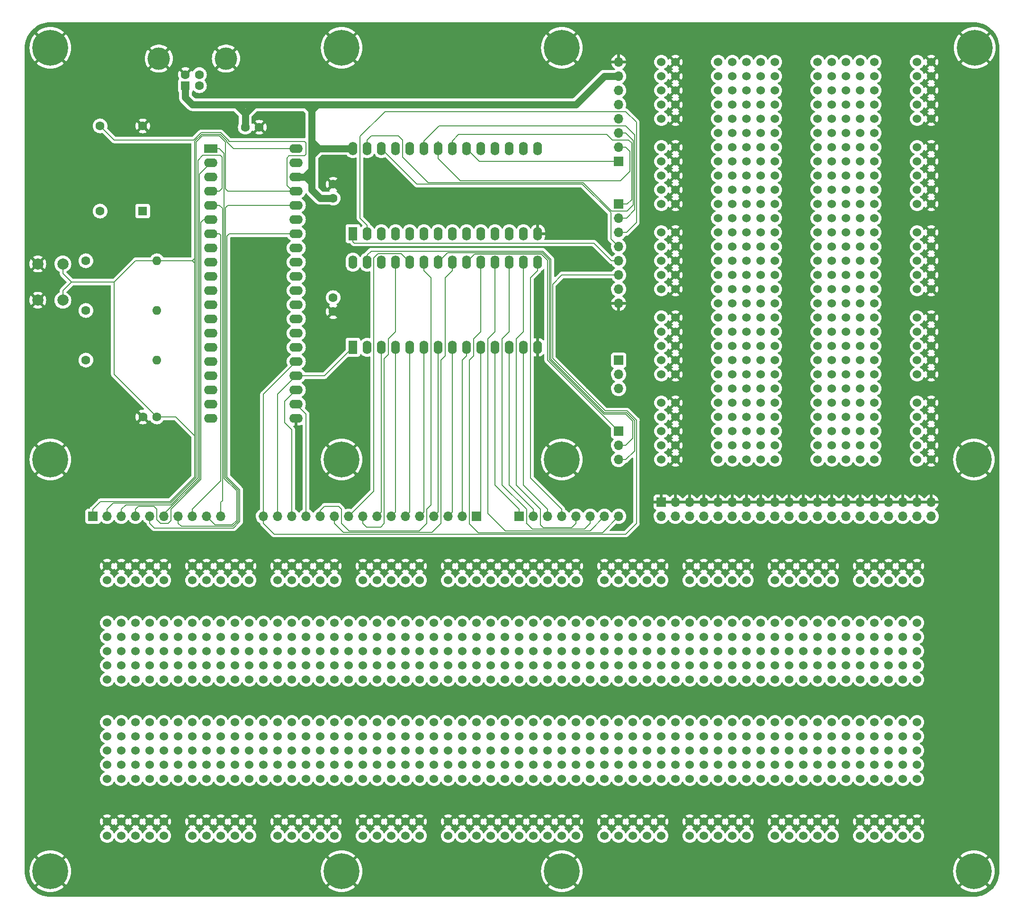
<source format=gbl>
%TF.GenerationSoftware,KiCad,Pcbnew,6.0.9-8da3e8f707~116~ubuntu20.04.1*%
%TF.CreationDate,2022-11-18T21:38:56+01:00*%
%TF.ProjectId,WD6502,57443635-3032-42e6-9b69-6361645f7063,rev?*%
%TF.SameCoordinates,Original*%
%TF.FileFunction,Copper,L2,Bot*%
%TF.FilePolarity,Positive*%
%FSLAX46Y46*%
G04 Gerber Fmt 4.6, Leading zero omitted, Abs format (unit mm)*
G04 Created by KiCad (PCBNEW 6.0.9-8da3e8f707~116~ubuntu20.04.1) date 2022-11-18 21:38:56*
%MOMM*%
%LPD*%
G01*
G04 APERTURE LIST*
%TA.AperFunction,ComponentPad*%
%ADD10R,2.400000X1.600000*%
%TD*%
%TA.AperFunction,ComponentPad*%
%ADD11O,2.400000X1.600000*%
%TD*%
%TA.AperFunction,ComponentPad*%
%ADD12C,1.600000*%
%TD*%
%TA.AperFunction,ComponentPad*%
%ADD13O,1.600000X1.600000*%
%TD*%
%TA.AperFunction,ComponentPad*%
%ADD14C,0.800000*%
%TD*%
%TA.AperFunction,ComponentPad*%
%ADD15C,6.400000*%
%TD*%
%TA.AperFunction,ComponentPad*%
%ADD16R,1.600000X2.400000*%
%TD*%
%TA.AperFunction,ComponentPad*%
%ADD17O,1.600000X2.400000*%
%TD*%
%TA.AperFunction,ComponentPad*%
%ADD18R,1.700000X1.700000*%
%TD*%
%TA.AperFunction,ComponentPad*%
%ADD19O,1.700000X1.700000*%
%TD*%
%TA.AperFunction,ComponentPad*%
%ADD20R,1.600000X1.600000*%
%TD*%
%TA.AperFunction,ComponentPad*%
%ADD21C,4.000000*%
%TD*%
%TA.AperFunction,ComponentPad*%
%ADD22C,1.524000*%
%TD*%
%TA.AperFunction,ComponentPad*%
%ADD23C,2.000000*%
%TD*%
%TA.AperFunction,Conductor*%
%ADD24C,0.127000*%
%TD*%
%TA.AperFunction,Conductor*%
%ADD25C,1.270000*%
%TD*%
%TA.AperFunction,Conductor*%
%ADD26C,0.150000*%
%TD*%
G04 APERTURE END LIST*
D10*
%TO.P,U1,1,~{VP}*%
%TO.N,~{VP}*%
X84592000Y-48504000D03*
D11*
%TO.P,U1,2,RDY*%
%TO.N,RDY*%
X84592000Y-51044000D03*
%TO.P,U1,3,\u03D51*%
%TO.N,unconnected-(U1-Pad3)*%
X84592000Y-53584000D03*
%TO.P,U1,4,~{IRQ}*%
%TO.N,~{IRQ}*%
X84592000Y-56124000D03*
%TO.P,U1,5,~{ML}*%
%TO.N,~{ML}*%
X84592000Y-58664000D03*
%TO.P,U1,6,~{NMI}*%
%TO.N,~{NMI}*%
X84592000Y-61204000D03*
%TO.P,U1,7,SYNC*%
%TO.N,SYNC*%
X84592000Y-63744000D03*
%TO.P,U1,8,VDD*%
%TO.N,+5V*%
X84592000Y-66284000D03*
%TO.P,U1,9,A0*%
%TO.N,A0*%
X84592000Y-68824000D03*
%TO.P,U1,10,A1*%
%TO.N,A1*%
X84592000Y-71364000D03*
%TO.P,U1,11,A2*%
%TO.N,A2*%
X84592000Y-73904000D03*
%TO.P,U1,12,A3*%
%TO.N,A3*%
X84592000Y-76444000D03*
%TO.P,U1,13,A4*%
%TO.N,A4*%
X84592000Y-78984000D03*
%TO.P,U1,14,A5*%
%TO.N,A5*%
X84592000Y-81524000D03*
%TO.P,U1,15,A6*%
%TO.N,A6*%
X84592000Y-84064000D03*
%TO.P,U1,16,A7*%
%TO.N,A7*%
X84592000Y-86604000D03*
%TO.P,U1,17,A8*%
%TO.N,A8*%
X84592000Y-89144000D03*
%TO.P,U1,18,A9*%
%TO.N,A9*%
X84592000Y-91684000D03*
%TO.P,U1,19,A10*%
%TO.N,A10*%
X84592000Y-94224000D03*
%TO.P,U1,20,A11*%
%TO.N,A11*%
X84592000Y-96764000D03*
%TO.P,U1,21,VSS*%
%TO.N,GND*%
X99832000Y-96764000D03*
%TO.P,U1,22,A12*%
%TO.N,A12*%
X99832000Y-94224000D03*
%TO.P,U1,23,A13*%
%TO.N,A13*%
X99832000Y-91684000D03*
%TO.P,U1,24,A14*%
%TO.N,A14*%
X99832000Y-89144000D03*
%TO.P,U1,25,A15*%
%TO.N,A15*%
X99832000Y-86604000D03*
%TO.P,U1,26,D7*%
%TO.N,D7*%
X99832000Y-84064000D03*
%TO.P,U1,27,D6*%
%TO.N,D6*%
X99832000Y-81524000D03*
%TO.P,U1,28,D5*%
%TO.N,D5*%
X99832000Y-78984000D03*
%TO.P,U1,29,D4*%
%TO.N,D4*%
X99832000Y-76444000D03*
%TO.P,U1,30,D3*%
%TO.N,D3*%
X99832000Y-73904000D03*
%TO.P,U1,31,D2*%
%TO.N,D2*%
X99832000Y-71364000D03*
%TO.P,U1,32,D1*%
%TO.N,D1*%
X99832000Y-68824000D03*
%TO.P,U1,33,D0*%
%TO.N,D0*%
X99832000Y-66284000D03*
%TO.P,U1,34,R/~{W}*%
%TO.N,R{slash}~{W}*%
X99832000Y-63744000D03*
%TO.P,U1,35,nc*%
%TO.N,unconnected-(U1-Pad35)*%
X99832000Y-61204000D03*
%TO.P,U1,36,BE*%
%TO.N,BE*%
X99832000Y-58664000D03*
%TO.P,U1,37,\u03D50*%
%TO.N,PHI2*%
X99832000Y-56124000D03*
%TO.P,U1,38,~{SO}*%
%TO.N,+5V*%
X99832000Y-53584000D03*
%TO.P,U1,39,\u03D52*%
%TO.N,unconnected-(U1-Pad39)*%
X99832000Y-51044000D03*
%TO.P,U1,40,~{RES}*%
%TO.N,~{RES}*%
X99832000Y-48504000D03*
%TD*%
D12*
%TO.P,R1,1*%
%TO.N,+5V*%
X62230000Y-86360000D03*
D13*
%TO.P,R1,2*%
%TO.N,RDY*%
X74930000Y-86360000D03*
%TD*%
D14*
%TO.P,H2,1,1*%
%TO.N,GND*%
X221120000Y-28080000D03*
X218720000Y-30480000D03*
X221120000Y-32880000D03*
X219422944Y-32177056D03*
D15*
X221120000Y-30480000D03*
D14*
X222817056Y-32177056D03*
X223520000Y-30480000D03*
X219422944Y-28782944D03*
X222817056Y-28782944D03*
%TD*%
D12*
%TO.P,R2,1*%
%TO.N,+5V*%
X62230000Y-77470000D03*
D13*
%TO.P,R2,2*%
%TO.N,BE*%
X74930000Y-77470000D03*
%TD*%
D16*
%TO.P,U3,1,A14*%
%TO.N,A14*%
X109982000Y-63744000D03*
D17*
%TO.P,U3,2,A12*%
%TO.N,A12*%
X112522000Y-63744000D03*
%TO.P,U3,3,A7*%
%TO.N,A7*%
X115062000Y-63744000D03*
%TO.P,U3,4,A6*%
%TO.N,A6*%
X117602000Y-63744000D03*
%TO.P,U3,5,A5*%
%TO.N,A5*%
X120142000Y-63744000D03*
%TO.P,U3,6,A4*%
%TO.N,A4*%
X122682000Y-63744000D03*
%TO.P,U3,7,A3*%
%TO.N,A3*%
X125222000Y-63744000D03*
%TO.P,U3,8,A2*%
%TO.N,A2*%
X127762000Y-63744000D03*
%TO.P,U3,9,A1*%
%TO.N,A1*%
X130302000Y-63744000D03*
%TO.P,U3,10,A0*%
%TO.N,A0*%
X132842000Y-63744000D03*
%TO.P,U3,11,Q0*%
%TO.N,D0*%
X135382000Y-63744000D03*
%TO.P,U3,12,Q1*%
%TO.N,D1*%
X137922000Y-63744000D03*
%TO.P,U3,13,Q2*%
%TO.N,D2*%
X140462000Y-63744000D03*
%TO.P,U3,14,GND*%
%TO.N,GND*%
X143002000Y-63744000D03*
%TO.P,U3,15,Q3*%
%TO.N,D3*%
X143002000Y-48504000D03*
%TO.P,U3,16,Q4*%
%TO.N,D4*%
X140462000Y-48504000D03*
%TO.P,U3,17,Q5*%
%TO.N,D5*%
X137922000Y-48504000D03*
%TO.P,U3,18,Q6*%
%TO.N,D6*%
X135382000Y-48504000D03*
%TO.P,U3,19,Q7*%
%TO.N,D7*%
X132842000Y-48504000D03*
%TO.P,U3,20,~{CS}*%
%TO.N,~{RAMCS}*%
X130302000Y-48504000D03*
%TO.P,U3,21,A10*%
%TO.N,A10*%
X127762000Y-48504000D03*
%TO.P,U3,22,~{OE}*%
%TO.N,~{RAMOE}*%
X125222000Y-48504000D03*
%TO.P,U3,23,A11*%
%TO.N,A11*%
X122682000Y-48504000D03*
%TO.P,U3,24,A9*%
%TO.N,A9*%
X120142000Y-48504000D03*
%TO.P,U3,25,A8*%
%TO.N,A8*%
X117602000Y-48504000D03*
%TO.P,U3,26,A13*%
%TO.N,A13*%
X115062000Y-48504000D03*
%TO.P,U3,27,~{WE}*%
%TO.N,~{RAMWE}*%
X112522000Y-48504000D03*
%TO.P,U3,28,VCC*%
%TO.N,+5V*%
X109982000Y-48504000D03*
%TD*%
D14*
%TO.P,H12,1,1*%
%TO.N,GND*%
X149017056Y-176102944D03*
X147320000Y-175400000D03*
X144920000Y-177800000D03*
X145622944Y-176102944D03*
X147320000Y-180200000D03*
X149720000Y-177800000D03*
D15*
X147320000Y-177800000D03*
D14*
X149017056Y-179497056D03*
X145622944Y-179497056D03*
%TD*%
D12*
%TO.P,C4,1*%
%TO.N,~{RES}*%
X74930000Y-96520000D03*
%TO.P,C4,2*%
%TO.N,GND*%
X72430000Y-96520000D03*
%TD*%
D16*
%TO.P,U2,1,A14*%
%TO.N,A14*%
X109982000Y-84064000D03*
D17*
%TO.P,U2,2,A12*%
%TO.N,A12*%
X112522000Y-84064000D03*
%TO.P,U2,3,A7*%
%TO.N,A7*%
X115062000Y-84064000D03*
%TO.P,U2,4,A6*%
%TO.N,A6*%
X117602000Y-84064000D03*
%TO.P,U2,5,A5*%
%TO.N,A5*%
X120142000Y-84064000D03*
%TO.P,U2,6,A4*%
%TO.N,A4*%
X122682000Y-84064000D03*
%TO.P,U2,7,A3*%
%TO.N,A3*%
X125222000Y-84064000D03*
%TO.P,U2,8,A2*%
%TO.N,A2*%
X127762000Y-84064000D03*
%TO.P,U2,9,A1*%
%TO.N,A1*%
X130302000Y-84064000D03*
%TO.P,U2,10,A0*%
%TO.N,A0*%
X132842000Y-84064000D03*
%TO.P,U2,11,D0*%
%TO.N,D0*%
X135382000Y-84064000D03*
%TO.P,U2,12,D1*%
%TO.N,D1*%
X137922000Y-84064000D03*
%TO.P,U2,13,D2*%
%TO.N,D2*%
X140462000Y-84064000D03*
%TO.P,U2,14,GND*%
%TO.N,GND*%
X143002000Y-84064000D03*
%TO.P,U2,15,D3*%
%TO.N,D3*%
X143002000Y-68824000D03*
%TO.P,U2,16,D4*%
%TO.N,D4*%
X140462000Y-68824000D03*
%TO.P,U2,17,D5*%
%TO.N,D5*%
X137922000Y-68824000D03*
%TO.P,U2,18,D6*%
%TO.N,D6*%
X135382000Y-68824000D03*
%TO.P,U2,19,D7*%
%TO.N,D7*%
X132842000Y-68824000D03*
%TO.P,U2,20,~{CS}*%
%TO.N,~{ROMCS}*%
X130302000Y-68824000D03*
%TO.P,U2,21,A10*%
%TO.N,A10*%
X127762000Y-68824000D03*
%TO.P,U2,22,~{OE}*%
%TO.N,~{ROMOE}*%
X125222000Y-68824000D03*
%TO.P,U2,23,A11*%
%TO.N,A11*%
X122682000Y-68824000D03*
%TO.P,U2,24,A9*%
%TO.N,A9*%
X120142000Y-68824000D03*
%TO.P,U2,25,A8*%
%TO.N,A8*%
X117602000Y-68824000D03*
%TO.P,U2,26,A13*%
%TO.N,A13*%
X115062000Y-68824000D03*
%TO.P,U2,27,~{WE}*%
%TO.N,~{ROMWE}*%
X112522000Y-68824000D03*
%TO.P,U2,28,VCC*%
%TO.N,+5V*%
X109982000Y-68824000D03*
%TD*%
D18*
%TO.P,J7,1,Pin_1*%
%TO.N,~{RAMCS}*%
X157480000Y-50800000D03*
D19*
%TO.P,J7,2,Pin_2*%
%TO.N,~{RAMOE}*%
X157480000Y-48260000D03*
%TO.P,J7,3,Pin_3*%
%TO.N,~{RAMWE}*%
X157480000Y-45720000D03*
%TO.P,J7,4,Pin_4*%
%TO.N,~{ROMCS}*%
X157480000Y-43180000D03*
%TO.P,J7,5,Pin_5*%
%TO.N,~{ROMOE}*%
X157480000Y-40640000D03*
%TO.P,J7,6,Pin_6*%
%TO.N,~{ROMWE}*%
X157480000Y-38100000D03*
%TO.P,J7,7,Pin_7*%
%TO.N,+5V*%
X157480000Y-35560000D03*
%TO.P,J7,8,Pin_8*%
%TO.N,GND*%
X157480000Y-33020000D03*
%TD*%
D15*
%TO.P,H8,1,1*%
%TO.N,GND*%
X147320000Y-104140000D03*
D14*
X145622944Y-105837056D03*
X147320000Y-101740000D03*
X149017056Y-102442944D03*
X145622944Y-102442944D03*
X149720000Y-104140000D03*
X149017056Y-105837056D03*
X144920000Y-104140000D03*
X147320000Y-106540000D03*
%TD*%
D20*
%TO.P,J6,1,VBUS*%
%TO.N,+5V*%
X80030000Y-37267500D03*
D12*
%TO.P,J6,2,D-*%
%TO.N,unconnected-(J6-Pad2)*%
X82530000Y-37267500D03*
%TO.P,J6,3,D+*%
%TO.N,unconnected-(J6-Pad3)*%
X82530000Y-35267500D03*
%TO.P,J6,4,GND*%
%TO.N,GND*%
X80030000Y-35267500D03*
D21*
%TO.P,J6,5,Shield*%
X87280000Y-32407500D03*
X75280000Y-32407500D03*
%TD*%
D12*
%TO.P,C1,1*%
%TO.N,+5V*%
X90733000Y-44689000D03*
%TO.P,C1,2*%
%TO.N,GND*%
X93233000Y-44689000D03*
%TD*%
D22*
%TO.P,U5,1,VCC1*%
%TO.N,+5V*%
X180340000Y-171450000D03*
X200660000Y-171450000D03*
X147320000Y-171450000D03*
X177800000Y-171450000D03*
X210820000Y-171450000D03*
X165100000Y-171450000D03*
X142240000Y-171450000D03*
X185420000Y-171450000D03*
X139700000Y-171450000D03*
X157480000Y-171450000D03*
X162560000Y-171450000D03*
X154940000Y-171450000D03*
X170180000Y-171450000D03*
X144780000Y-171450000D03*
X195580000Y-171450000D03*
X208280000Y-171450000D03*
X193040000Y-171450000D03*
X172720000Y-171450000D03*
X205740000Y-171450000D03*
X175260000Y-171450000D03*
X203200000Y-171450000D03*
X160020000Y-171450000D03*
X190500000Y-171450000D03*
X149860000Y-171450000D03*
X187960000Y-171450000D03*
%TO.P,U5,2,VCC2*%
X175260000Y-125730000D03*
X210820000Y-125730000D03*
X142240000Y-125730000D03*
X172720000Y-125730000D03*
X203200000Y-125730000D03*
X195580000Y-125730000D03*
X205740000Y-125730000D03*
X200660000Y-125730000D03*
X193040000Y-125730000D03*
X154940000Y-125730000D03*
X187960000Y-125730000D03*
X190500000Y-125730000D03*
X185420000Y-125730000D03*
X165100000Y-125730000D03*
X157480000Y-125730000D03*
X147320000Y-125730000D03*
X139700000Y-125730000D03*
X149860000Y-125730000D03*
X170180000Y-125730000D03*
X144780000Y-125730000D03*
X208280000Y-125730000D03*
X180340000Y-125730000D03*
X177800000Y-125730000D03*
X160020000Y-125730000D03*
X162560000Y-125730000D03*
%TO.P,U5,3,GND1*%
%TO.N,GND*%
X139700000Y-168910000D03*
X160020000Y-168910000D03*
X154940000Y-168910000D03*
X193040000Y-168910000D03*
X203200000Y-168910000D03*
X195580000Y-168910000D03*
X170180000Y-168910000D03*
X187960000Y-168910000D03*
X172720000Y-168910000D03*
X142240000Y-168910000D03*
X144780000Y-168910000D03*
X185420000Y-168910000D03*
X205740000Y-168910000D03*
X147320000Y-168910000D03*
X175260000Y-168910000D03*
X190500000Y-168910000D03*
X157480000Y-168910000D03*
X208280000Y-168910000D03*
X210820000Y-168910000D03*
X200660000Y-168910000D03*
X149860000Y-168910000D03*
X177800000Y-168910000D03*
X165100000Y-168910000D03*
X180340000Y-168910000D03*
X162560000Y-168910000D03*
%TO.P,U5,4,GND2*%
X195580000Y-123190000D03*
X170180000Y-123190000D03*
X208280000Y-123190000D03*
X157480000Y-123190000D03*
X175260000Y-123190000D03*
X160020000Y-123190000D03*
X162560000Y-123190000D03*
X139700000Y-123190000D03*
X177800000Y-123190000D03*
X187960000Y-123190000D03*
X203200000Y-123190000D03*
X185420000Y-123190000D03*
X210820000Y-123190000D03*
X165100000Y-123190000D03*
X172720000Y-123190000D03*
X149860000Y-123190000D03*
X193040000Y-123190000D03*
X190500000Y-123190000D03*
X154940000Y-123190000D03*
X205740000Y-123190000D03*
X147320000Y-123190000D03*
X144780000Y-123190000D03*
X180340000Y-123190000D03*
X200660000Y-123190000D03*
X142240000Y-123190000D03*
%TO.P,U5,11*%
%TO.N,N/C*%
X157480000Y-161290000D03*
X208280000Y-161290000D03*
X198120000Y-161290000D03*
X185420000Y-161290000D03*
X160020000Y-161290000D03*
X165100000Y-161290000D03*
X154940000Y-161290000D03*
X177800000Y-161290000D03*
X203200000Y-161290000D03*
X167640000Y-161290000D03*
X144780000Y-161290000D03*
X190500000Y-161290000D03*
X152400000Y-161290000D03*
X170180000Y-161290000D03*
X195580000Y-161290000D03*
X205740000Y-161290000D03*
X162560000Y-161290000D03*
X147320000Y-161290000D03*
X200660000Y-161290000D03*
X210820000Y-161290000D03*
X180340000Y-161290000D03*
X142240000Y-161290000D03*
X175260000Y-161290000D03*
X149860000Y-161290000D03*
X193040000Y-161290000D03*
X182880000Y-161290000D03*
X187960000Y-161290000D03*
X172720000Y-161290000D03*
X139700000Y-161290000D03*
%TO.P,U5,12*%
X152400000Y-158750000D03*
X144780000Y-158750000D03*
X190500000Y-158750000D03*
X203200000Y-158750000D03*
X147320000Y-158750000D03*
X177800000Y-158750000D03*
X180340000Y-158750000D03*
X205740000Y-158750000D03*
X210820000Y-158750000D03*
X200660000Y-158750000D03*
X187960000Y-158750000D03*
X154940000Y-158750000D03*
X162560000Y-158750000D03*
X139700000Y-158750000D03*
X170180000Y-158750000D03*
X175260000Y-158750000D03*
X157480000Y-158750000D03*
X172720000Y-158750000D03*
X142240000Y-158750000D03*
X149860000Y-158750000D03*
X198120000Y-158750000D03*
X208280000Y-158750000D03*
X167640000Y-158750000D03*
X160020000Y-158750000D03*
X193040000Y-158750000D03*
X185420000Y-158750000D03*
X195580000Y-158750000D03*
X182880000Y-158750000D03*
X165100000Y-158750000D03*
%TO.P,U5,13*%
X172720000Y-156210000D03*
X162560000Y-156210000D03*
X139700000Y-156210000D03*
X193040000Y-156210000D03*
X180340000Y-156210000D03*
X142240000Y-156210000D03*
X167640000Y-156210000D03*
X147320000Y-156210000D03*
X185420000Y-156210000D03*
X154940000Y-156210000D03*
X208280000Y-156210000D03*
X203200000Y-156210000D03*
X165100000Y-156210000D03*
X205740000Y-156210000D03*
X175260000Y-156210000D03*
X210820000Y-156210000D03*
X170180000Y-156210000D03*
X190500000Y-156210000D03*
X157480000Y-156210000D03*
X200660000Y-156210000D03*
X160020000Y-156210000D03*
X144780000Y-156210000D03*
X177800000Y-156210000D03*
X198120000Y-156210000D03*
X152400000Y-156210000D03*
X149860000Y-156210000D03*
X187960000Y-156210000D03*
X195580000Y-156210000D03*
X182880000Y-156210000D03*
%TO.P,U5,14*%
X180340000Y-153670000D03*
X152400000Y-153670000D03*
X195580000Y-153670000D03*
X147320000Y-153670000D03*
X175260000Y-153670000D03*
X165100000Y-153670000D03*
X157480000Y-153670000D03*
X139700000Y-153670000D03*
X149860000Y-153670000D03*
X205740000Y-153670000D03*
X208280000Y-153670000D03*
X162560000Y-153670000D03*
X160020000Y-153670000D03*
X200660000Y-153670000D03*
X172720000Y-153670000D03*
X185420000Y-153670000D03*
X203200000Y-153670000D03*
X193040000Y-153670000D03*
X144780000Y-153670000D03*
X187960000Y-153670000D03*
X154940000Y-153670000D03*
X190500000Y-153670000D03*
X167640000Y-153670000D03*
X177800000Y-153670000D03*
X210820000Y-153670000D03*
X182880000Y-153670000D03*
X198120000Y-153670000D03*
X170180000Y-153670000D03*
X142240000Y-153670000D03*
%TO.P,U5,15*%
X187960000Y-151130000D03*
X177800000Y-151130000D03*
X182880000Y-151130000D03*
X144780000Y-151130000D03*
X190500000Y-151130000D03*
X154940000Y-151130000D03*
X198120000Y-151130000D03*
X157480000Y-151130000D03*
X210820000Y-151130000D03*
X205740000Y-151130000D03*
X200660000Y-151130000D03*
X139700000Y-151130000D03*
X172720000Y-151130000D03*
X147320000Y-151130000D03*
X193040000Y-151130000D03*
X165100000Y-151130000D03*
X203200000Y-151130000D03*
X180340000Y-151130000D03*
X208280000Y-151130000D03*
X149860000Y-151130000D03*
X142240000Y-151130000D03*
X162560000Y-151130000D03*
X175260000Y-151130000D03*
X170180000Y-151130000D03*
X160020000Y-151130000D03*
X152400000Y-151130000D03*
X195580000Y-151130000D03*
X167640000Y-151130000D03*
X185420000Y-151130000D03*
%TO.P,U5,16*%
X152400000Y-143510000D03*
X180340000Y-143510000D03*
X172720000Y-143510000D03*
X193040000Y-143510000D03*
X182880000Y-143510000D03*
X139700000Y-143510000D03*
X144780000Y-143510000D03*
X165100000Y-143510000D03*
X200660000Y-143510000D03*
X187960000Y-143510000D03*
X157480000Y-143510000D03*
X142240000Y-143510000D03*
X208280000Y-143510000D03*
X160020000Y-143510000D03*
X185420000Y-143510000D03*
X198120000Y-143510000D03*
X205740000Y-143510000D03*
X175260000Y-143510000D03*
X154940000Y-143510000D03*
X177800000Y-143510000D03*
X210820000Y-143510000D03*
X167640000Y-143510000D03*
X149860000Y-143510000D03*
X203200000Y-143510000D03*
X147320000Y-143510000D03*
X170180000Y-143510000D03*
X190500000Y-143510000D03*
X162560000Y-143510000D03*
X195580000Y-143510000D03*
%TO.P,U5,17*%
X142240000Y-140970000D03*
X172720000Y-140970000D03*
X200660000Y-140970000D03*
X162560000Y-140970000D03*
X154940000Y-140970000D03*
X147320000Y-140970000D03*
X203200000Y-140970000D03*
X139700000Y-140970000D03*
X165100000Y-140970000D03*
X149860000Y-140970000D03*
X210820000Y-140970000D03*
X185420000Y-140970000D03*
X167640000Y-140970000D03*
X175260000Y-140970000D03*
X144780000Y-140970000D03*
X208280000Y-140970000D03*
X195580000Y-140970000D03*
X177800000Y-140970000D03*
X170180000Y-140970000D03*
X193040000Y-140970000D03*
X160020000Y-140970000D03*
X152400000Y-140970000D03*
X187960000Y-140970000D03*
X190500000Y-140970000D03*
X157480000Y-140970000D03*
X180340000Y-140970000D03*
X205740000Y-140970000D03*
X182880000Y-140970000D03*
X198120000Y-140970000D03*
%TO.P,U5,18*%
X147320000Y-138430000D03*
X139700000Y-138430000D03*
X193040000Y-138430000D03*
X185420000Y-138430000D03*
X154940000Y-138430000D03*
X170180000Y-138430000D03*
X144780000Y-138430000D03*
X172720000Y-138430000D03*
X157480000Y-138430000D03*
X149860000Y-138430000D03*
X177800000Y-138430000D03*
X208280000Y-138430000D03*
X200660000Y-138430000D03*
X180340000Y-138430000D03*
X203200000Y-138430000D03*
X167640000Y-138430000D03*
X187960000Y-138430000D03*
X195580000Y-138430000D03*
X162560000Y-138430000D03*
X152400000Y-138430000D03*
X210820000Y-138430000D03*
X198120000Y-138430000D03*
X205740000Y-138430000D03*
X175260000Y-138430000D03*
X142240000Y-138430000D03*
X182880000Y-138430000D03*
X160020000Y-138430000D03*
X190500000Y-138430000D03*
X165100000Y-138430000D03*
%TO.P,U5,19*%
X172720000Y-135890000D03*
X157480000Y-135890000D03*
X210820000Y-135890000D03*
X175260000Y-135890000D03*
X187960000Y-135890000D03*
X154940000Y-135890000D03*
X165100000Y-135890000D03*
X185420000Y-135890000D03*
X205740000Y-135890000D03*
X200660000Y-135890000D03*
X170180000Y-135890000D03*
X182880000Y-135890000D03*
X162560000Y-135890000D03*
X190500000Y-135890000D03*
X149860000Y-135890000D03*
X198120000Y-135890000D03*
X177800000Y-135890000D03*
X139700000Y-135890000D03*
X195580000Y-135890000D03*
X147320000Y-135890000D03*
X144780000Y-135890000D03*
X208280000Y-135890000D03*
X203200000Y-135890000D03*
X142240000Y-135890000D03*
X152400000Y-135890000D03*
X193040000Y-135890000D03*
X160020000Y-135890000D03*
X180340000Y-135890000D03*
X167640000Y-135890000D03*
%TO.P,U5,20*%
X152400000Y-133350000D03*
X142240000Y-133350000D03*
X200660000Y-133350000D03*
X165100000Y-133350000D03*
X160020000Y-133350000D03*
X208280000Y-133350000D03*
X157480000Y-133350000D03*
X154940000Y-133350000D03*
X170180000Y-133350000D03*
X147320000Y-133350000D03*
X187960000Y-133350000D03*
X149860000Y-133350000D03*
X198120000Y-133350000D03*
X205740000Y-133350000D03*
X167640000Y-133350000D03*
X195580000Y-133350000D03*
X175260000Y-133350000D03*
X193040000Y-133350000D03*
X182880000Y-133350000D03*
X210820000Y-133350000D03*
X172720000Y-133350000D03*
X139700000Y-133350000D03*
X203200000Y-133350000D03*
X190500000Y-133350000D03*
X162560000Y-133350000D03*
X144780000Y-133350000D03*
X180340000Y-133350000D03*
X185420000Y-133350000D03*
X177800000Y-133350000D03*
%TD*%
D18*
%TO.P,J8,1,Pin_1*%
%TO.N,A10*%
X157480000Y-58420000D03*
D19*
%TO.P,J8,2,Pin_2*%
%TO.N,A11*%
X157480000Y-60960000D03*
%TO.P,J8,3,Pin_3*%
%TO.N,A12*%
X157480000Y-63500000D03*
%TO.P,J8,4,Pin_4*%
%TO.N,A13*%
X157480000Y-66040000D03*
%TO.P,J8,5,Pin_5*%
%TO.N,A14*%
X157480000Y-68580000D03*
%TO.P,J8,6,Pin_6*%
%TO.N,A15*%
X157480000Y-71120000D03*
%TO.P,J8,7,Pin_7*%
%TO.N,+5V*%
X157480000Y-73660000D03*
%TO.P,J8,8,Pin_8*%
%TO.N,GND*%
X157480000Y-76200000D03*
%TD*%
D14*
%TO.P,H6,1,1*%
%TO.N,GND*%
X220980000Y-180200000D03*
D15*
X220980000Y-177800000D03*
D14*
X218580000Y-177800000D03*
X219282944Y-176102944D03*
X220980000Y-175400000D03*
X219282944Y-179497056D03*
X222677056Y-179497056D03*
X223380000Y-177800000D03*
X222677056Y-176102944D03*
%TD*%
%TO.P,H7,1,1*%
%TO.N,GND*%
X110350000Y-104140000D03*
X106252944Y-105837056D03*
X107950000Y-106540000D03*
D15*
X107950000Y-104140000D03*
D14*
X109647056Y-102442944D03*
X105550000Y-104140000D03*
X109647056Y-105837056D03*
X106252944Y-102442944D03*
X107950000Y-101740000D03*
%TD*%
D18*
%TO.P,J4,1,Pin_1*%
%TO.N,~{RAMCS}*%
X157480000Y-86360000D03*
D19*
%TO.P,J4,2,Pin_2*%
%TO.N,~{RAMOE}*%
X157480000Y-88900000D03*
%TO.P,J4,3,Pin_3*%
%TO.N,~{RAMWE}*%
X157480000Y-91440000D03*
%TD*%
D18*
%TO.P,J5,1,Pin_1*%
%TO.N,~{ROMCS}*%
X157480000Y-99060000D03*
D19*
%TO.P,J5,2,Pin_2*%
%TO.N,~{ROMOE}*%
X157480000Y-101600000D03*
%TO.P,J5,3,Pin_3*%
%TO.N,~{ROMWE}*%
X157480000Y-104140000D03*
%TD*%
D18*
%TO.P,J2,1,Pin_1*%
%TO.N,D0*%
X139700000Y-114300000D03*
D19*
%TO.P,J2,2,Pin_2*%
%TO.N,D1*%
X142240000Y-114300000D03*
%TO.P,J2,3,Pin_3*%
%TO.N,D2*%
X144780000Y-114300000D03*
%TO.P,J2,4,Pin_4*%
%TO.N,D3*%
X147320000Y-114300000D03*
%TO.P,J2,5,Pin_5*%
%TO.N,D4*%
X149860000Y-114300000D03*
%TO.P,J2,6,Pin_6*%
%TO.N,D5*%
X152400000Y-114300000D03*
%TO.P,J2,7,Pin_7*%
%TO.N,D6*%
X154940000Y-114300000D03*
%TO.P,J2,8,Pin_8*%
%TO.N,D7*%
X157480000Y-114300000D03*
%TD*%
D12*
%TO.P,C3,1*%
%TO.N,+5V*%
X106441000Y-57389000D03*
%TO.P,C3,2*%
%TO.N,GND*%
X106441000Y-54889000D03*
%TD*%
D22*
%TO.P,U4,1,VCC1*%
%TO.N,+5V*%
X165100000Y-35560000D03*
X165100000Y-48260000D03*
X165100000Y-40640000D03*
X165100000Y-83820000D03*
X165100000Y-86360000D03*
X165100000Y-53340000D03*
X165100000Y-93980000D03*
X165100000Y-104140000D03*
X165100000Y-58420000D03*
X165100000Y-68580000D03*
X165100000Y-43180000D03*
X165100000Y-55880000D03*
X165100000Y-78740000D03*
X165100000Y-63500000D03*
X165100000Y-33020000D03*
X165100000Y-88900000D03*
X165100000Y-96520000D03*
X165100000Y-101600000D03*
X165100000Y-71120000D03*
X165100000Y-38100000D03*
X165100000Y-66040000D03*
X165100000Y-73660000D03*
X165100000Y-99060000D03*
X165100000Y-50800000D03*
X165100000Y-81280000D03*
%TO.P,U4,2,VCC2*%
X210820000Y-33020000D03*
X210820000Y-88900000D03*
X210820000Y-50800000D03*
X210820000Y-83820000D03*
X210820000Y-81280000D03*
X210820000Y-73660000D03*
X210820000Y-58420000D03*
X210820000Y-63500000D03*
X210820000Y-48260000D03*
X210820000Y-96520000D03*
X210820000Y-40640000D03*
X210820000Y-53340000D03*
X210820000Y-66040000D03*
X210820000Y-43180000D03*
X210820000Y-104140000D03*
X210820000Y-99060000D03*
X210820000Y-38100000D03*
X210820000Y-35560000D03*
X210820000Y-86360000D03*
X210820000Y-101600000D03*
X210820000Y-78740000D03*
X210820000Y-55880000D03*
X210820000Y-68580000D03*
X210820000Y-71120000D03*
X210820000Y-93980000D03*
%TO.P,U4,3,GND1*%
%TO.N,GND*%
X167640000Y-66040000D03*
X167640000Y-48260000D03*
X167640000Y-43180000D03*
X167640000Y-40640000D03*
X167640000Y-50800000D03*
X167640000Y-86360000D03*
X167640000Y-63500000D03*
X167640000Y-38100000D03*
X167640000Y-101600000D03*
X167640000Y-96520000D03*
X167640000Y-58420000D03*
X167640000Y-88900000D03*
X167640000Y-68580000D03*
X167640000Y-99060000D03*
X167640000Y-55880000D03*
X167640000Y-93980000D03*
X167640000Y-78740000D03*
X167640000Y-53340000D03*
X167640000Y-73660000D03*
X167640000Y-104140000D03*
X167640000Y-71120000D03*
X167640000Y-81280000D03*
X167640000Y-33020000D03*
X167640000Y-83820000D03*
X167640000Y-35560000D03*
%TO.P,U4,4,GND2*%
X213360000Y-96520000D03*
X213360000Y-104140000D03*
X213360000Y-81280000D03*
X213360000Y-58420000D03*
X213360000Y-40640000D03*
X213360000Y-83820000D03*
X213360000Y-33020000D03*
X213360000Y-68580000D03*
X213360000Y-73660000D03*
X213360000Y-88900000D03*
X213360000Y-71120000D03*
X213360000Y-48260000D03*
X213360000Y-50800000D03*
X213360000Y-66040000D03*
X213360000Y-86360000D03*
X213360000Y-78740000D03*
X213360000Y-93980000D03*
X213360000Y-63500000D03*
X213360000Y-38100000D03*
X213360000Y-55880000D03*
X213360000Y-35560000D03*
X213360000Y-99060000D03*
X213360000Y-101600000D03*
X213360000Y-43180000D03*
X213360000Y-53340000D03*
%TO.P,U4,11*%
%TO.N,N/C*%
X175260000Y-35560000D03*
X175260000Y-33020000D03*
X175260000Y-83820000D03*
X175260000Y-86360000D03*
X175260000Y-93980000D03*
X175260000Y-50800000D03*
X175260000Y-60960000D03*
X175260000Y-99060000D03*
X175260000Y-104140000D03*
X175260000Y-71120000D03*
X175260000Y-48260000D03*
X175260000Y-101600000D03*
X175260000Y-81280000D03*
X175260000Y-55880000D03*
X175260000Y-68580000D03*
X175260000Y-78740000D03*
X175260000Y-91440000D03*
X175260000Y-53340000D03*
X175260000Y-38100000D03*
X175260000Y-66040000D03*
X175260000Y-63500000D03*
X175260000Y-43180000D03*
X175260000Y-76200000D03*
X175260000Y-96520000D03*
X175260000Y-40640000D03*
X175260000Y-88900000D03*
X175260000Y-58420000D03*
X175260000Y-45720000D03*
X175260000Y-73660000D03*
%TO.P,U4,12*%
X177800000Y-40640000D03*
X177800000Y-104140000D03*
X177800000Y-68580000D03*
X177800000Y-71120000D03*
X177800000Y-86360000D03*
X177800000Y-83820000D03*
X177800000Y-48260000D03*
X177800000Y-55880000D03*
X177800000Y-45720000D03*
X177800000Y-43180000D03*
X177800000Y-33020000D03*
X177800000Y-63500000D03*
X177800000Y-78740000D03*
X177800000Y-58420000D03*
X177800000Y-50800000D03*
X177800000Y-99060000D03*
X177800000Y-53340000D03*
X177800000Y-101600000D03*
X177800000Y-76200000D03*
X177800000Y-60960000D03*
X177800000Y-81280000D03*
X177800000Y-93980000D03*
X177800000Y-88900000D03*
X177800000Y-96520000D03*
X177800000Y-38100000D03*
X177800000Y-35560000D03*
X177800000Y-73660000D03*
X177800000Y-91440000D03*
X177800000Y-66040000D03*
%TO.P,U4,13*%
X180340000Y-58420000D03*
X180340000Y-101600000D03*
X180340000Y-48260000D03*
X180340000Y-35560000D03*
X180340000Y-68580000D03*
X180340000Y-53340000D03*
X180340000Y-63500000D03*
X180340000Y-104140000D03*
X180340000Y-99060000D03*
X180340000Y-50800000D03*
X180340000Y-76200000D03*
X180340000Y-88900000D03*
X180340000Y-60960000D03*
X180340000Y-71120000D03*
X180340000Y-83820000D03*
X180340000Y-55880000D03*
X180340000Y-45720000D03*
X180340000Y-96520000D03*
X180340000Y-81280000D03*
X180340000Y-66040000D03*
X180340000Y-38100000D03*
X180340000Y-86360000D03*
X180340000Y-91440000D03*
X180340000Y-33020000D03*
X180340000Y-78740000D03*
X180340000Y-43180000D03*
X180340000Y-93980000D03*
X180340000Y-40640000D03*
X180340000Y-73660000D03*
%TO.P,U4,14*%
X182880000Y-38100000D03*
X182880000Y-40640000D03*
X182880000Y-45720000D03*
X182880000Y-88900000D03*
X182880000Y-73660000D03*
X182880000Y-63500000D03*
X182880000Y-93980000D03*
X182880000Y-33020000D03*
X182880000Y-96520000D03*
X182880000Y-66040000D03*
X182880000Y-71120000D03*
X182880000Y-68580000D03*
X182880000Y-53340000D03*
X182880000Y-60960000D03*
X182880000Y-76200000D03*
X182880000Y-48260000D03*
X182880000Y-55880000D03*
X182880000Y-81280000D03*
X182880000Y-104140000D03*
X182880000Y-91440000D03*
X182880000Y-86360000D03*
X182880000Y-43180000D03*
X182880000Y-83820000D03*
X182880000Y-99060000D03*
X182880000Y-78740000D03*
X182880000Y-58420000D03*
X182880000Y-50800000D03*
X182880000Y-35560000D03*
X182880000Y-101600000D03*
%TO.P,U4,15*%
X185420000Y-48260000D03*
X185420000Y-73660000D03*
X185420000Y-50800000D03*
X185420000Y-68580000D03*
X185420000Y-55880000D03*
X185420000Y-93980000D03*
X185420000Y-45720000D03*
X185420000Y-99060000D03*
X185420000Y-58420000D03*
X185420000Y-53340000D03*
X185420000Y-83820000D03*
X185420000Y-104140000D03*
X185420000Y-96520000D03*
X185420000Y-33020000D03*
X185420000Y-40640000D03*
X185420000Y-86360000D03*
X185420000Y-63500000D03*
X185420000Y-78740000D03*
X185420000Y-71120000D03*
X185420000Y-81280000D03*
X185420000Y-101600000D03*
X185420000Y-43180000D03*
X185420000Y-76200000D03*
X185420000Y-60960000D03*
X185420000Y-38100000D03*
X185420000Y-88900000D03*
X185420000Y-66040000D03*
X185420000Y-35560000D03*
X185420000Y-91440000D03*
%TO.P,U4,16*%
X193040000Y-38100000D03*
X193040000Y-104140000D03*
X193040000Y-83820000D03*
X193040000Y-40640000D03*
X193040000Y-53340000D03*
X193040000Y-71120000D03*
X193040000Y-76200000D03*
X193040000Y-78740000D03*
X193040000Y-33020000D03*
X193040000Y-99060000D03*
X193040000Y-73660000D03*
X193040000Y-81280000D03*
X193040000Y-63500000D03*
X193040000Y-68580000D03*
X193040000Y-58420000D03*
X193040000Y-88900000D03*
X193040000Y-48260000D03*
X193040000Y-86360000D03*
X193040000Y-66040000D03*
X193040000Y-50800000D03*
X193040000Y-35560000D03*
X193040000Y-60960000D03*
X193040000Y-45720000D03*
X193040000Y-96520000D03*
X193040000Y-55880000D03*
X193040000Y-101600000D03*
X193040000Y-91440000D03*
X193040000Y-93980000D03*
X193040000Y-43180000D03*
%TO.P,U4,17*%
X195580000Y-33020000D03*
X195580000Y-78740000D03*
X195580000Y-60960000D03*
X195580000Y-99060000D03*
X195580000Y-81280000D03*
X195580000Y-91440000D03*
X195580000Y-35560000D03*
X195580000Y-86360000D03*
X195580000Y-66040000D03*
X195580000Y-53340000D03*
X195580000Y-101600000D03*
X195580000Y-40640000D03*
X195580000Y-73660000D03*
X195580000Y-45720000D03*
X195580000Y-55880000D03*
X195580000Y-83820000D03*
X195580000Y-63500000D03*
X195580000Y-104140000D03*
X195580000Y-68580000D03*
X195580000Y-71120000D03*
X195580000Y-50800000D03*
X195580000Y-48260000D03*
X195580000Y-76200000D03*
X195580000Y-38100000D03*
X195580000Y-58420000D03*
X195580000Y-43180000D03*
X195580000Y-93980000D03*
X195580000Y-96520000D03*
X195580000Y-88900000D03*
%TO.P,U4,18*%
X198120000Y-99060000D03*
X198120000Y-55880000D03*
X198120000Y-53340000D03*
X198120000Y-40640000D03*
X198120000Y-43180000D03*
X198120000Y-68580000D03*
X198120000Y-76200000D03*
X198120000Y-63500000D03*
X198120000Y-71120000D03*
X198120000Y-104140000D03*
X198120000Y-86360000D03*
X198120000Y-50800000D03*
X198120000Y-101600000D03*
X198120000Y-33020000D03*
X198120000Y-88900000D03*
X198120000Y-91440000D03*
X198120000Y-45720000D03*
X198120000Y-66040000D03*
X198120000Y-96520000D03*
X198120000Y-38100000D03*
X198120000Y-73660000D03*
X198120000Y-83820000D03*
X198120000Y-60960000D03*
X198120000Y-78740000D03*
X198120000Y-58420000D03*
X198120000Y-81280000D03*
X198120000Y-93980000D03*
X198120000Y-48260000D03*
X198120000Y-35560000D03*
%TO.P,U4,19*%
X200660000Y-66040000D03*
X200660000Y-68580000D03*
X200660000Y-53340000D03*
X200660000Y-60960000D03*
X200660000Y-33020000D03*
X200660000Y-63500000D03*
X200660000Y-93980000D03*
X200660000Y-91440000D03*
X200660000Y-104140000D03*
X200660000Y-45720000D03*
X200660000Y-58420000D03*
X200660000Y-55880000D03*
X200660000Y-83820000D03*
X200660000Y-99060000D03*
X200660000Y-50800000D03*
X200660000Y-38100000D03*
X200660000Y-81280000D03*
X200660000Y-96520000D03*
X200660000Y-73660000D03*
X200660000Y-86360000D03*
X200660000Y-78740000D03*
X200660000Y-88900000D03*
X200660000Y-71120000D03*
X200660000Y-43180000D03*
X200660000Y-101600000D03*
X200660000Y-35560000D03*
X200660000Y-48260000D03*
X200660000Y-40640000D03*
X200660000Y-76200000D03*
%TO.P,U4,20*%
X203200000Y-60960000D03*
X203200000Y-40640000D03*
X203200000Y-68580000D03*
X203200000Y-81280000D03*
X203200000Y-78740000D03*
X203200000Y-96520000D03*
X203200000Y-101600000D03*
X203200000Y-58420000D03*
X203200000Y-53340000D03*
X203200000Y-33020000D03*
X203200000Y-99060000D03*
X203200000Y-35560000D03*
X203200000Y-88900000D03*
X203200000Y-48260000D03*
X203200000Y-86360000D03*
X203200000Y-76200000D03*
X203200000Y-66040000D03*
X203200000Y-63500000D03*
X203200000Y-83820000D03*
X203200000Y-45720000D03*
X203200000Y-50800000D03*
X203200000Y-91440000D03*
X203200000Y-55880000D03*
X203200000Y-73660000D03*
X203200000Y-71120000D03*
X203200000Y-93980000D03*
X203200000Y-104140000D03*
X203200000Y-43180000D03*
X203200000Y-38100000D03*
%TD*%
D20*
%TO.P,X1,1,EN*%
%TO.N,unconnected-(X1-Pad1)*%
X72390000Y-59690000D03*
D12*
%TO.P,X1,7,GND*%
%TO.N,GND*%
X72390000Y-44450000D03*
%TO.P,X1,8,OUT*%
%TO.N,PHI2*%
X64770000Y-44450000D03*
%TO.P,X1,14,Vcc*%
%TO.N,+5V*%
X64770000Y-59690000D03*
%TD*%
D18*
%TO.P,J9,1,Pin_1*%
%TO.N,GND*%
X165100000Y-111760000D03*
D19*
%TO.P,J9,2,Pin_2*%
%TO.N,+5V*%
X165100000Y-114300000D03*
%TO.P,J9,3,Pin_3*%
%TO.N,GND*%
X167640000Y-111760000D03*
%TO.P,J9,4,Pin_4*%
%TO.N,+5V*%
X167640000Y-114300000D03*
%TO.P,J9,5,Pin_5*%
%TO.N,GND*%
X170180000Y-111760000D03*
%TO.P,J9,6,Pin_6*%
%TO.N,+5V*%
X170180000Y-114300000D03*
%TO.P,J9,7,Pin_7*%
%TO.N,GND*%
X172720000Y-111760000D03*
%TO.P,J9,8,Pin_8*%
%TO.N,+5V*%
X172720000Y-114300000D03*
%TO.P,J9,9,Pin_9*%
%TO.N,GND*%
X175260000Y-111760000D03*
%TO.P,J9,10,Pin_10*%
%TO.N,+5V*%
X175260000Y-114300000D03*
%TO.P,J9,11,Pin_11*%
%TO.N,GND*%
X177800000Y-111760000D03*
%TO.P,J9,12,Pin_12*%
%TO.N,+5V*%
X177800000Y-114300000D03*
%TO.P,J9,13,Pin_13*%
%TO.N,GND*%
X180340000Y-111760000D03*
%TO.P,J9,14,Pin_14*%
%TO.N,+5V*%
X180340000Y-114300000D03*
%TO.P,J9,15,Pin_15*%
%TO.N,GND*%
X182880000Y-111760000D03*
%TO.P,J9,16,Pin_16*%
%TO.N,+5V*%
X182880000Y-114300000D03*
%TO.P,J9,17,Pin_17*%
%TO.N,GND*%
X185420000Y-111760000D03*
%TO.P,J9,18,Pin_18*%
%TO.N,+5V*%
X185420000Y-114300000D03*
%TO.P,J9,19,Pin_19*%
%TO.N,GND*%
X187960000Y-111760000D03*
%TO.P,J9,20,Pin_20*%
%TO.N,+5V*%
X187960000Y-114300000D03*
%TO.P,J9,21,Pin_21*%
%TO.N,GND*%
X190500000Y-111760000D03*
%TO.P,J9,22,Pin_22*%
%TO.N,+5V*%
X190500000Y-114300000D03*
%TO.P,J9,23,Pin_23*%
%TO.N,GND*%
X193040000Y-111760000D03*
%TO.P,J9,24,Pin_24*%
%TO.N,+5V*%
X193040000Y-114300000D03*
%TO.P,J9,25,Pin_25*%
%TO.N,GND*%
X195580000Y-111760000D03*
%TO.P,J9,26,Pin_26*%
%TO.N,+5V*%
X195580000Y-114300000D03*
%TO.P,J9,27,Pin_27*%
%TO.N,GND*%
X198120000Y-111760000D03*
%TO.P,J9,28,Pin_28*%
%TO.N,+5V*%
X198120000Y-114300000D03*
%TO.P,J9,29,Pin_29*%
%TO.N,GND*%
X200660000Y-111760000D03*
%TO.P,J9,30,Pin_30*%
%TO.N,+5V*%
X200660000Y-114300000D03*
%TO.P,J9,31,Pin_31*%
%TO.N,GND*%
X203200000Y-111760000D03*
%TO.P,J9,32,Pin_32*%
%TO.N,+5V*%
X203200000Y-114300000D03*
%TO.P,J9,33,Pin_33*%
%TO.N,GND*%
X205740000Y-111760000D03*
%TO.P,J9,34,Pin_34*%
%TO.N,+5V*%
X205740000Y-114300000D03*
%TO.P,J9,35,Pin_35*%
%TO.N,GND*%
X208280000Y-111760000D03*
%TO.P,J9,36,Pin_36*%
%TO.N,+5V*%
X208280000Y-114300000D03*
%TO.P,J9,37,Pin_37*%
%TO.N,GND*%
X210820000Y-111760000D03*
%TO.P,J9,38,Pin_38*%
%TO.N,+5V*%
X210820000Y-114300000D03*
%TO.P,J9,39,Pin_39*%
%TO.N,GND*%
X213360000Y-111760000D03*
%TO.P,J9,40,Pin_40*%
%TO.N,+5V*%
X213360000Y-114300000D03*
%TD*%
D14*
%TO.P,H10,1,1*%
%TO.N,GND*%
X57577056Y-102442944D03*
X53480000Y-104140000D03*
D15*
X55880000Y-104140000D03*
D14*
X58280000Y-104140000D03*
X54182944Y-102442944D03*
X55880000Y-106540000D03*
X57577056Y-105837056D03*
X55880000Y-101740000D03*
X54182944Y-105837056D03*
%TD*%
D18*
%TO.P,J3,1,Pin_1*%
%TO.N,~{RES}*%
X63500000Y-114300000D03*
D19*
%TO.P,J3,2,Pin_2*%
%TO.N,PHI2*%
X66040000Y-114300000D03*
%TO.P,J3,3,Pin_3*%
%TO.N,~{IRQ}*%
X68580000Y-114300000D03*
%TO.P,J3,4,Pin_4*%
%TO.N,~{NMI}*%
X71120000Y-114300000D03*
%TO.P,J3,5,Pin_5*%
%TO.N,R{slash}~{W}*%
X73660000Y-114300000D03*
%TO.P,J3,6,Pin_6*%
%TO.N,RDY*%
X76200000Y-114300000D03*
%TO.P,J3,7,Pin_7*%
%TO.N,BE*%
X78740000Y-114300000D03*
%TO.P,J3,8,Pin_8*%
%TO.N,SYNC*%
X81280000Y-114300000D03*
%TO.P,J3,9,Pin_9*%
%TO.N,~{VP}*%
X83820000Y-114300000D03*
%TO.P,J3,10,Pin_10*%
%TO.N,~{ML}*%
X86360000Y-114300000D03*
%TD*%
D22*
%TO.P,U6,1,VCC1*%
%TO.N,+5V*%
X111760000Y-171450000D03*
X101600000Y-171450000D03*
X76200000Y-171450000D03*
X121920000Y-171450000D03*
X83820000Y-171450000D03*
X91440000Y-171450000D03*
X71120000Y-171450000D03*
X119380000Y-171450000D03*
X73660000Y-171450000D03*
X106680000Y-171450000D03*
X114300000Y-171450000D03*
X116840000Y-171450000D03*
X134620000Y-171450000D03*
X99060000Y-171450000D03*
X132080000Y-171450000D03*
X81280000Y-171450000D03*
X96520000Y-171450000D03*
X129540000Y-171450000D03*
X88900000Y-171450000D03*
X137160000Y-171450000D03*
X127000000Y-171450000D03*
X104140000Y-171450000D03*
X66040000Y-171450000D03*
X86360000Y-171450000D03*
X68580000Y-171450000D03*
%TO.P,U6,2,VCC2*%
X81280000Y-125730000D03*
X68580000Y-125730000D03*
X114300000Y-125730000D03*
X91440000Y-125730000D03*
X119380000Y-125730000D03*
X96520000Y-125730000D03*
X71120000Y-125730000D03*
X106680000Y-125730000D03*
X99060000Y-125730000D03*
X76200000Y-125730000D03*
X104140000Y-125730000D03*
X137160000Y-125730000D03*
X127000000Y-125730000D03*
X116840000Y-125730000D03*
X86360000Y-125730000D03*
X121920000Y-125730000D03*
X111760000Y-125730000D03*
X66040000Y-125730000D03*
X129540000Y-125730000D03*
X101600000Y-125730000D03*
X83820000Y-125730000D03*
X88900000Y-125730000D03*
X132080000Y-125730000D03*
X73660000Y-125730000D03*
X134620000Y-125730000D03*
%TO.P,U6,3,GND1*%
%TO.N,GND*%
X101600000Y-168910000D03*
X76200000Y-168910000D03*
X88900000Y-168910000D03*
X121920000Y-168910000D03*
X96520000Y-168910000D03*
X127000000Y-168910000D03*
X83820000Y-168910000D03*
X116840000Y-168910000D03*
X68580000Y-168910000D03*
X81280000Y-168910000D03*
X86360000Y-168910000D03*
X134620000Y-168910000D03*
X66040000Y-168910000D03*
X73660000Y-168910000D03*
X91440000Y-168910000D03*
X114300000Y-168910000D03*
X106680000Y-168910000D03*
X132080000Y-168910000D03*
X104140000Y-168910000D03*
X129540000Y-168910000D03*
X111760000Y-168910000D03*
X137160000Y-168910000D03*
X71120000Y-168910000D03*
X99060000Y-168910000D03*
X119380000Y-168910000D03*
%TO.P,U6,4,GND2*%
X101600000Y-123190000D03*
X91440000Y-123190000D03*
X81280000Y-123190000D03*
X88900000Y-123190000D03*
X121920000Y-123190000D03*
X66040000Y-123190000D03*
X129540000Y-123190000D03*
X116840000Y-123190000D03*
X83820000Y-123190000D03*
X68580000Y-123190000D03*
X119380000Y-123190000D03*
X96520000Y-123190000D03*
X99060000Y-123190000D03*
X73660000Y-123190000D03*
X111760000Y-123190000D03*
X71120000Y-123190000D03*
X104140000Y-123190000D03*
X137160000Y-123190000D03*
X76200000Y-123190000D03*
X114300000Y-123190000D03*
X134620000Y-123190000D03*
X132080000Y-123190000D03*
X86360000Y-123190000D03*
X127000000Y-123190000D03*
X106680000Y-123190000D03*
%TO.P,U6,11*%
%TO.N,N/C*%
X124460000Y-161290000D03*
X91440000Y-161290000D03*
X68580000Y-161290000D03*
X78740000Y-161290000D03*
X104140000Y-161290000D03*
X66040000Y-161290000D03*
X109220000Y-161290000D03*
X137160000Y-161290000D03*
X83820000Y-161290000D03*
X88900000Y-161290000D03*
X93980000Y-161290000D03*
X101600000Y-161290000D03*
X129540000Y-161290000D03*
X127000000Y-161290000D03*
X132080000Y-161290000D03*
X73660000Y-161290000D03*
X106680000Y-161290000D03*
X114300000Y-161290000D03*
X111760000Y-161290000D03*
X119380000Y-161290000D03*
X134620000Y-161290000D03*
X76200000Y-161290000D03*
X81280000Y-161290000D03*
X86360000Y-161290000D03*
X121920000Y-161290000D03*
X99060000Y-161290000D03*
X71120000Y-161290000D03*
X96520000Y-161290000D03*
X116840000Y-161290000D03*
%TO.P,U6,12*%
X134620000Y-158750000D03*
X129540000Y-158750000D03*
X106680000Y-158750000D03*
X132080000Y-158750000D03*
X119380000Y-158750000D03*
X121920000Y-158750000D03*
X73660000Y-158750000D03*
X66040000Y-158750000D03*
X124460000Y-158750000D03*
X111760000Y-158750000D03*
X76200000Y-158750000D03*
X96520000Y-158750000D03*
X83820000Y-158750000D03*
X104140000Y-158750000D03*
X114300000Y-158750000D03*
X99060000Y-158750000D03*
X91440000Y-158750000D03*
X116840000Y-158750000D03*
X71120000Y-158750000D03*
X78740000Y-158750000D03*
X93980000Y-158750000D03*
X86360000Y-158750000D03*
X81280000Y-158750000D03*
X137160000Y-158750000D03*
X127000000Y-158750000D03*
X88900000Y-158750000D03*
X68580000Y-158750000D03*
X109220000Y-158750000D03*
X101600000Y-158750000D03*
%TO.P,U6,13*%
X114300000Y-156210000D03*
X124460000Y-156210000D03*
X73660000Y-156210000D03*
X99060000Y-156210000D03*
X66040000Y-156210000D03*
X78740000Y-156210000D03*
X76200000Y-156210000D03*
X81280000Y-156210000D03*
X111760000Y-156210000D03*
X109220000Y-156210000D03*
X101600000Y-156210000D03*
X129540000Y-156210000D03*
X119380000Y-156210000D03*
X86360000Y-156210000D03*
X93980000Y-156210000D03*
X96520000Y-156210000D03*
X71120000Y-156210000D03*
X83820000Y-156210000D03*
X137160000Y-156210000D03*
X106680000Y-156210000D03*
X134620000Y-156210000D03*
X104140000Y-156210000D03*
X121920000Y-156210000D03*
X127000000Y-156210000D03*
X88900000Y-156210000D03*
X68580000Y-156210000D03*
X116840000Y-156210000D03*
X132080000Y-156210000D03*
X91440000Y-156210000D03*
%TO.P,U6,14*%
X101600000Y-153670000D03*
X68580000Y-153670000D03*
X73660000Y-153670000D03*
X134620000Y-153670000D03*
X132080000Y-153670000D03*
X111760000Y-153670000D03*
X78740000Y-153670000D03*
X88900000Y-153670000D03*
X96520000Y-153670000D03*
X116840000Y-153670000D03*
X83820000Y-153670000D03*
X137160000Y-153670000D03*
X81280000Y-153670000D03*
X119380000Y-153670000D03*
X66040000Y-153670000D03*
X124460000Y-153670000D03*
X86360000Y-153670000D03*
X93980000Y-153670000D03*
X104140000Y-153670000D03*
X71120000Y-153670000D03*
X99060000Y-153670000D03*
X121920000Y-153670000D03*
X109220000Y-153670000D03*
X129540000Y-153670000D03*
X91440000Y-153670000D03*
X114300000Y-153670000D03*
X76200000Y-153670000D03*
X127000000Y-153670000D03*
X106680000Y-153670000D03*
%TO.P,U6,15*%
X116840000Y-151130000D03*
X93980000Y-151130000D03*
X101600000Y-151130000D03*
X86360000Y-151130000D03*
X134620000Y-151130000D03*
X73660000Y-151130000D03*
X127000000Y-151130000D03*
X111760000Y-151130000D03*
X71120000Y-151130000D03*
X109220000Y-151130000D03*
X68580000Y-151130000D03*
X104140000Y-151130000D03*
X137160000Y-151130000D03*
X78740000Y-151130000D03*
X119380000Y-151130000D03*
X88900000Y-151130000D03*
X96520000Y-151130000D03*
X132080000Y-151130000D03*
X99060000Y-151130000D03*
X114300000Y-151130000D03*
X83820000Y-151130000D03*
X124460000Y-151130000D03*
X106680000Y-151130000D03*
X76200000Y-151130000D03*
X66040000Y-151130000D03*
X121920000Y-151130000D03*
X91440000Y-151130000D03*
X81280000Y-151130000D03*
X129540000Y-151130000D03*
%TO.P,U6,16*%
X86360000Y-143510000D03*
X76200000Y-143510000D03*
X134620000Y-143510000D03*
X121920000Y-143510000D03*
X68580000Y-143510000D03*
X106680000Y-143510000D03*
X66040000Y-143510000D03*
X73660000Y-143510000D03*
X129540000Y-143510000D03*
X96520000Y-143510000D03*
X137160000Y-143510000D03*
X116840000Y-143510000D03*
X114300000Y-143510000D03*
X91440000Y-143510000D03*
X81280000Y-143510000D03*
X119380000Y-143510000D03*
X71120000Y-143510000D03*
X93980000Y-143510000D03*
X132080000Y-143510000D03*
X99060000Y-143510000D03*
X83820000Y-143510000D03*
X88900000Y-143510000D03*
X78740000Y-143510000D03*
X124460000Y-143510000D03*
X127000000Y-143510000D03*
X101600000Y-143510000D03*
X111760000Y-143510000D03*
X109220000Y-143510000D03*
X104140000Y-143510000D03*
%TO.P,U6,17*%
X93980000Y-140970000D03*
X111760000Y-140970000D03*
X127000000Y-140970000D03*
X101600000Y-140970000D03*
X91440000Y-140970000D03*
X99060000Y-140970000D03*
X124460000Y-140970000D03*
X121920000Y-140970000D03*
X86360000Y-140970000D03*
X73660000Y-140970000D03*
X78740000Y-140970000D03*
X106680000Y-140970000D03*
X119380000Y-140970000D03*
X71120000Y-140970000D03*
X83820000Y-140970000D03*
X116840000Y-140970000D03*
X66040000Y-140970000D03*
X96520000Y-140970000D03*
X132080000Y-140970000D03*
X81280000Y-140970000D03*
X76200000Y-140970000D03*
X134620000Y-140970000D03*
X129540000Y-140970000D03*
X114300000Y-140970000D03*
X109220000Y-140970000D03*
X137160000Y-140970000D03*
X88900000Y-140970000D03*
X68580000Y-140970000D03*
X104140000Y-140970000D03*
%TO.P,U6,18*%
X86360000Y-138430000D03*
X91440000Y-138430000D03*
X78740000Y-138430000D03*
X99060000Y-138430000D03*
X127000000Y-138430000D03*
X132080000Y-138430000D03*
X134620000Y-138430000D03*
X73660000Y-138430000D03*
X81280000Y-138430000D03*
X101600000Y-138430000D03*
X76200000Y-138430000D03*
X119380000Y-138430000D03*
X111760000Y-138430000D03*
X71120000Y-138430000D03*
X116840000Y-138430000D03*
X137160000Y-138430000D03*
X124460000Y-138430000D03*
X93980000Y-138430000D03*
X129540000Y-138430000D03*
X104140000Y-138430000D03*
X114300000Y-138430000D03*
X109220000Y-138430000D03*
X96520000Y-138430000D03*
X68580000Y-138430000D03*
X88900000Y-138430000D03*
X121920000Y-138430000D03*
X106680000Y-138430000D03*
X83820000Y-138430000D03*
X66040000Y-138430000D03*
%TO.P,U6,19*%
X129540000Y-135890000D03*
X78740000Y-135890000D03*
X109220000Y-135890000D03*
X106680000Y-135890000D03*
X101600000Y-135890000D03*
X86360000Y-135890000D03*
X73660000Y-135890000D03*
X111760000Y-135890000D03*
X127000000Y-135890000D03*
X137160000Y-135890000D03*
X104140000Y-135890000D03*
X76200000Y-135890000D03*
X88900000Y-135890000D03*
X119380000Y-135890000D03*
X116840000Y-135890000D03*
X114300000Y-135890000D03*
X96520000Y-135890000D03*
X66040000Y-135890000D03*
X71120000Y-135890000D03*
X99060000Y-135890000D03*
X93980000Y-135890000D03*
X132080000Y-135890000D03*
X68580000Y-135890000D03*
X81280000Y-135890000D03*
X124460000Y-135890000D03*
X134620000Y-135890000D03*
X121920000Y-135890000D03*
X91440000Y-135890000D03*
X83820000Y-135890000D03*
%TO.P,U6,20*%
X129540000Y-133350000D03*
X116840000Y-133350000D03*
X104140000Y-133350000D03*
X66040000Y-133350000D03*
X132080000Y-133350000D03*
X124460000Y-133350000D03*
X83820000Y-133350000D03*
X73660000Y-133350000D03*
X78740000Y-133350000D03*
X88900000Y-133350000D03*
X81280000Y-133350000D03*
X109220000Y-133350000D03*
X101600000Y-133350000D03*
X137160000Y-133350000D03*
X114300000Y-133350000D03*
X134620000Y-133350000D03*
X106680000Y-133350000D03*
X71120000Y-133350000D03*
X91440000Y-133350000D03*
X96520000Y-133350000D03*
X99060000Y-133350000D03*
X111760000Y-133350000D03*
X76200000Y-133350000D03*
X121920000Y-133350000D03*
X86360000Y-133350000D03*
X119380000Y-133350000D03*
X93980000Y-133350000D03*
X127000000Y-133350000D03*
X68580000Y-133350000D03*
%TD*%
D12*
%TO.P,C2,1*%
%TO.N,GND*%
X106441000Y-77669000D03*
%TO.P,C2,2*%
%TO.N,+5V*%
X106441000Y-75169000D03*
%TD*%
D14*
%TO.P,H3,1,1*%
%TO.N,GND*%
X53480000Y-30480000D03*
D15*
X55880000Y-30480000D03*
D14*
X55880000Y-32880000D03*
X54182944Y-28782944D03*
X55880000Y-28080000D03*
X57577056Y-32177056D03*
X58280000Y-30480000D03*
X57577056Y-28782944D03*
X54182944Y-32177056D03*
%TD*%
%TO.P,H1,1,1*%
%TO.N,GND*%
X145622944Y-28782944D03*
X147320000Y-28080000D03*
X149720000Y-30480000D03*
X149017056Y-32177056D03*
D15*
X147320000Y-30480000D03*
D14*
X147320000Y-32880000D03*
X149017056Y-28782944D03*
X145622944Y-32177056D03*
X144920000Y-30480000D03*
%TD*%
D23*
%TO.P,SW1,1,1*%
%TO.N,GND*%
X53630000Y-75640000D03*
X53630000Y-69140000D03*
%TO.P,SW1,2,2*%
%TO.N,~{RES}*%
X58130000Y-69140000D03*
X58130000Y-75640000D03*
%TD*%
D18*
%TO.P,J1,1,Pin_1*%
%TO.N,A0*%
X132080000Y-114300000D03*
D19*
%TO.P,J1,2,Pin_2*%
%TO.N,A1*%
X129540000Y-114300000D03*
%TO.P,J1,3,Pin_3*%
%TO.N,A2*%
X127000000Y-114300000D03*
%TO.P,J1,4,Pin_4*%
%TO.N,A3*%
X124460000Y-114300000D03*
%TO.P,J1,5,Pin_5*%
%TO.N,A4*%
X121920000Y-114300000D03*
%TO.P,J1,6,Pin_6*%
%TO.N,A5*%
X119380000Y-114300000D03*
%TO.P,J1,7,Pin_7*%
%TO.N,A6*%
X116840000Y-114300000D03*
%TO.P,J1,8,Pin_8*%
%TO.N,A7*%
X114300000Y-114300000D03*
%TO.P,J1,9,Pin_9*%
%TO.N,A8*%
X111760000Y-114300000D03*
%TO.P,J1,10,Pin_10*%
%TO.N,A9*%
X109220000Y-114300000D03*
%TO.P,J1,11,Pin_11*%
%TO.N,A10*%
X106680000Y-114300000D03*
%TO.P,J1,12,Pin_12*%
%TO.N,A11*%
X104140000Y-114300000D03*
%TO.P,J1,13,Pin_13*%
%TO.N,A12*%
X101600000Y-114300000D03*
%TO.P,J1,14,Pin_14*%
%TO.N,A13*%
X99060000Y-114300000D03*
%TO.P,J1,15,Pin_15*%
%TO.N,A14*%
X96520000Y-114300000D03*
%TO.P,J1,16,Pin_16*%
%TO.N,A15*%
X93980000Y-114300000D03*
%TD*%
D14*
%TO.P,H4,1,1*%
%TO.N,GND*%
X107950000Y-28080000D03*
X106252944Y-32177056D03*
X110350000Y-30480000D03*
X106252944Y-28782944D03*
X105550000Y-30480000D03*
X109647056Y-28782944D03*
X107950000Y-32880000D03*
X109647056Y-32177056D03*
D15*
X107950000Y-30480000D03*
%TD*%
D14*
%TO.P,H5,1,1*%
%TO.N,GND*%
X55880000Y-180200000D03*
X58280000Y-177800000D03*
X57577056Y-176102944D03*
X54182944Y-176102944D03*
X55880000Y-175400000D03*
X54182944Y-179497056D03*
D15*
X55880000Y-177800000D03*
D14*
X57577056Y-179497056D03*
X53480000Y-177800000D03*
%TD*%
%TO.P,H11,1,1*%
%TO.N,GND*%
X110350000Y-177800000D03*
X106252944Y-176102944D03*
X105550000Y-177800000D03*
X107950000Y-175400000D03*
X109647056Y-179497056D03*
X107950000Y-180200000D03*
X106252944Y-179497056D03*
D15*
X107950000Y-177800000D03*
D14*
X109647056Y-176102944D03*
%TD*%
%TO.P,H9,1,1*%
%TO.N,GND*%
X223380000Y-104140000D03*
X218580000Y-104140000D03*
X219282944Y-102442944D03*
D15*
X220980000Y-104140000D03*
D14*
X220980000Y-106540000D03*
X222677056Y-102442944D03*
X222677056Y-105837056D03*
X219282944Y-105837056D03*
X220980000Y-101740000D03*
%TD*%
D12*
%TO.P,R3,1*%
%TO.N,+5V*%
X62230000Y-68580000D03*
D13*
%TO.P,R3,2*%
%TO.N,~{RES}*%
X74930000Y-68580000D03*
%TD*%
D24*
%TO.N,D1*%
X137922000Y-84064000D02*
X137922000Y-108712000D01*
D25*
%TO.N,+5V*%
X99060000Y-40640000D02*
X104140000Y-40640000D01*
X104140000Y-40640000D02*
X149860000Y-40640000D01*
X102616000Y-41656000D02*
X103632000Y-40640000D01*
X103632000Y-40640000D02*
X104140000Y-40640000D01*
X102616000Y-47244000D02*
X102616000Y-41656000D01*
X102616000Y-41656000D02*
X101600000Y-40640000D01*
X101600000Y-40640000D02*
X99060000Y-40640000D01*
X93980000Y-40640000D02*
X92312000Y-40640000D01*
X99060000Y-40640000D02*
X93980000Y-40640000D01*
X93980000Y-40640000D02*
X89154000Y-40640000D01*
X90733000Y-42219000D02*
X89154000Y-40640000D01*
X89154000Y-40640000D02*
X81280000Y-40640000D01*
X81280000Y-40640000D02*
X80030000Y-39390000D01*
X80030000Y-39390000D02*
X80030000Y-37267500D01*
X149860000Y-40640000D02*
X154940000Y-35560000D01*
X154940000Y-35560000D02*
X157480000Y-35560000D01*
X90733000Y-44689000D02*
X90733000Y-43091000D01*
X103876000Y-48504000D02*
X102616000Y-47244000D01*
X102616000Y-55880000D02*
X104125000Y-57389000D01*
X103896000Y-48504000D02*
X102870000Y-49530000D01*
X102616000Y-49530000D02*
X102616000Y-47244000D01*
X90733000Y-42219000D02*
X90733000Y-44689000D01*
X99832000Y-53584000D02*
X101590000Y-53584000D01*
X104125000Y-57389000D02*
X106441000Y-57389000D01*
X102616000Y-52324000D02*
X102616000Y-49530000D01*
X101590000Y-53584000D02*
X102362000Y-54356000D01*
X92312000Y-40640000D02*
X90733000Y-42219000D01*
X102870000Y-49530000D02*
X102616000Y-49530000D01*
X109982000Y-48504000D02*
X103896000Y-48504000D01*
X99832000Y-53584000D02*
X101356000Y-53584000D01*
X102616000Y-52324000D02*
X102616000Y-54356000D01*
X102362000Y-54356000D02*
X102616000Y-54356000D01*
X101356000Y-53584000D02*
X102616000Y-52324000D01*
X109982000Y-48504000D02*
X103876000Y-48504000D01*
X102616000Y-54356000D02*
X102616000Y-55880000D01*
%TO.N,GND*%
X107442000Y-77724000D02*
X106496000Y-77724000D01*
X106441000Y-54889000D02*
X107721000Y-54889000D01*
X109220000Y-75946000D02*
X107442000Y-77724000D01*
X106680000Y-61214000D02*
X106680000Y-70612000D01*
X107721000Y-54889000D02*
X108458000Y-55626000D01*
X106496000Y-77724000D02*
X106441000Y-77669000D01*
X108458000Y-55626000D02*
X108458000Y-59436000D01*
X109220000Y-73152000D02*
X109220000Y-75946000D01*
X106680000Y-70612000D02*
X109220000Y-73152000D01*
X108458000Y-59436000D02*
X106680000Y-61214000D01*
D24*
%TO.N,~{RES}*%
X81696000Y-107237048D02*
X77242048Y-111691000D01*
D26*
X58130000Y-69140000D02*
X58130000Y-70830000D01*
X71120000Y-68580000D02*
X74930000Y-68580000D01*
D24*
X86220738Y-45951000D02*
X82943262Y-45951000D01*
D26*
X74930000Y-96520000D02*
X78290500Y-96520000D01*
D24*
X77242048Y-111691000D02*
X64839000Y-111691000D01*
D26*
X74930000Y-96520000D02*
X67310000Y-88900000D01*
X67310000Y-72390000D02*
X71120000Y-68580000D01*
X67310000Y-88900000D02*
X67310000Y-72390000D01*
D24*
X81696000Y-68996000D02*
X81696000Y-107237048D01*
D26*
X78290500Y-96520000D02*
X81684500Y-99914000D01*
D24*
X74930000Y-68580000D02*
X81280000Y-68580000D01*
X87468000Y-47336000D02*
X87468000Y-47198262D01*
X81280000Y-68580000D02*
X81696000Y-68996000D01*
X63500000Y-113030000D02*
X64839000Y-111691000D01*
X81696000Y-47198262D02*
X81696000Y-68164000D01*
X63500000Y-114300000D02*
X63500000Y-113030000D01*
D26*
X59690000Y-72390000D02*
X67310000Y-72390000D01*
D24*
X81696000Y-68164000D02*
X81696000Y-68996000D01*
X87468000Y-47198262D02*
X86220738Y-45951000D01*
X81280000Y-68580000D02*
X81696000Y-68164000D01*
D26*
X58130000Y-73950000D02*
X59690000Y-72390000D01*
X58130000Y-70830000D02*
X59690000Y-72390000D01*
D24*
X99832000Y-48504000D02*
X88636000Y-48504000D01*
X88636000Y-48504000D02*
X87468000Y-47336000D01*
X82943262Y-45951000D02*
X81696000Y-47198262D01*
D26*
X58130000Y-75640000D02*
X58130000Y-73950000D01*
D24*
%TO.N,A0*%
X132842000Y-84064000D02*
X132842000Y-113538000D01*
X132842000Y-113538000D02*
X132080000Y-114300000D01*
D26*
%TO.N,A1*%
X130302000Y-85598000D02*
X130302000Y-84064000D01*
X129540000Y-114300000D02*
X129540000Y-86360000D01*
X129540000Y-86360000D02*
X130302000Y-85598000D01*
D24*
%TO.N,A2*%
X127762000Y-84064000D02*
X127762000Y-113538000D01*
X127762000Y-113538000D02*
X127000000Y-114300000D01*
%TO.N,A3*%
X125222000Y-84064000D02*
X125222000Y-113538000D01*
X125222000Y-113538000D02*
X124460000Y-114300000D01*
%TO.N,A4*%
X122682000Y-113538000D02*
X121920000Y-114300000D01*
X122682000Y-84064000D02*
X122682000Y-113538000D01*
%TO.N,A5*%
X120142000Y-84064000D02*
X120142000Y-113538000D01*
X120142000Y-113538000D02*
X119380000Y-114300000D01*
%TO.N,A6*%
X117602000Y-113538000D02*
X116840000Y-114300000D01*
X117602000Y-84064000D02*
X117602000Y-113538000D01*
%TO.N,A7*%
X115062000Y-113538000D02*
X114300000Y-114300000D01*
X115062000Y-84064000D02*
X115062000Y-113538000D01*
%TO.N,A8*%
X115570000Y-86106000D02*
X116332000Y-85344000D01*
X115570000Y-115570000D02*
X115570000Y-86106000D01*
X116332000Y-85344000D02*
X116332000Y-82550000D01*
X117602000Y-81280000D02*
X117602000Y-68824000D01*
X111760000Y-115547000D02*
X112418000Y-116205000D01*
X111760000Y-114300000D02*
X111760000Y-115547000D01*
X116332000Y-82550000D02*
X117602000Y-81280000D01*
X114935000Y-116205000D02*
X115570000Y-115570000D01*
X112418000Y-116205000D02*
X114935000Y-116205000D01*
%TO.N,A9*%
X114490033Y-67310000D02*
X118628000Y-67310000D01*
X109220000Y-114300000D02*
X113696984Y-109823016D01*
X118628000Y-67310000D02*
X120142000Y-68824000D01*
X113696984Y-109823016D02*
X113696984Y-68103049D01*
X113696984Y-68103049D02*
X114490033Y-67310000D01*
%TO.N,A10*%
X159789000Y-57635000D02*
X159004000Y-58420000D01*
X126492000Y-85598000D02*
X126492000Y-71628000D01*
X124102000Y-117196800D02*
X125730000Y-115568800D01*
X156337000Y-46990000D02*
X159258000Y-46990000D01*
X159004000Y-58420000D02*
X157480000Y-58420000D01*
X159789000Y-47521000D02*
X159789000Y-57635000D01*
X125730000Y-86360000D02*
X126492000Y-85598000D01*
X127762000Y-70358000D02*
X127762000Y-68824000D01*
X126492000Y-71628000D02*
X127762000Y-70358000D01*
X108310400Y-117195600D02*
X124104400Y-117195600D01*
X127762000Y-47117000D02*
X128882000Y-45997000D01*
X127762000Y-48504000D02*
X127762000Y-47117000D01*
X128882000Y-45997000D02*
X155344000Y-45997000D01*
X106680000Y-114300000D02*
X106680000Y-115570000D01*
X155344000Y-45997000D02*
X156337000Y-46990000D01*
X106678800Y-115568800D02*
X108306800Y-117196800D01*
X125730000Y-115570000D02*
X125730000Y-86360000D01*
X159258000Y-46990000D02*
X159789000Y-47521000D01*
%TO.N,A11*%
X107950000Y-113030000D02*
X107950000Y-115570000D01*
X122682000Y-47117000D02*
X122682000Y-48504000D01*
X125349000Y-44450000D02*
X122682000Y-47117000D01*
X123190000Y-113030000D02*
X123952000Y-112268000D01*
X109301000Y-116921000D02*
X121839000Y-116921000D01*
X104902000Y-112522000D02*
X107442000Y-112522000D01*
X123952000Y-71628000D02*
X122682000Y-70358000D01*
X104140000Y-114300000D02*
X104140000Y-113284000D01*
X158750000Y-44450000D02*
X125349000Y-44450000D01*
X160366000Y-59471000D02*
X160366000Y-46066000D01*
X107442000Y-112522000D02*
X107950000Y-113030000D01*
X104140000Y-113284000D02*
X104902000Y-112522000D01*
X160366000Y-46066000D02*
X158750000Y-44450000D01*
X157480000Y-60960000D02*
X158877000Y-60960000D01*
X122682000Y-70358000D02*
X122682000Y-68824000D01*
X158877000Y-60960000D02*
X160366000Y-59471000D01*
X123952000Y-112268000D02*
X123952000Y-71628000D01*
X107950000Y-115570000D02*
X109301000Y-116921000D01*
X123190000Y-115570000D02*
X123190000Y-113030000D01*
X121839000Y-116921000D02*
X123190000Y-115570000D01*
%TO.N,A12*%
X158877000Y-63500000D02*
X160643000Y-61734000D01*
X112522000Y-62230000D02*
X112522000Y-63744000D01*
X111252000Y-60960000D02*
X112522000Y-62230000D01*
X160643000Y-61734000D02*
X160643000Y-43803000D01*
X160643000Y-43803000D02*
X158750000Y-41910000D01*
X115681262Y-41910000D02*
X111252000Y-46339262D01*
X158750000Y-41910000D02*
X115681262Y-41910000D01*
X101600000Y-95992000D02*
X99832000Y-94224000D01*
X157480000Y-63500000D02*
X158877000Y-63500000D01*
X101600000Y-114300000D02*
X101600000Y-95992000D01*
X111252000Y-46339262D02*
X111252000Y-60960000D01*
%TO.N,A13*%
X156090500Y-64650500D02*
X156090500Y-59978500D01*
X97790000Y-93726000D02*
X99832000Y-91684000D01*
X97790000Y-97536000D02*
X97790000Y-93726000D01*
X150976000Y-54864000D02*
X121422000Y-54864000D01*
X156090500Y-59978500D02*
X150976000Y-54864000D01*
X121422000Y-54864000D02*
X115062000Y-48504000D01*
X99060000Y-114300000D02*
X99060000Y-98806000D01*
X99060000Y-98806000D02*
X97790000Y-97536000D01*
X157480000Y-66040000D02*
X156090500Y-64650500D01*
%TO.N,A14*%
X109982000Y-65151000D02*
X109982000Y-63744000D01*
X156210000Y-68580000D02*
X153035000Y-65405000D01*
X96520000Y-114300000D02*
X96520000Y-92456000D01*
X96520000Y-92456000D02*
X99832000Y-89144000D01*
X110236000Y-65405000D02*
X109982000Y-65151000D01*
X104902000Y-89144000D02*
X109982000Y-84064000D01*
X157480000Y-68580000D02*
X156210000Y-68580000D01*
X99832000Y-89144000D02*
X104902000Y-89144000D01*
X153035000Y-65405000D02*
X110236000Y-65405000D01*
%TO.N,A15*%
X147320000Y-71120000D02*
X157480000Y-71120000D01*
X145656869Y-86061655D02*
X145656869Y-72783131D01*
X93980000Y-114300000D02*
X93980000Y-92456000D01*
X93980000Y-114300000D02*
X93980000Y-115570000D01*
X160655000Y-115570000D02*
X160655000Y-97133526D01*
X93980000Y-115570000D02*
X95885000Y-117475000D01*
X158750000Y-117475000D02*
X160655000Y-115570000D01*
X158979474Y-95458000D02*
X155053214Y-95458000D01*
X155053214Y-95458000D02*
X145656869Y-86061655D01*
X93980000Y-92456000D02*
X99832000Y-86604000D01*
X95885000Y-117475000D02*
X158750000Y-117475000D01*
X145656869Y-72783131D02*
X147320000Y-71120000D01*
X160655000Y-97133526D02*
X158979474Y-95458000D01*
%TO.N,D0*%
X135382000Y-84064000D02*
X135382000Y-108712000D01*
X135382000Y-108712000D02*
X139700000Y-113030000D01*
X139700000Y-113030000D02*
X139700000Y-114300000D01*
%TO.N,D1*%
X137922000Y-108712000D02*
X142240000Y-113030000D01*
X142240000Y-113030000D02*
X142240000Y-114300000D01*
%TO.N,D2*%
X140462000Y-108712000D02*
X144780000Y-113030000D01*
X140462000Y-84064000D02*
X140462000Y-108712000D01*
X144780000Y-113030000D02*
X144780000Y-114300000D01*
%TO.N,D3*%
X147320000Y-114300000D02*
X147320000Y-113030000D01*
X143002000Y-70358000D02*
X143002000Y-68824000D01*
X141732000Y-71628000D02*
X143002000Y-70358000D01*
X141732000Y-107442000D02*
X141732000Y-71628000D01*
X147320000Y-113030000D02*
X141732000Y-107442000D01*
%TO.N,D4*%
X149098000Y-116332000D02*
X144018000Y-116332000D01*
X149860000Y-114300000D02*
X149860000Y-115570000D01*
X143510000Y-113030000D02*
X139192000Y-108712000D01*
X143510000Y-115824000D02*
X143510000Y-113030000D01*
X139192000Y-82550000D02*
X140462000Y-81280000D01*
X139192000Y-108712000D02*
X139192000Y-82550000D01*
X140462000Y-81280000D02*
X140462000Y-68824000D01*
X144018000Y-116332000D02*
X143510000Y-115824000D01*
X149860000Y-115570000D02*
X149098000Y-116332000D01*
%TO.N,D5*%
X152400000Y-115570000D02*
X151361000Y-116609000D01*
X136652000Y-82550000D02*
X137922000Y-81280000D01*
X142038066Y-116609000D02*
X140999066Y-115570000D01*
X151361000Y-116609000D02*
X142038066Y-116609000D01*
X136652000Y-108712000D02*
X136652000Y-82550000D01*
X152400000Y-114300000D02*
X152400000Y-115570000D01*
X140999066Y-113059066D02*
X136652000Y-108712000D01*
X140999066Y-115570000D02*
X140999066Y-113059066D01*
X140999066Y-115570000D02*
X140970000Y-115570000D01*
X137922000Y-81280000D02*
X137922000Y-68824000D01*
%TO.N,D6*%
X154940000Y-114300000D02*
X152354000Y-116886000D01*
X135382000Y-81280000D02*
X135382000Y-68824000D01*
X152354000Y-116886000D02*
X137206000Y-116886000D01*
X137206000Y-116886000D02*
X134112000Y-113792000D01*
X134112000Y-82550000D02*
X135382000Y-81280000D01*
X134112000Y-113792000D02*
X134112000Y-82550000D01*
%TO.N,D7*%
X154559000Y-117221000D02*
X157480000Y-114300000D01*
X131572000Y-82550000D02*
X132842000Y-81280000D01*
X130810000Y-115628000D02*
X132403000Y-117221000D01*
X131572000Y-85598000D02*
X131572000Y-82550000D01*
X130810000Y-86360000D02*
X131572000Y-85598000D01*
X130810000Y-115570000D02*
X130810000Y-86360000D01*
X132842000Y-81280000D02*
X132842000Y-68824000D01*
X132403000Y-117221000D02*
X154559000Y-117221000D01*
%TO.N,PHI2*%
X99177000Y-56124000D02*
X99832000Y-56124000D01*
X64770000Y-44450000D02*
X67299262Y-46979262D01*
X101600000Y-49530000D02*
X101346000Y-49784000D01*
X66040000Y-114300000D02*
X66040000Y-113030000D01*
X82828525Y-45674000D02*
X86335476Y-45674000D01*
X87191000Y-47313000D02*
X87191000Y-55695000D01*
X67299262Y-46979262D02*
X81523262Y-46979262D01*
X81973000Y-47313000D02*
X83058000Y-46228000D01*
X86106000Y-46228000D02*
X87191000Y-47313000D01*
X81523262Y-46979262D02*
X82828525Y-45674000D01*
X83058000Y-46228000D02*
X86106000Y-46228000D01*
X101600000Y-47498000D02*
X101600000Y-49530000D01*
X86335476Y-45674000D02*
X87762369Y-47100893D01*
X98171000Y-55118000D02*
X99177000Y-56124000D01*
X98171000Y-50165000D02*
X98171000Y-55118000D01*
X101346000Y-49784000D02*
X98552000Y-49784000D01*
X87762369Y-47238631D02*
X101340631Y-47238631D01*
X98552000Y-49784000D02*
X98171000Y-50165000D01*
X66040000Y-113030000D02*
X67102000Y-111968000D01*
X81973000Y-107351786D02*
X81973000Y-47313000D01*
X67102000Y-111968000D02*
X77356786Y-111968000D01*
X87191000Y-55695000D02*
X87620000Y-56124000D01*
X87620000Y-56124000D02*
X99832000Y-56124000D01*
X77356786Y-111968000D02*
X81973000Y-107351786D01*
X101340631Y-47238631D02*
X101600000Y-47498000D01*
X87762369Y-47100893D02*
X87762369Y-47238631D01*
%TO.N,~{IRQ}*%
X69365000Y-112245000D02*
X77471524Y-112245000D01*
X77471524Y-112245000D02*
X82250000Y-107466524D01*
X86614000Y-50038000D02*
X86614000Y-55626000D01*
X82250000Y-50592000D02*
X83146466Y-49695534D01*
X82250000Y-107466524D02*
X82250000Y-50592000D01*
X86116000Y-56124000D02*
X84592000Y-56124000D01*
X68580000Y-114300000D02*
X68580000Y-113030000D01*
X86271534Y-49695534D02*
X86614000Y-50038000D01*
X68580000Y-113030000D02*
X69365000Y-112245000D01*
X83146466Y-49695534D02*
X86271534Y-49695534D01*
X86614000Y-55626000D02*
X86116000Y-56124000D01*
%TO.N,~{NMI}*%
X74930000Y-114925008D02*
X75574992Y-115570000D01*
X82804000Y-107696000D02*
X82804000Y-61722000D01*
X74930000Y-113030000D02*
X74930000Y-114925008D01*
X77470000Y-113030000D02*
X82804000Y-107696000D01*
X71120000Y-113030000D02*
X71628000Y-112522000D01*
X83322000Y-61204000D02*
X84592000Y-61204000D01*
X76962000Y-115570000D02*
X77470000Y-115062000D01*
X75574992Y-115570000D02*
X76962000Y-115570000D01*
X77470000Y-115062000D02*
X77470000Y-113030000D01*
X82804000Y-61722000D02*
X83322000Y-61204000D01*
X74422000Y-112522000D02*
X74930000Y-113030000D01*
X71120000Y-114300000D02*
X71120000Y-113030000D01*
X71628000Y-112522000D02*
X74422000Y-112522000D01*
%TO.N,R{slash}~{W}*%
X88621476Y-116377999D02*
X89731000Y-115268474D01*
X87468000Y-64170000D02*
X87894000Y-63744000D01*
X89731000Y-115268474D02*
X89731000Y-109521524D01*
X87894000Y-63744000D02*
X99832000Y-63744000D01*
X89731000Y-109521524D02*
X87468000Y-107258524D01*
X87468000Y-107258524D02*
X87468000Y-64170000D01*
X74467999Y-116377999D02*
X88621476Y-116377999D01*
X73660000Y-114300000D02*
X73660000Y-115570000D01*
X73660000Y-115570000D02*
X74467999Y-116377999D01*
%TO.N,RDY*%
X76200000Y-113908262D02*
X82527000Y-107581262D01*
X82527000Y-53109000D02*
X84592000Y-51044000D01*
X76200000Y-114300000D02*
X76200000Y-113908262D01*
X82527000Y-107581262D02*
X82527000Y-53109000D01*
%TO.N,BE*%
X78740000Y-115570000D02*
X79271000Y-116101000D01*
X87640000Y-58664000D02*
X99832000Y-58664000D01*
X78740000Y-114300000D02*
X78740000Y-115570000D01*
X79271000Y-116101000D02*
X88506738Y-116101000D01*
X89454000Y-109636262D02*
X87191000Y-107373262D01*
X88506738Y-116101000D02*
X89454000Y-115153737D01*
X89454000Y-115153737D02*
X89454000Y-109636262D01*
X87191000Y-107373262D02*
X87191000Y-59113000D01*
X87191000Y-59113000D02*
X87640000Y-58664000D01*
%TO.N,SYNC*%
X86360000Y-107950000D02*
X86360000Y-64008000D01*
X86096000Y-63744000D02*
X84592000Y-63744000D01*
X86360000Y-64008000D02*
X86096000Y-63744000D01*
X81280000Y-114300000D02*
X81280000Y-113030000D01*
X81280000Y-113030000D02*
X86360000Y-107950000D01*
%TO.N,~{VP}*%
X86096000Y-48504000D02*
X84592000Y-48504000D01*
X86914000Y-107488000D02*
X86914000Y-49322000D01*
X86914000Y-49322000D02*
X86096000Y-48504000D01*
X89177000Y-115039000D02*
X89177000Y-109751000D01*
X83820000Y-114300000D02*
X85344000Y-115824000D01*
X88392000Y-115824000D02*
X89177000Y-115039000D01*
X89177000Y-109751000D02*
X86914000Y-107488000D01*
X85344000Y-115824000D02*
X88392000Y-115824000D01*
%TO.N,~{ML}*%
X86637000Y-59205000D02*
X86096000Y-58664000D01*
X86637000Y-111483000D02*
X86637000Y-59205000D01*
X86096000Y-58664000D02*
X84592000Y-58664000D01*
X86360000Y-114300000D02*
X86360000Y-111760000D01*
X86360000Y-111760000D02*
X86637000Y-111483000D01*
D26*
%TO.N,~{RAMCS}*%
X132598000Y-50800000D02*
X157480000Y-50800000D01*
X130302000Y-48504000D02*
X132598000Y-50800000D01*
D24*
%TO.N,~{RAMOE}*%
X159512000Y-52578000D02*
X159512000Y-49022000D01*
X129217000Y-54287000D02*
X157803000Y-54287000D01*
X125222000Y-47117000D02*
X125222000Y-48504000D01*
X159512000Y-49022000D02*
X158750000Y-48260000D01*
X125222000Y-50292000D02*
X129217000Y-54287000D01*
X157803000Y-54287000D02*
X159512000Y-52578000D01*
X125222000Y-48504000D02*
X125222000Y-50292000D01*
X158750000Y-48260000D02*
X157480000Y-48260000D01*
D26*
%TO.N,~{RAMWE}*%
X113284000Y-46228000D02*
X118110000Y-46228000D01*
X160077500Y-47047500D02*
X158750000Y-45720000D01*
X112522000Y-46990000D02*
X113284000Y-46228000D01*
X156210000Y-59690000D02*
X159004000Y-59690000D01*
X158750000Y-45720000D02*
X157480000Y-45720000D01*
X159004000Y-59690000D02*
X160077500Y-58616500D01*
X118872000Y-50038000D02*
X123409500Y-54575500D01*
X151095501Y-54575500D02*
X156210000Y-59690000D01*
X160077500Y-58616500D02*
X160077500Y-47047500D01*
X118110000Y-46228000D02*
X118872000Y-46990000D01*
X118872000Y-46990000D02*
X118872000Y-50038000D01*
X112522000Y-48504000D02*
X112522000Y-46990000D01*
X123409500Y-54575500D02*
X151095501Y-54575500D01*
D24*
%TO.N,~{ROMCS}*%
X131715500Y-67410500D02*
X143674467Y-67410500D01*
X143674467Y-67410500D02*
X144780000Y-68516033D01*
X144780000Y-86360000D02*
X157480000Y-99060000D01*
X144780000Y-68516033D02*
X144780000Y-86360000D01*
X130302000Y-68824000D02*
X131715500Y-67410500D01*
%TO.N,~{ROMOE}*%
X145102869Y-86291131D02*
X145102869Y-68447164D01*
X158750000Y-101600000D02*
X160020000Y-100330000D01*
X157480000Y-101600000D02*
X158750000Y-101600000D01*
X160020000Y-100330000D02*
X160020000Y-97282000D01*
X143789205Y-67133500D02*
X126912500Y-67133500D01*
X125222000Y-67564000D02*
X125222000Y-68824000D01*
X145102869Y-68447164D02*
X143789205Y-67133500D01*
X158750000Y-96012000D02*
X154823738Y-96012000D01*
X126912500Y-67133500D02*
X125222000Y-68824000D01*
X154823738Y-96012000D02*
X145102869Y-86291131D01*
X160020000Y-97282000D02*
X158750000Y-96012000D01*
%TO.N,~{ROMWE}*%
X157480000Y-104140000D02*
X158750000Y-104140000D01*
X158750000Y-104140000D02*
X160297000Y-102593000D01*
X160297000Y-102593000D02*
X160297000Y-97167262D01*
X112522000Y-67564000D02*
X112522000Y-68824000D01*
X160297000Y-97167262D02*
X158864737Y-95735000D01*
X145379869Y-68332426D02*
X143903942Y-66856500D01*
X158864737Y-95735000D02*
X154938476Y-95735000D01*
X145379869Y-86176393D02*
X145379869Y-68332426D01*
X113229500Y-66856500D02*
X112522000Y-67564000D01*
X143903942Y-66856500D02*
X113229500Y-66856500D01*
X154938476Y-95735000D02*
X145379869Y-86176393D01*
%TD*%
%TA.AperFunction,Conductor*%
%TO.N,GND*%
G36*
X220950018Y-25910000D02*
G01*
X220964851Y-25912310D01*
X220964855Y-25912310D01*
X220973724Y-25913691D01*
X220994183Y-25911016D01*
X221016008Y-25910072D01*
X221372937Y-25925656D01*
X221383886Y-25926614D01*
X221768379Y-25977233D01*
X221779205Y-25979142D01*
X222157822Y-26063080D01*
X222168439Y-26065925D01*
X222338702Y-26119608D01*
X222538302Y-26182542D01*
X222548615Y-26186295D01*
X222906932Y-26334715D01*
X222916876Y-26339353D01*
X223260867Y-26518423D01*
X223270387Y-26523919D01*
X223597468Y-26732292D01*
X223606472Y-26738597D01*
X223914138Y-26974678D01*
X223922558Y-26981743D01*
X224208483Y-27243744D01*
X224216252Y-27251513D01*
X224229682Y-27266169D01*
X224478257Y-27537442D01*
X224485322Y-27545862D01*
X224721403Y-27853528D01*
X224727708Y-27862532D01*
X224936081Y-28189613D01*
X224941576Y-28199132D01*
X224991451Y-28294939D01*
X225120643Y-28543115D01*
X225125289Y-28553077D01*
X225273702Y-28911377D01*
X225277461Y-28921706D01*
X225394075Y-29291561D01*
X225396920Y-29302178D01*
X225480858Y-29680795D01*
X225482767Y-29691621D01*
X225533386Y-30076114D01*
X225534344Y-30087064D01*
X225549603Y-30436552D01*
X225548223Y-30461429D01*
X225546309Y-30473724D01*
X225547473Y-30482626D01*
X225547473Y-30482628D01*
X225550436Y-30505283D01*
X225551500Y-30521621D01*
X225551500Y-177750633D01*
X225550000Y-177770018D01*
X225547690Y-177784851D01*
X225547690Y-177784855D01*
X225546309Y-177793724D01*
X225548984Y-177814183D01*
X225549928Y-177836012D01*
X225534344Y-178192936D01*
X225533386Y-178203886D01*
X225482767Y-178588379D01*
X225480858Y-178599205D01*
X225396920Y-178977822D01*
X225394075Y-178988439D01*
X225277461Y-179358294D01*
X225273702Y-179368623D01*
X225125289Y-179726923D01*
X225120647Y-179736876D01*
X224941577Y-180080867D01*
X224936081Y-180090387D01*
X224727708Y-180417468D01*
X224721403Y-180426472D01*
X224485322Y-180734138D01*
X224478257Y-180742558D01*
X224226662Y-181017127D01*
X224216256Y-181028483D01*
X224208483Y-181036256D01*
X223922558Y-181298257D01*
X223914138Y-181305322D01*
X223606472Y-181541403D01*
X223597468Y-181547708D01*
X223270387Y-181756081D01*
X223260868Y-181761576D01*
X222916876Y-181940647D01*
X222906932Y-181945285D01*
X222548615Y-182093705D01*
X222538302Y-182097458D01*
X222338702Y-182160392D01*
X222168439Y-182214075D01*
X222157822Y-182216920D01*
X221779205Y-182300858D01*
X221768379Y-182302767D01*
X221383886Y-182353386D01*
X221372937Y-182354344D01*
X221023446Y-182369603D01*
X220998571Y-182368223D01*
X220986276Y-182366309D01*
X220977374Y-182367473D01*
X220977372Y-182367473D01*
X220962323Y-182369441D01*
X220954714Y-182370436D01*
X220938379Y-182371500D01*
X55929367Y-182371500D01*
X55909982Y-182370000D01*
X55895149Y-182367690D01*
X55895145Y-182367690D01*
X55886276Y-182366309D01*
X55865817Y-182368984D01*
X55843992Y-182369928D01*
X55487063Y-182354344D01*
X55476114Y-182353386D01*
X55091621Y-182302767D01*
X55080795Y-182300858D01*
X54702178Y-182216920D01*
X54691561Y-182214075D01*
X54521298Y-182160392D01*
X54321698Y-182097458D01*
X54311385Y-182093705D01*
X53953068Y-181945285D01*
X53943124Y-181940647D01*
X53599132Y-181761576D01*
X53589613Y-181756081D01*
X53262532Y-181547708D01*
X53253528Y-181541403D01*
X52945862Y-181305322D01*
X52937442Y-181298257D01*
X52651517Y-181036256D01*
X52643744Y-181028483D01*
X52633339Y-181017127D01*
X52381743Y-180742558D01*
X52374678Y-180734138D01*
X52269744Y-180597386D01*
X53447759Y-180597386D01*
X53455216Y-180607753D01*
X53694935Y-180801874D01*
X53700272Y-180805751D01*
X54020685Y-181013830D01*
X54026394Y-181017127D01*
X54366811Y-181190578D01*
X54372836Y-181193260D01*
X54729502Y-181330171D01*
X54735784Y-181332212D01*
X55104816Y-181431094D01*
X55111266Y-181432465D01*
X55488629Y-181492234D01*
X55495167Y-181492920D01*
X55876699Y-181512916D01*
X55883301Y-181512916D01*
X56264833Y-181492920D01*
X56271371Y-181492234D01*
X56648734Y-181432465D01*
X56655184Y-181431094D01*
X57024216Y-181332212D01*
X57030498Y-181330171D01*
X57387164Y-181193260D01*
X57393189Y-181190578D01*
X57733606Y-181017127D01*
X57739315Y-181013830D01*
X58059728Y-180805751D01*
X58065065Y-180801874D01*
X58303835Y-180608522D01*
X58311527Y-180597386D01*
X105517759Y-180597386D01*
X105525216Y-180607753D01*
X105764935Y-180801874D01*
X105770272Y-180805751D01*
X106090685Y-181013830D01*
X106096394Y-181017127D01*
X106436811Y-181190578D01*
X106442836Y-181193260D01*
X106799502Y-181330171D01*
X106805784Y-181332212D01*
X107174816Y-181431094D01*
X107181266Y-181432465D01*
X107558629Y-181492234D01*
X107565167Y-181492920D01*
X107946699Y-181512916D01*
X107953301Y-181512916D01*
X108334833Y-181492920D01*
X108341371Y-181492234D01*
X108718734Y-181432465D01*
X108725184Y-181431094D01*
X109094216Y-181332212D01*
X109100498Y-181330171D01*
X109457164Y-181193260D01*
X109463189Y-181190578D01*
X109803606Y-181017127D01*
X109809315Y-181013830D01*
X110129728Y-180805751D01*
X110135065Y-180801874D01*
X110373835Y-180608522D01*
X110381527Y-180597386D01*
X144887759Y-180597386D01*
X144895216Y-180607753D01*
X145134935Y-180801874D01*
X145140272Y-180805751D01*
X145460685Y-181013830D01*
X145466394Y-181017127D01*
X145806811Y-181190578D01*
X145812836Y-181193260D01*
X146169502Y-181330171D01*
X146175784Y-181332212D01*
X146544816Y-181431094D01*
X146551266Y-181432465D01*
X146928629Y-181492234D01*
X146935167Y-181492920D01*
X147316699Y-181512916D01*
X147323301Y-181512916D01*
X147704833Y-181492920D01*
X147711371Y-181492234D01*
X148088734Y-181432465D01*
X148095184Y-181431094D01*
X148464216Y-181332212D01*
X148470498Y-181330171D01*
X148827164Y-181193260D01*
X148833189Y-181190578D01*
X149173606Y-181017127D01*
X149179315Y-181013830D01*
X149499728Y-180805751D01*
X149505065Y-180801874D01*
X149743835Y-180608522D01*
X149751527Y-180597386D01*
X218547759Y-180597386D01*
X218555216Y-180607753D01*
X218794935Y-180801874D01*
X218800272Y-180805751D01*
X219120685Y-181013830D01*
X219126394Y-181017127D01*
X219466811Y-181190578D01*
X219472836Y-181193260D01*
X219829502Y-181330171D01*
X219835784Y-181332212D01*
X220204816Y-181431094D01*
X220211266Y-181432465D01*
X220588629Y-181492234D01*
X220595167Y-181492920D01*
X220976699Y-181512916D01*
X220983301Y-181512916D01*
X221364833Y-181492920D01*
X221371371Y-181492234D01*
X221748734Y-181432465D01*
X221755184Y-181431094D01*
X222124216Y-181332212D01*
X222130498Y-181330171D01*
X222487164Y-181193260D01*
X222493189Y-181190578D01*
X222833606Y-181017127D01*
X222839315Y-181013830D01*
X223159728Y-180805751D01*
X223165065Y-180801874D01*
X223403835Y-180608522D01*
X223412300Y-180596267D01*
X223405966Y-180585176D01*
X220992812Y-178172022D01*
X220978868Y-178164408D01*
X220977035Y-178164539D01*
X220970420Y-178168790D01*
X218554900Y-180584310D01*
X218547759Y-180597386D01*
X149751527Y-180597386D01*
X149752300Y-180596267D01*
X149745966Y-180585176D01*
X147332812Y-178172022D01*
X147318868Y-178164408D01*
X147317035Y-178164539D01*
X147310420Y-178168790D01*
X144894900Y-180584310D01*
X144887759Y-180597386D01*
X110381527Y-180597386D01*
X110382300Y-180596267D01*
X110375966Y-180585176D01*
X107962812Y-178172022D01*
X107948868Y-178164408D01*
X107947035Y-178164539D01*
X107940420Y-178168790D01*
X105524900Y-180584310D01*
X105517759Y-180597386D01*
X58311527Y-180597386D01*
X58312300Y-180596267D01*
X58305966Y-180585176D01*
X55892812Y-178172022D01*
X55878868Y-178164408D01*
X55877035Y-178164539D01*
X55870420Y-178168790D01*
X53454900Y-180584310D01*
X53447759Y-180597386D01*
X52269744Y-180597386D01*
X52138597Y-180426472D01*
X52132292Y-180417468D01*
X51923919Y-180090387D01*
X51918423Y-180080867D01*
X51739353Y-179736876D01*
X51734711Y-179726923D01*
X51586298Y-179368623D01*
X51582539Y-179358294D01*
X51465925Y-178988439D01*
X51463080Y-178977822D01*
X51379142Y-178599205D01*
X51377233Y-178588379D01*
X51326614Y-178203886D01*
X51325656Y-178192936D01*
X51310561Y-177847208D01*
X51312188Y-177820805D01*
X51312769Y-177817352D01*
X51312770Y-177817345D01*
X51313576Y-177812552D01*
X51313689Y-177803301D01*
X52167084Y-177803301D01*
X52187080Y-178184833D01*
X52187766Y-178191371D01*
X52247535Y-178568734D01*
X52248906Y-178575184D01*
X52347788Y-178944216D01*
X52349829Y-178950498D01*
X52486740Y-179307164D01*
X52489422Y-179313189D01*
X52662872Y-179653603D01*
X52666169Y-179659313D01*
X52874253Y-179979735D01*
X52878123Y-179985061D01*
X53071478Y-180223835D01*
X53083733Y-180232300D01*
X53094824Y-180225966D01*
X55507978Y-177812812D01*
X55514356Y-177801132D01*
X56244408Y-177801132D01*
X56244539Y-177802965D01*
X56248790Y-177809580D01*
X58664310Y-180225100D01*
X58677386Y-180232241D01*
X58687753Y-180224784D01*
X58881877Y-179985061D01*
X58885747Y-179979735D01*
X59093831Y-179659313D01*
X59097128Y-179653603D01*
X59270578Y-179313189D01*
X59273260Y-179307164D01*
X59410171Y-178950498D01*
X59412212Y-178944216D01*
X59511094Y-178575184D01*
X59512465Y-178568734D01*
X59572234Y-178191371D01*
X59572920Y-178184833D01*
X59592916Y-177803301D01*
X104237084Y-177803301D01*
X104257080Y-178184833D01*
X104257766Y-178191371D01*
X104317535Y-178568734D01*
X104318906Y-178575184D01*
X104417788Y-178944216D01*
X104419829Y-178950498D01*
X104556740Y-179307164D01*
X104559422Y-179313189D01*
X104732872Y-179653603D01*
X104736169Y-179659313D01*
X104944253Y-179979735D01*
X104948123Y-179985061D01*
X105141478Y-180223835D01*
X105153733Y-180232300D01*
X105164824Y-180225966D01*
X107577978Y-177812812D01*
X107584356Y-177801132D01*
X108314408Y-177801132D01*
X108314539Y-177802965D01*
X108318790Y-177809580D01*
X110734310Y-180225100D01*
X110747386Y-180232241D01*
X110757753Y-180224784D01*
X110951877Y-179985061D01*
X110955747Y-179979735D01*
X111163831Y-179659313D01*
X111167128Y-179653603D01*
X111340578Y-179313189D01*
X111343260Y-179307164D01*
X111480171Y-178950498D01*
X111482212Y-178944216D01*
X111581094Y-178575184D01*
X111582465Y-178568734D01*
X111642234Y-178191371D01*
X111642920Y-178184833D01*
X111662916Y-177803301D01*
X143607084Y-177803301D01*
X143627080Y-178184833D01*
X143627766Y-178191371D01*
X143687535Y-178568734D01*
X143688906Y-178575184D01*
X143787788Y-178944216D01*
X143789829Y-178950498D01*
X143926740Y-179307164D01*
X143929422Y-179313189D01*
X144102872Y-179653603D01*
X144106169Y-179659313D01*
X144314253Y-179979735D01*
X144318123Y-179985061D01*
X144511478Y-180223835D01*
X144523733Y-180232300D01*
X144534824Y-180225966D01*
X146947978Y-177812812D01*
X146954356Y-177801132D01*
X147684408Y-177801132D01*
X147684539Y-177802965D01*
X147688790Y-177809580D01*
X150104310Y-180225100D01*
X150117386Y-180232241D01*
X150127753Y-180224784D01*
X150321877Y-179985061D01*
X150325747Y-179979735D01*
X150533831Y-179659313D01*
X150537128Y-179653603D01*
X150710578Y-179313189D01*
X150713260Y-179307164D01*
X150850171Y-178950498D01*
X150852212Y-178944216D01*
X150951094Y-178575184D01*
X150952465Y-178568734D01*
X151012234Y-178191371D01*
X151012920Y-178184833D01*
X151032916Y-177803301D01*
X217267084Y-177803301D01*
X217287080Y-178184833D01*
X217287766Y-178191371D01*
X217347535Y-178568734D01*
X217348906Y-178575184D01*
X217447788Y-178944216D01*
X217449829Y-178950498D01*
X217586740Y-179307164D01*
X217589422Y-179313189D01*
X217762872Y-179653603D01*
X217766169Y-179659313D01*
X217974253Y-179979735D01*
X217978123Y-179985061D01*
X218171478Y-180223835D01*
X218183733Y-180232300D01*
X218194824Y-180225966D01*
X220607978Y-177812812D01*
X220614356Y-177801132D01*
X221344408Y-177801132D01*
X221344539Y-177802965D01*
X221348790Y-177809580D01*
X223764310Y-180225100D01*
X223777386Y-180232241D01*
X223787753Y-180224784D01*
X223981877Y-179985061D01*
X223985747Y-179979735D01*
X224193831Y-179659313D01*
X224197128Y-179653603D01*
X224370578Y-179313189D01*
X224373260Y-179307164D01*
X224510171Y-178950498D01*
X224512212Y-178944216D01*
X224611094Y-178575184D01*
X224612465Y-178568734D01*
X224672234Y-178191371D01*
X224672920Y-178184833D01*
X224692916Y-177803301D01*
X224692916Y-177796699D01*
X224672920Y-177415167D01*
X224672234Y-177408629D01*
X224612465Y-177031266D01*
X224611094Y-177024816D01*
X224512212Y-176655784D01*
X224510171Y-176649502D01*
X224373260Y-176292836D01*
X224370578Y-176286811D01*
X224197128Y-175946397D01*
X224193831Y-175940687D01*
X223985747Y-175620265D01*
X223981877Y-175614939D01*
X223788522Y-175376165D01*
X223776267Y-175367700D01*
X223765176Y-175374034D01*
X221352022Y-177787188D01*
X221344408Y-177801132D01*
X220614356Y-177801132D01*
X220615592Y-177798868D01*
X220615461Y-177797035D01*
X220611210Y-177790420D01*
X218195690Y-175374900D01*
X218182614Y-175367759D01*
X218172247Y-175375216D01*
X217978123Y-175614939D01*
X217974253Y-175620265D01*
X217766169Y-175940687D01*
X217762872Y-175946397D01*
X217589422Y-176286811D01*
X217586740Y-176292836D01*
X217449829Y-176649502D01*
X217447788Y-176655784D01*
X217348906Y-177024816D01*
X217347535Y-177031266D01*
X217287766Y-177408629D01*
X217287080Y-177415167D01*
X217267084Y-177796699D01*
X217267084Y-177803301D01*
X151032916Y-177803301D01*
X151032916Y-177796699D01*
X151012920Y-177415167D01*
X151012234Y-177408629D01*
X150952465Y-177031266D01*
X150951094Y-177024816D01*
X150852212Y-176655784D01*
X150850171Y-176649502D01*
X150713260Y-176292836D01*
X150710578Y-176286811D01*
X150537128Y-175946397D01*
X150533831Y-175940687D01*
X150325747Y-175620265D01*
X150321877Y-175614939D01*
X150128522Y-175376165D01*
X150116267Y-175367700D01*
X150105176Y-175374034D01*
X147692022Y-177787188D01*
X147684408Y-177801132D01*
X146954356Y-177801132D01*
X146955592Y-177798868D01*
X146955461Y-177797035D01*
X146951210Y-177790420D01*
X144535690Y-175374900D01*
X144522614Y-175367759D01*
X144512247Y-175375216D01*
X144318123Y-175614939D01*
X144314253Y-175620265D01*
X144106169Y-175940687D01*
X144102872Y-175946397D01*
X143929422Y-176286811D01*
X143926740Y-176292836D01*
X143789829Y-176649502D01*
X143787788Y-176655784D01*
X143688906Y-177024816D01*
X143687535Y-177031266D01*
X143627766Y-177408629D01*
X143627080Y-177415167D01*
X143607084Y-177796699D01*
X143607084Y-177803301D01*
X111662916Y-177803301D01*
X111662916Y-177796699D01*
X111642920Y-177415167D01*
X111642234Y-177408629D01*
X111582465Y-177031266D01*
X111581094Y-177024816D01*
X111482212Y-176655784D01*
X111480171Y-176649502D01*
X111343260Y-176292836D01*
X111340578Y-176286811D01*
X111167128Y-175946397D01*
X111163831Y-175940687D01*
X110955747Y-175620265D01*
X110951877Y-175614939D01*
X110758522Y-175376165D01*
X110746267Y-175367700D01*
X110735176Y-175374034D01*
X108322022Y-177787188D01*
X108314408Y-177801132D01*
X107584356Y-177801132D01*
X107585592Y-177798868D01*
X107585461Y-177797035D01*
X107581210Y-177790420D01*
X105165690Y-175374900D01*
X105152614Y-175367759D01*
X105142247Y-175375216D01*
X104948123Y-175614939D01*
X104944253Y-175620265D01*
X104736169Y-175940687D01*
X104732872Y-175946397D01*
X104559422Y-176286811D01*
X104556740Y-176292836D01*
X104419829Y-176649502D01*
X104417788Y-176655784D01*
X104318906Y-177024816D01*
X104317535Y-177031266D01*
X104257766Y-177408629D01*
X104257080Y-177415167D01*
X104237084Y-177796699D01*
X104237084Y-177803301D01*
X59592916Y-177803301D01*
X59592916Y-177796699D01*
X59572920Y-177415167D01*
X59572234Y-177408629D01*
X59512465Y-177031266D01*
X59511094Y-177024816D01*
X59412212Y-176655784D01*
X59410171Y-176649502D01*
X59273260Y-176292836D01*
X59270578Y-176286811D01*
X59097128Y-175946397D01*
X59093831Y-175940687D01*
X58885747Y-175620265D01*
X58881877Y-175614939D01*
X58688522Y-175376165D01*
X58676267Y-175367700D01*
X58665176Y-175374034D01*
X56252022Y-177787188D01*
X56244408Y-177801132D01*
X55514356Y-177801132D01*
X55515592Y-177798868D01*
X55515461Y-177797035D01*
X55511210Y-177790420D01*
X53095690Y-175374900D01*
X53082614Y-175367759D01*
X53072247Y-175375216D01*
X52878123Y-175614939D01*
X52874253Y-175620265D01*
X52666169Y-175940687D01*
X52662872Y-175946397D01*
X52489422Y-176286811D01*
X52486740Y-176292836D01*
X52349829Y-176649502D01*
X52347788Y-176655784D01*
X52248906Y-177024816D01*
X52247535Y-177031266D01*
X52187766Y-177408629D01*
X52187080Y-177415167D01*
X52167084Y-177796699D01*
X52167084Y-177803301D01*
X51313689Y-177803301D01*
X51313729Y-177800000D01*
X51309773Y-177772376D01*
X51308500Y-177754514D01*
X51308500Y-175003733D01*
X53447700Y-175003733D01*
X53454034Y-175014824D01*
X55867188Y-177427978D01*
X55881132Y-177435592D01*
X55882965Y-177435461D01*
X55889580Y-177431210D01*
X58305100Y-175015690D01*
X58311630Y-175003733D01*
X105517700Y-175003733D01*
X105524034Y-175014824D01*
X107937188Y-177427978D01*
X107951132Y-177435592D01*
X107952965Y-177435461D01*
X107959580Y-177431210D01*
X110375100Y-175015690D01*
X110381630Y-175003733D01*
X144887700Y-175003733D01*
X144894034Y-175014824D01*
X147307188Y-177427978D01*
X147321132Y-177435592D01*
X147322965Y-177435461D01*
X147329580Y-177431210D01*
X149745100Y-175015690D01*
X149751630Y-175003733D01*
X218547700Y-175003733D01*
X218554034Y-175014824D01*
X220967188Y-177427978D01*
X220981132Y-177435592D01*
X220982965Y-177435461D01*
X220989580Y-177431210D01*
X223405100Y-175015690D01*
X223412241Y-175002614D01*
X223404784Y-174992247D01*
X223165065Y-174798126D01*
X223159728Y-174794249D01*
X222839315Y-174586170D01*
X222833606Y-174582873D01*
X222493189Y-174409422D01*
X222487164Y-174406740D01*
X222130498Y-174269829D01*
X222124216Y-174267788D01*
X221755184Y-174168906D01*
X221748734Y-174167535D01*
X221371371Y-174107766D01*
X221364833Y-174107080D01*
X220983301Y-174087084D01*
X220976699Y-174087084D01*
X220595167Y-174107080D01*
X220588629Y-174107766D01*
X220211266Y-174167535D01*
X220204816Y-174168906D01*
X219835784Y-174267788D01*
X219829502Y-174269829D01*
X219472836Y-174406740D01*
X219466811Y-174409422D01*
X219126397Y-174582872D01*
X219120687Y-174586169D01*
X218800265Y-174794253D01*
X218794939Y-174798123D01*
X218556165Y-174991478D01*
X218547700Y-175003733D01*
X149751630Y-175003733D01*
X149752241Y-175002614D01*
X149744784Y-174992247D01*
X149505065Y-174798126D01*
X149499728Y-174794249D01*
X149179315Y-174586170D01*
X149173606Y-174582873D01*
X148833189Y-174409422D01*
X148827164Y-174406740D01*
X148470498Y-174269829D01*
X148464216Y-174267788D01*
X148095184Y-174168906D01*
X148088734Y-174167535D01*
X147711371Y-174107766D01*
X147704833Y-174107080D01*
X147323301Y-174087084D01*
X147316699Y-174087084D01*
X146935167Y-174107080D01*
X146928629Y-174107766D01*
X146551266Y-174167535D01*
X146544816Y-174168906D01*
X146175784Y-174267788D01*
X146169502Y-174269829D01*
X145812836Y-174406740D01*
X145806811Y-174409422D01*
X145466397Y-174582872D01*
X145460687Y-174586169D01*
X145140265Y-174794253D01*
X145134939Y-174798123D01*
X144896165Y-174991478D01*
X144887700Y-175003733D01*
X110381630Y-175003733D01*
X110382241Y-175002614D01*
X110374784Y-174992247D01*
X110135065Y-174798126D01*
X110129728Y-174794249D01*
X109809315Y-174586170D01*
X109803606Y-174582873D01*
X109463189Y-174409422D01*
X109457164Y-174406740D01*
X109100498Y-174269829D01*
X109094216Y-174267788D01*
X108725184Y-174168906D01*
X108718734Y-174167535D01*
X108341371Y-174107766D01*
X108334833Y-174107080D01*
X107953301Y-174087084D01*
X107946699Y-174087084D01*
X107565167Y-174107080D01*
X107558629Y-174107766D01*
X107181266Y-174167535D01*
X107174816Y-174168906D01*
X106805784Y-174267788D01*
X106799502Y-174269829D01*
X106442836Y-174406740D01*
X106436811Y-174409422D01*
X106096397Y-174582872D01*
X106090687Y-174586169D01*
X105770265Y-174794253D01*
X105764939Y-174798123D01*
X105526165Y-174991478D01*
X105517700Y-175003733D01*
X58311630Y-175003733D01*
X58312241Y-175002614D01*
X58304784Y-174992247D01*
X58065065Y-174798126D01*
X58059728Y-174794249D01*
X57739315Y-174586170D01*
X57733606Y-174582873D01*
X57393189Y-174409422D01*
X57387164Y-174406740D01*
X57030498Y-174269829D01*
X57024216Y-174267788D01*
X56655184Y-174168906D01*
X56648734Y-174167535D01*
X56271371Y-174107766D01*
X56264833Y-174107080D01*
X55883301Y-174087084D01*
X55876699Y-174087084D01*
X55495167Y-174107080D01*
X55488629Y-174107766D01*
X55111266Y-174167535D01*
X55104816Y-174168906D01*
X54735784Y-174267788D01*
X54729502Y-174269829D01*
X54372836Y-174406740D01*
X54366811Y-174409422D01*
X54026397Y-174582872D01*
X54020687Y-174586169D01*
X53700265Y-174794253D01*
X53694939Y-174798123D01*
X53456165Y-174991478D01*
X53447700Y-175003733D01*
X51308500Y-175003733D01*
X51308500Y-171450000D01*
X64764647Y-171450000D01*
X64784022Y-171671463D01*
X64841560Y-171886196D01*
X64843882Y-171891177D01*
X64843883Y-171891178D01*
X64933186Y-172082689D01*
X64933189Y-172082694D01*
X64935512Y-172087676D01*
X65063023Y-172269781D01*
X65220219Y-172426977D01*
X65224727Y-172430134D01*
X65224730Y-172430136D01*
X65300495Y-172483187D01*
X65402323Y-172554488D01*
X65407305Y-172556811D01*
X65407310Y-172556814D01*
X65598822Y-172646117D01*
X65603804Y-172648440D01*
X65609112Y-172649862D01*
X65609114Y-172649863D01*
X65674949Y-172667503D01*
X65818537Y-172705978D01*
X66040000Y-172725353D01*
X66261463Y-172705978D01*
X66405051Y-172667503D01*
X66470886Y-172649863D01*
X66470888Y-172649862D01*
X66476196Y-172648440D01*
X66481178Y-172646117D01*
X66672690Y-172556814D01*
X66672695Y-172556811D01*
X66677677Y-172554488D01*
X66779505Y-172483187D01*
X66855270Y-172430136D01*
X66855273Y-172430134D01*
X66859781Y-172426977D01*
X67016977Y-172269781D01*
X67144488Y-172087676D01*
X67146811Y-172082694D01*
X67146814Y-172082689D01*
X67195805Y-171977627D01*
X67242723Y-171924342D01*
X67311000Y-171904881D01*
X67378960Y-171925423D01*
X67424195Y-171977627D01*
X67473186Y-172082689D01*
X67473189Y-172082694D01*
X67475512Y-172087676D01*
X67603023Y-172269781D01*
X67760219Y-172426977D01*
X67764727Y-172430134D01*
X67764730Y-172430136D01*
X67840495Y-172483187D01*
X67942323Y-172554488D01*
X67947305Y-172556811D01*
X67947310Y-172556814D01*
X68138822Y-172646117D01*
X68143804Y-172648440D01*
X68149112Y-172649862D01*
X68149114Y-172649863D01*
X68214949Y-172667503D01*
X68358537Y-172705978D01*
X68580000Y-172725353D01*
X68801463Y-172705978D01*
X68945051Y-172667503D01*
X69010886Y-172649863D01*
X69010888Y-172649862D01*
X69016196Y-172648440D01*
X69021178Y-172646117D01*
X69212690Y-172556814D01*
X69212695Y-172556811D01*
X69217677Y-172554488D01*
X69319505Y-172483187D01*
X69395270Y-172430136D01*
X69395273Y-172430134D01*
X69399781Y-172426977D01*
X69556977Y-172269781D01*
X69684488Y-172087676D01*
X69686811Y-172082694D01*
X69686814Y-172082689D01*
X69735805Y-171977627D01*
X69782723Y-171924342D01*
X69851000Y-171904881D01*
X69918960Y-171925423D01*
X69964195Y-171977627D01*
X70013186Y-172082689D01*
X70013189Y-172082694D01*
X70015512Y-172087676D01*
X70143023Y-172269781D01*
X70300219Y-172426977D01*
X70304727Y-172430134D01*
X70304730Y-172430136D01*
X70380495Y-172483187D01*
X70482323Y-172554488D01*
X70487305Y-172556811D01*
X70487310Y-172556814D01*
X70678822Y-172646117D01*
X70683804Y-172648440D01*
X70689112Y-172649862D01*
X70689114Y-172649863D01*
X70754949Y-172667503D01*
X70898537Y-172705978D01*
X71120000Y-172725353D01*
X71341463Y-172705978D01*
X71485051Y-172667503D01*
X71550886Y-172649863D01*
X71550888Y-172649862D01*
X71556196Y-172648440D01*
X71561178Y-172646117D01*
X71752690Y-172556814D01*
X71752695Y-172556811D01*
X71757677Y-172554488D01*
X71859505Y-172483187D01*
X71935270Y-172430136D01*
X71935273Y-172430134D01*
X71939781Y-172426977D01*
X72096977Y-172269781D01*
X72224488Y-172087676D01*
X72226811Y-172082694D01*
X72226814Y-172082689D01*
X72275805Y-171977627D01*
X72322723Y-171924342D01*
X72391000Y-171904881D01*
X72458960Y-171925423D01*
X72504195Y-171977627D01*
X72553186Y-172082689D01*
X72553189Y-172082694D01*
X72555512Y-172087676D01*
X72683023Y-172269781D01*
X72840219Y-172426977D01*
X72844727Y-172430134D01*
X72844730Y-172430136D01*
X72920495Y-172483187D01*
X73022323Y-172554488D01*
X73027305Y-172556811D01*
X73027310Y-172556814D01*
X73218822Y-172646117D01*
X73223804Y-172648440D01*
X73229112Y-172649862D01*
X73229114Y-172649863D01*
X73294949Y-172667503D01*
X73438537Y-172705978D01*
X73660000Y-172725353D01*
X73881463Y-172705978D01*
X74025051Y-172667503D01*
X74090886Y-172649863D01*
X74090888Y-172649862D01*
X74096196Y-172648440D01*
X74101178Y-172646117D01*
X74292690Y-172556814D01*
X74292695Y-172556811D01*
X74297677Y-172554488D01*
X74399505Y-172483187D01*
X74475270Y-172430136D01*
X74475273Y-172430134D01*
X74479781Y-172426977D01*
X74636977Y-172269781D01*
X74764488Y-172087676D01*
X74766811Y-172082694D01*
X74766814Y-172082689D01*
X74815805Y-171977627D01*
X74862723Y-171924342D01*
X74931000Y-171904881D01*
X74998960Y-171925423D01*
X75044195Y-171977627D01*
X75093186Y-172082689D01*
X75093189Y-172082694D01*
X75095512Y-172087676D01*
X75223023Y-172269781D01*
X75380219Y-172426977D01*
X75384727Y-172430134D01*
X75384730Y-172430136D01*
X75460495Y-172483187D01*
X75562323Y-172554488D01*
X75567305Y-172556811D01*
X75567310Y-172556814D01*
X75758822Y-172646117D01*
X75763804Y-172648440D01*
X75769112Y-172649862D01*
X75769114Y-172649863D01*
X75834949Y-172667503D01*
X75978537Y-172705978D01*
X76200000Y-172725353D01*
X76421463Y-172705978D01*
X76565051Y-172667503D01*
X76630886Y-172649863D01*
X76630888Y-172649862D01*
X76636196Y-172648440D01*
X76641178Y-172646117D01*
X76832690Y-172556814D01*
X76832695Y-172556811D01*
X76837677Y-172554488D01*
X76939505Y-172483187D01*
X77015270Y-172430136D01*
X77015273Y-172430134D01*
X77019781Y-172426977D01*
X77176977Y-172269781D01*
X77304488Y-172087676D01*
X77306811Y-172082694D01*
X77306814Y-172082689D01*
X77396117Y-171891178D01*
X77396118Y-171891177D01*
X77398440Y-171886196D01*
X77455978Y-171671463D01*
X77475353Y-171450000D01*
X80004647Y-171450000D01*
X80024022Y-171671463D01*
X80081560Y-171886196D01*
X80083882Y-171891177D01*
X80083883Y-171891178D01*
X80173186Y-172082689D01*
X80173189Y-172082694D01*
X80175512Y-172087676D01*
X80303023Y-172269781D01*
X80460219Y-172426977D01*
X80464727Y-172430134D01*
X80464730Y-172430136D01*
X80540495Y-172483187D01*
X80642323Y-172554488D01*
X80647305Y-172556811D01*
X80647310Y-172556814D01*
X80838822Y-172646117D01*
X80843804Y-172648440D01*
X80849112Y-172649862D01*
X80849114Y-172649863D01*
X80914949Y-172667503D01*
X81058537Y-172705978D01*
X81280000Y-172725353D01*
X81501463Y-172705978D01*
X81645051Y-172667503D01*
X81710886Y-172649863D01*
X81710888Y-172649862D01*
X81716196Y-172648440D01*
X81721178Y-172646117D01*
X81912690Y-172556814D01*
X81912695Y-172556811D01*
X81917677Y-172554488D01*
X82019505Y-172483187D01*
X82095270Y-172430136D01*
X82095273Y-172430134D01*
X82099781Y-172426977D01*
X82256977Y-172269781D01*
X82384488Y-172087676D01*
X82386811Y-172082694D01*
X82386814Y-172082689D01*
X82435805Y-171977627D01*
X82482723Y-171924342D01*
X82551000Y-171904881D01*
X82618960Y-171925423D01*
X82664195Y-171977627D01*
X82713186Y-172082689D01*
X82713189Y-172082694D01*
X82715512Y-172087676D01*
X82843023Y-172269781D01*
X83000219Y-172426977D01*
X83004727Y-172430134D01*
X83004730Y-172430136D01*
X83080495Y-172483187D01*
X83182323Y-172554488D01*
X83187305Y-172556811D01*
X83187310Y-172556814D01*
X83378822Y-172646117D01*
X83383804Y-172648440D01*
X83389112Y-172649862D01*
X83389114Y-172649863D01*
X83454949Y-172667503D01*
X83598537Y-172705978D01*
X83820000Y-172725353D01*
X84041463Y-172705978D01*
X84185051Y-172667503D01*
X84250886Y-172649863D01*
X84250888Y-172649862D01*
X84256196Y-172648440D01*
X84261178Y-172646117D01*
X84452690Y-172556814D01*
X84452695Y-172556811D01*
X84457677Y-172554488D01*
X84559505Y-172483187D01*
X84635270Y-172430136D01*
X84635273Y-172430134D01*
X84639781Y-172426977D01*
X84796977Y-172269781D01*
X84924488Y-172087676D01*
X84926811Y-172082694D01*
X84926814Y-172082689D01*
X84975805Y-171977627D01*
X85022723Y-171924342D01*
X85091000Y-171904881D01*
X85158960Y-171925423D01*
X85204195Y-171977627D01*
X85253186Y-172082689D01*
X85253189Y-172082694D01*
X85255512Y-172087676D01*
X85383023Y-172269781D01*
X85540219Y-172426977D01*
X85544727Y-172430134D01*
X85544730Y-172430136D01*
X85620495Y-172483187D01*
X85722323Y-172554488D01*
X85727305Y-172556811D01*
X85727310Y-172556814D01*
X85918822Y-172646117D01*
X85923804Y-172648440D01*
X85929112Y-172649862D01*
X85929114Y-172649863D01*
X85994949Y-172667503D01*
X86138537Y-172705978D01*
X86360000Y-172725353D01*
X86581463Y-172705978D01*
X86725051Y-172667503D01*
X86790886Y-172649863D01*
X86790888Y-172649862D01*
X86796196Y-172648440D01*
X86801178Y-172646117D01*
X86992690Y-172556814D01*
X86992695Y-172556811D01*
X86997677Y-172554488D01*
X87099505Y-172483187D01*
X87175270Y-172430136D01*
X87175273Y-172430134D01*
X87179781Y-172426977D01*
X87336977Y-172269781D01*
X87464488Y-172087676D01*
X87466811Y-172082694D01*
X87466814Y-172082689D01*
X87515805Y-171977627D01*
X87562723Y-171924342D01*
X87631000Y-171904881D01*
X87698960Y-171925423D01*
X87744195Y-171977627D01*
X87793186Y-172082689D01*
X87793189Y-172082694D01*
X87795512Y-172087676D01*
X87923023Y-172269781D01*
X88080219Y-172426977D01*
X88084727Y-172430134D01*
X88084730Y-172430136D01*
X88160495Y-172483187D01*
X88262323Y-172554488D01*
X88267305Y-172556811D01*
X88267310Y-172556814D01*
X88458822Y-172646117D01*
X88463804Y-172648440D01*
X88469112Y-172649862D01*
X88469114Y-172649863D01*
X88534949Y-172667503D01*
X88678537Y-172705978D01*
X88900000Y-172725353D01*
X89121463Y-172705978D01*
X89265051Y-172667503D01*
X89330886Y-172649863D01*
X89330888Y-172649862D01*
X89336196Y-172648440D01*
X89341178Y-172646117D01*
X89532690Y-172556814D01*
X89532695Y-172556811D01*
X89537677Y-172554488D01*
X89639505Y-172483187D01*
X89715270Y-172430136D01*
X89715273Y-172430134D01*
X89719781Y-172426977D01*
X89876977Y-172269781D01*
X90004488Y-172087676D01*
X90006811Y-172082694D01*
X90006814Y-172082689D01*
X90055805Y-171977627D01*
X90102723Y-171924342D01*
X90171000Y-171904881D01*
X90238960Y-171925423D01*
X90284195Y-171977627D01*
X90333186Y-172082689D01*
X90333189Y-172082694D01*
X90335512Y-172087676D01*
X90463023Y-172269781D01*
X90620219Y-172426977D01*
X90624727Y-172430134D01*
X90624730Y-172430136D01*
X90700495Y-172483187D01*
X90802323Y-172554488D01*
X90807305Y-172556811D01*
X90807310Y-172556814D01*
X90998822Y-172646117D01*
X91003804Y-172648440D01*
X91009112Y-172649862D01*
X91009114Y-172649863D01*
X91074949Y-172667503D01*
X91218537Y-172705978D01*
X91440000Y-172725353D01*
X91661463Y-172705978D01*
X91805051Y-172667503D01*
X91870886Y-172649863D01*
X91870888Y-172649862D01*
X91876196Y-172648440D01*
X91881178Y-172646117D01*
X92072690Y-172556814D01*
X92072695Y-172556811D01*
X92077677Y-172554488D01*
X92179505Y-172483187D01*
X92255270Y-172430136D01*
X92255273Y-172430134D01*
X92259781Y-172426977D01*
X92416977Y-172269781D01*
X92544488Y-172087676D01*
X92546811Y-172082694D01*
X92546814Y-172082689D01*
X92636117Y-171891178D01*
X92636118Y-171891177D01*
X92638440Y-171886196D01*
X92695978Y-171671463D01*
X92715353Y-171450000D01*
X95244647Y-171450000D01*
X95264022Y-171671463D01*
X95321560Y-171886196D01*
X95323882Y-171891177D01*
X95323883Y-171891178D01*
X95413186Y-172082689D01*
X95413189Y-172082694D01*
X95415512Y-172087676D01*
X95543023Y-172269781D01*
X95700219Y-172426977D01*
X95704727Y-172430134D01*
X95704730Y-172430136D01*
X95780495Y-172483187D01*
X95882323Y-172554488D01*
X95887305Y-172556811D01*
X95887310Y-172556814D01*
X96078822Y-172646117D01*
X96083804Y-172648440D01*
X96089112Y-172649862D01*
X96089114Y-172649863D01*
X96154949Y-172667503D01*
X96298537Y-172705978D01*
X96520000Y-172725353D01*
X96741463Y-172705978D01*
X96885051Y-172667503D01*
X96950886Y-172649863D01*
X96950888Y-172649862D01*
X96956196Y-172648440D01*
X96961178Y-172646117D01*
X97152690Y-172556814D01*
X97152695Y-172556811D01*
X97157677Y-172554488D01*
X97259505Y-172483187D01*
X97335270Y-172430136D01*
X97335273Y-172430134D01*
X97339781Y-172426977D01*
X97496977Y-172269781D01*
X97624488Y-172087676D01*
X97626811Y-172082694D01*
X97626814Y-172082689D01*
X97675805Y-171977627D01*
X97722723Y-171924342D01*
X97791000Y-171904881D01*
X97858960Y-171925423D01*
X97904195Y-171977627D01*
X97953186Y-172082689D01*
X97953189Y-172082694D01*
X97955512Y-172087676D01*
X98083023Y-172269781D01*
X98240219Y-172426977D01*
X98244727Y-172430134D01*
X98244730Y-172430136D01*
X98320495Y-172483187D01*
X98422323Y-172554488D01*
X98427305Y-172556811D01*
X98427310Y-172556814D01*
X98618822Y-172646117D01*
X98623804Y-172648440D01*
X98629112Y-172649862D01*
X98629114Y-172649863D01*
X98694949Y-172667503D01*
X98838537Y-172705978D01*
X99060000Y-172725353D01*
X99281463Y-172705978D01*
X99425051Y-172667503D01*
X99490886Y-172649863D01*
X99490888Y-172649862D01*
X99496196Y-172648440D01*
X99501178Y-172646117D01*
X99692690Y-172556814D01*
X99692695Y-172556811D01*
X99697677Y-172554488D01*
X99799505Y-172483187D01*
X99875270Y-172430136D01*
X99875273Y-172430134D01*
X99879781Y-172426977D01*
X100036977Y-172269781D01*
X100164488Y-172087676D01*
X100166811Y-172082694D01*
X100166814Y-172082689D01*
X100215805Y-171977627D01*
X100262723Y-171924342D01*
X100331000Y-171904881D01*
X100398960Y-171925423D01*
X100444195Y-171977627D01*
X100493186Y-172082689D01*
X100493189Y-172082694D01*
X100495512Y-172087676D01*
X100623023Y-172269781D01*
X100780219Y-172426977D01*
X100784727Y-172430134D01*
X100784730Y-172430136D01*
X100860495Y-172483187D01*
X100962323Y-172554488D01*
X100967305Y-172556811D01*
X100967310Y-172556814D01*
X101158822Y-172646117D01*
X101163804Y-172648440D01*
X101169112Y-172649862D01*
X101169114Y-172649863D01*
X101234949Y-172667503D01*
X101378537Y-172705978D01*
X101600000Y-172725353D01*
X101821463Y-172705978D01*
X101965051Y-172667503D01*
X102030886Y-172649863D01*
X102030888Y-172649862D01*
X102036196Y-172648440D01*
X102041178Y-172646117D01*
X102232690Y-172556814D01*
X102232695Y-172556811D01*
X102237677Y-172554488D01*
X102339505Y-172483187D01*
X102415270Y-172430136D01*
X102415273Y-172430134D01*
X102419781Y-172426977D01*
X102576977Y-172269781D01*
X102704488Y-172087676D01*
X102706811Y-172082694D01*
X102706814Y-172082689D01*
X102755805Y-171977627D01*
X102802723Y-171924342D01*
X102871000Y-171904881D01*
X102938960Y-171925423D01*
X102984195Y-171977627D01*
X103033186Y-172082689D01*
X103033189Y-172082694D01*
X103035512Y-172087676D01*
X103163023Y-172269781D01*
X103320219Y-172426977D01*
X103324727Y-172430134D01*
X103324730Y-172430136D01*
X103400495Y-172483187D01*
X103502323Y-172554488D01*
X103507305Y-172556811D01*
X103507310Y-172556814D01*
X103698822Y-172646117D01*
X103703804Y-172648440D01*
X103709112Y-172649862D01*
X103709114Y-172649863D01*
X103774949Y-172667503D01*
X103918537Y-172705978D01*
X104140000Y-172725353D01*
X104361463Y-172705978D01*
X104505051Y-172667503D01*
X104570886Y-172649863D01*
X104570888Y-172649862D01*
X104576196Y-172648440D01*
X104581178Y-172646117D01*
X104772690Y-172556814D01*
X104772695Y-172556811D01*
X104777677Y-172554488D01*
X104879505Y-172483187D01*
X104955270Y-172430136D01*
X104955273Y-172430134D01*
X104959781Y-172426977D01*
X105116977Y-172269781D01*
X105244488Y-172087676D01*
X105246811Y-172082694D01*
X105246814Y-172082689D01*
X105295805Y-171977627D01*
X105342723Y-171924342D01*
X105411000Y-171904881D01*
X105478960Y-171925423D01*
X105524195Y-171977627D01*
X105573186Y-172082689D01*
X105573189Y-172082694D01*
X105575512Y-172087676D01*
X105703023Y-172269781D01*
X105860219Y-172426977D01*
X105864727Y-172430134D01*
X105864730Y-172430136D01*
X105940495Y-172483187D01*
X106042323Y-172554488D01*
X106047305Y-172556811D01*
X106047310Y-172556814D01*
X106238822Y-172646117D01*
X106243804Y-172648440D01*
X106249112Y-172649862D01*
X106249114Y-172649863D01*
X106314949Y-172667503D01*
X106458537Y-172705978D01*
X106680000Y-172725353D01*
X106901463Y-172705978D01*
X107045051Y-172667503D01*
X107110886Y-172649863D01*
X107110888Y-172649862D01*
X107116196Y-172648440D01*
X107121178Y-172646117D01*
X107312690Y-172556814D01*
X107312695Y-172556811D01*
X107317677Y-172554488D01*
X107419505Y-172483187D01*
X107495270Y-172430136D01*
X107495273Y-172430134D01*
X107499781Y-172426977D01*
X107656977Y-172269781D01*
X107784488Y-172087676D01*
X107786811Y-172082694D01*
X107786814Y-172082689D01*
X107876117Y-171891178D01*
X107876118Y-171891177D01*
X107878440Y-171886196D01*
X107935978Y-171671463D01*
X107955353Y-171450000D01*
X110484647Y-171450000D01*
X110504022Y-171671463D01*
X110561560Y-171886196D01*
X110563882Y-171891177D01*
X110563883Y-171891178D01*
X110653186Y-172082689D01*
X110653189Y-172082694D01*
X110655512Y-172087676D01*
X110783023Y-172269781D01*
X110940219Y-172426977D01*
X110944727Y-172430134D01*
X110944730Y-172430136D01*
X111020495Y-172483187D01*
X111122323Y-172554488D01*
X111127305Y-172556811D01*
X111127310Y-172556814D01*
X111318822Y-172646117D01*
X111323804Y-172648440D01*
X111329112Y-172649862D01*
X111329114Y-172649863D01*
X111394949Y-172667503D01*
X111538537Y-172705978D01*
X111760000Y-172725353D01*
X111981463Y-172705978D01*
X112125051Y-172667503D01*
X112190886Y-172649863D01*
X112190888Y-172649862D01*
X112196196Y-172648440D01*
X112201178Y-172646117D01*
X112392690Y-172556814D01*
X112392695Y-172556811D01*
X112397677Y-172554488D01*
X112499505Y-172483187D01*
X112575270Y-172430136D01*
X112575273Y-172430134D01*
X112579781Y-172426977D01*
X112736977Y-172269781D01*
X112864488Y-172087676D01*
X112866811Y-172082694D01*
X112866814Y-172082689D01*
X112915805Y-171977627D01*
X112962723Y-171924342D01*
X113031000Y-171904881D01*
X113098960Y-171925423D01*
X113144195Y-171977627D01*
X113193186Y-172082689D01*
X113193189Y-172082694D01*
X113195512Y-172087676D01*
X113323023Y-172269781D01*
X113480219Y-172426977D01*
X113484727Y-172430134D01*
X113484730Y-172430136D01*
X113560495Y-172483187D01*
X113662323Y-172554488D01*
X113667305Y-172556811D01*
X113667310Y-172556814D01*
X113858822Y-172646117D01*
X113863804Y-172648440D01*
X113869112Y-172649862D01*
X113869114Y-172649863D01*
X113934949Y-172667503D01*
X114078537Y-172705978D01*
X114300000Y-172725353D01*
X114521463Y-172705978D01*
X114665051Y-172667503D01*
X114730886Y-172649863D01*
X114730888Y-172649862D01*
X114736196Y-172648440D01*
X114741178Y-172646117D01*
X114932690Y-172556814D01*
X114932695Y-172556811D01*
X114937677Y-172554488D01*
X115039505Y-172483187D01*
X115115270Y-172430136D01*
X115115273Y-172430134D01*
X115119781Y-172426977D01*
X115276977Y-172269781D01*
X115404488Y-172087676D01*
X115406811Y-172082694D01*
X115406814Y-172082689D01*
X115455805Y-171977627D01*
X115502723Y-171924342D01*
X115571000Y-171904881D01*
X115638960Y-171925423D01*
X115684195Y-171977627D01*
X115733186Y-172082689D01*
X115733189Y-172082694D01*
X115735512Y-172087676D01*
X115863023Y-172269781D01*
X116020219Y-172426977D01*
X116024727Y-172430134D01*
X116024730Y-172430136D01*
X116100495Y-172483187D01*
X116202323Y-172554488D01*
X116207305Y-172556811D01*
X116207310Y-172556814D01*
X116398822Y-172646117D01*
X116403804Y-172648440D01*
X116409112Y-172649862D01*
X116409114Y-172649863D01*
X116474949Y-172667503D01*
X116618537Y-172705978D01*
X116840000Y-172725353D01*
X117061463Y-172705978D01*
X117205051Y-172667503D01*
X117270886Y-172649863D01*
X117270888Y-172649862D01*
X117276196Y-172648440D01*
X117281178Y-172646117D01*
X117472690Y-172556814D01*
X117472695Y-172556811D01*
X117477677Y-172554488D01*
X117579505Y-172483187D01*
X117655270Y-172430136D01*
X117655273Y-172430134D01*
X117659781Y-172426977D01*
X117816977Y-172269781D01*
X117944488Y-172087676D01*
X117946811Y-172082694D01*
X117946814Y-172082689D01*
X117995805Y-171977627D01*
X118042723Y-171924342D01*
X118111000Y-171904881D01*
X118178960Y-171925423D01*
X118224195Y-171977627D01*
X118273186Y-172082689D01*
X118273189Y-172082694D01*
X118275512Y-172087676D01*
X118403023Y-172269781D01*
X118560219Y-172426977D01*
X118564727Y-172430134D01*
X118564730Y-172430136D01*
X118640495Y-172483187D01*
X118742323Y-172554488D01*
X118747305Y-172556811D01*
X118747310Y-172556814D01*
X118938822Y-172646117D01*
X118943804Y-172648440D01*
X118949112Y-172649862D01*
X118949114Y-172649863D01*
X119014949Y-172667503D01*
X119158537Y-172705978D01*
X119380000Y-172725353D01*
X119601463Y-172705978D01*
X119745051Y-172667503D01*
X119810886Y-172649863D01*
X119810888Y-172649862D01*
X119816196Y-172648440D01*
X119821178Y-172646117D01*
X120012690Y-172556814D01*
X120012695Y-172556811D01*
X120017677Y-172554488D01*
X120119505Y-172483187D01*
X120195270Y-172430136D01*
X120195273Y-172430134D01*
X120199781Y-172426977D01*
X120356977Y-172269781D01*
X120484488Y-172087676D01*
X120486811Y-172082694D01*
X120486814Y-172082689D01*
X120535805Y-171977627D01*
X120582723Y-171924342D01*
X120651000Y-171904881D01*
X120718960Y-171925423D01*
X120764195Y-171977627D01*
X120813186Y-172082689D01*
X120813189Y-172082694D01*
X120815512Y-172087676D01*
X120943023Y-172269781D01*
X121100219Y-172426977D01*
X121104727Y-172430134D01*
X121104730Y-172430136D01*
X121180495Y-172483187D01*
X121282323Y-172554488D01*
X121287305Y-172556811D01*
X121287310Y-172556814D01*
X121478822Y-172646117D01*
X121483804Y-172648440D01*
X121489112Y-172649862D01*
X121489114Y-172649863D01*
X121554949Y-172667503D01*
X121698537Y-172705978D01*
X121920000Y-172725353D01*
X122141463Y-172705978D01*
X122285051Y-172667503D01*
X122350886Y-172649863D01*
X122350888Y-172649862D01*
X122356196Y-172648440D01*
X122361178Y-172646117D01*
X122552690Y-172556814D01*
X122552695Y-172556811D01*
X122557677Y-172554488D01*
X122659505Y-172483187D01*
X122735270Y-172430136D01*
X122735273Y-172430134D01*
X122739781Y-172426977D01*
X122896977Y-172269781D01*
X123024488Y-172087676D01*
X123026811Y-172082694D01*
X123026814Y-172082689D01*
X123116117Y-171891178D01*
X123116118Y-171891177D01*
X123118440Y-171886196D01*
X123175978Y-171671463D01*
X123195353Y-171450000D01*
X125724647Y-171450000D01*
X125744022Y-171671463D01*
X125801560Y-171886196D01*
X125803882Y-171891177D01*
X125803883Y-171891178D01*
X125893186Y-172082689D01*
X125893189Y-172082694D01*
X125895512Y-172087676D01*
X126023023Y-172269781D01*
X126180219Y-172426977D01*
X126184727Y-172430134D01*
X126184730Y-172430136D01*
X126260495Y-172483187D01*
X126362323Y-172554488D01*
X126367305Y-172556811D01*
X126367310Y-172556814D01*
X126558822Y-172646117D01*
X126563804Y-172648440D01*
X126569112Y-172649862D01*
X126569114Y-172649863D01*
X126634949Y-172667503D01*
X126778537Y-172705978D01*
X127000000Y-172725353D01*
X127221463Y-172705978D01*
X127365051Y-172667503D01*
X127430886Y-172649863D01*
X127430888Y-172649862D01*
X127436196Y-172648440D01*
X127441178Y-172646117D01*
X127632690Y-172556814D01*
X127632695Y-172556811D01*
X127637677Y-172554488D01*
X127739505Y-172483187D01*
X127815270Y-172430136D01*
X127815273Y-172430134D01*
X127819781Y-172426977D01*
X127976977Y-172269781D01*
X128104488Y-172087676D01*
X128106811Y-172082694D01*
X128106814Y-172082689D01*
X128155805Y-171977627D01*
X128202723Y-171924342D01*
X128271000Y-171904881D01*
X128338960Y-171925423D01*
X128384195Y-171977627D01*
X128433186Y-172082689D01*
X128433189Y-172082694D01*
X128435512Y-172087676D01*
X128563023Y-172269781D01*
X128720219Y-172426977D01*
X128724727Y-172430134D01*
X128724730Y-172430136D01*
X128800495Y-172483187D01*
X128902323Y-172554488D01*
X128907305Y-172556811D01*
X128907310Y-172556814D01*
X129098822Y-172646117D01*
X129103804Y-172648440D01*
X129109112Y-172649862D01*
X129109114Y-172649863D01*
X129174949Y-172667503D01*
X129318537Y-172705978D01*
X129540000Y-172725353D01*
X129761463Y-172705978D01*
X129905051Y-172667503D01*
X129970886Y-172649863D01*
X129970888Y-172649862D01*
X129976196Y-172648440D01*
X129981178Y-172646117D01*
X130172690Y-172556814D01*
X130172695Y-172556811D01*
X130177677Y-172554488D01*
X130279505Y-172483187D01*
X130355270Y-172430136D01*
X130355273Y-172430134D01*
X130359781Y-172426977D01*
X130516977Y-172269781D01*
X130644488Y-172087676D01*
X130646811Y-172082694D01*
X130646814Y-172082689D01*
X130695805Y-171977627D01*
X130742723Y-171924342D01*
X130811000Y-171904881D01*
X130878960Y-171925423D01*
X130924195Y-171977627D01*
X130973186Y-172082689D01*
X130973189Y-172082694D01*
X130975512Y-172087676D01*
X131103023Y-172269781D01*
X131260219Y-172426977D01*
X131264727Y-172430134D01*
X131264730Y-172430136D01*
X131340495Y-172483187D01*
X131442323Y-172554488D01*
X131447305Y-172556811D01*
X131447310Y-172556814D01*
X131638822Y-172646117D01*
X131643804Y-172648440D01*
X131649112Y-172649862D01*
X131649114Y-172649863D01*
X131714949Y-172667503D01*
X131858537Y-172705978D01*
X132080000Y-172725353D01*
X132301463Y-172705978D01*
X132445051Y-172667503D01*
X132510886Y-172649863D01*
X132510888Y-172649862D01*
X132516196Y-172648440D01*
X132521178Y-172646117D01*
X132712690Y-172556814D01*
X132712695Y-172556811D01*
X132717677Y-172554488D01*
X132819505Y-172483187D01*
X132895270Y-172430136D01*
X132895273Y-172430134D01*
X132899781Y-172426977D01*
X133056977Y-172269781D01*
X133184488Y-172087676D01*
X133186811Y-172082694D01*
X133186814Y-172082689D01*
X133235805Y-171977627D01*
X133282723Y-171924342D01*
X133351000Y-171904881D01*
X133418960Y-171925423D01*
X133464195Y-171977627D01*
X133513186Y-172082689D01*
X133513189Y-172082694D01*
X133515512Y-172087676D01*
X133643023Y-172269781D01*
X133800219Y-172426977D01*
X133804727Y-172430134D01*
X133804730Y-172430136D01*
X133880495Y-172483187D01*
X133982323Y-172554488D01*
X133987305Y-172556811D01*
X133987310Y-172556814D01*
X134178822Y-172646117D01*
X134183804Y-172648440D01*
X134189112Y-172649862D01*
X134189114Y-172649863D01*
X134254949Y-172667503D01*
X134398537Y-172705978D01*
X134620000Y-172725353D01*
X134841463Y-172705978D01*
X134985051Y-172667503D01*
X135050886Y-172649863D01*
X135050888Y-172649862D01*
X135056196Y-172648440D01*
X135061178Y-172646117D01*
X135252690Y-172556814D01*
X135252695Y-172556811D01*
X135257677Y-172554488D01*
X135359505Y-172483187D01*
X135435270Y-172430136D01*
X135435273Y-172430134D01*
X135439781Y-172426977D01*
X135596977Y-172269781D01*
X135724488Y-172087676D01*
X135726811Y-172082694D01*
X135726814Y-172082689D01*
X135775805Y-171977627D01*
X135822723Y-171924342D01*
X135891000Y-171904881D01*
X135958960Y-171925423D01*
X136004195Y-171977627D01*
X136053186Y-172082689D01*
X136053189Y-172082694D01*
X136055512Y-172087676D01*
X136183023Y-172269781D01*
X136340219Y-172426977D01*
X136344727Y-172430134D01*
X136344730Y-172430136D01*
X136420495Y-172483187D01*
X136522323Y-172554488D01*
X136527305Y-172556811D01*
X136527310Y-172556814D01*
X136718822Y-172646117D01*
X136723804Y-172648440D01*
X136729112Y-172649862D01*
X136729114Y-172649863D01*
X136794949Y-172667503D01*
X136938537Y-172705978D01*
X137160000Y-172725353D01*
X137381463Y-172705978D01*
X137525051Y-172667503D01*
X137590886Y-172649863D01*
X137590888Y-172649862D01*
X137596196Y-172648440D01*
X137601178Y-172646117D01*
X137792690Y-172556814D01*
X137792695Y-172556811D01*
X137797677Y-172554488D01*
X137899505Y-172483187D01*
X137975270Y-172430136D01*
X137975273Y-172430134D01*
X137979781Y-172426977D01*
X138136977Y-172269781D01*
X138264488Y-172087676D01*
X138266811Y-172082694D01*
X138266814Y-172082689D01*
X138315805Y-171977627D01*
X138362723Y-171924342D01*
X138431000Y-171904881D01*
X138498960Y-171925423D01*
X138544195Y-171977627D01*
X138593186Y-172082689D01*
X138593189Y-172082694D01*
X138595512Y-172087676D01*
X138723023Y-172269781D01*
X138880219Y-172426977D01*
X138884727Y-172430134D01*
X138884730Y-172430136D01*
X138960495Y-172483187D01*
X139062323Y-172554488D01*
X139067305Y-172556811D01*
X139067310Y-172556814D01*
X139258822Y-172646117D01*
X139263804Y-172648440D01*
X139269112Y-172649862D01*
X139269114Y-172649863D01*
X139334949Y-172667503D01*
X139478537Y-172705978D01*
X139700000Y-172725353D01*
X139921463Y-172705978D01*
X140065051Y-172667503D01*
X140130886Y-172649863D01*
X140130888Y-172649862D01*
X140136196Y-172648440D01*
X140141178Y-172646117D01*
X140332690Y-172556814D01*
X140332695Y-172556811D01*
X140337677Y-172554488D01*
X140439505Y-172483187D01*
X140515270Y-172430136D01*
X140515273Y-172430134D01*
X140519781Y-172426977D01*
X140676977Y-172269781D01*
X140804488Y-172087676D01*
X140806811Y-172082694D01*
X140806814Y-172082689D01*
X140855805Y-171977627D01*
X140902723Y-171924342D01*
X140971000Y-171904881D01*
X141038960Y-171925423D01*
X141084195Y-171977627D01*
X141133186Y-172082689D01*
X141133189Y-172082694D01*
X141135512Y-172087676D01*
X141263023Y-172269781D01*
X141420219Y-172426977D01*
X141424727Y-172430134D01*
X141424730Y-172430136D01*
X141500495Y-172483187D01*
X141602323Y-172554488D01*
X141607305Y-172556811D01*
X141607310Y-172556814D01*
X141798822Y-172646117D01*
X141803804Y-172648440D01*
X141809112Y-172649862D01*
X141809114Y-172649863D01*
X141874949Y-172667503D01*
X142018537Y-172705978D01*
X142240000Y-172725353D01*
X142461463Y-172705978D01*
X142605051Y-172667503D01*
X142670886Y-172649863D01*
X142670888Y-172649862D01*
X142676196Y-172648440D01*
X142681178Y-172646117D01*
X142872690Y-172556814D01*
X142872695Y-172556811D01*
X142877677Y-172554488D01*
X142979505Y-172483187D01*
X143055270Y-172430136D01*
X143055273Y-172430134D01*
X143059781Y-172426977D01*
X143216977Y-172269781D01*
X143344488Y-172087676D01*
X143346811Y-172082694D01*
X143346814Y-172082689D01*
X143395805Y-171977627D01*
X143442723Y-171924342D01*
X143511000Y-171904881D01*
X143578960Y-171925423D01*
X143624195Y-171977627D01*
X143673186Y-172082689D01*
X143673189Y-172082694D01*
X143675512Y-172087676D01*
X143803023Y-172269781D01*
X143960219Y-172426977D01*
X143964727Y-172430134D01*
X143964730Y-172430136D01*
X144040495Y-172483187D01*
X144142323Y-172554488D01*
X144147305Y-172556811D01*
X144147310Y-172556814D01*
X144338822Y-172646117D01*
X144343804Y-172648440D01*
X144349112Y-172649862D01*
X144349114Y-172649863D01*
X144414949Y-172667503D01*
X144558537Y-172705978D01*
X144780000Y-172725353D01*
X145001463Y-172705978D01*
X145145051Y-172667503D01*
X145210886Y-172649863D01*
X145210888Y-172649862D01*
X145216196Y-172648440D01*
X145221178Y-172646117D01*
X145412690Y-172556814D01*
X145412695Y-172556811D01*
X145417677Y-172554488D01*
X145519505Y-172483187D01*
X145595270Y-172430136D01*
X145595273Y-172430134D01*
X145599781Y-172426977D01*
X145756977Y-172269781D01*
X145884488Y-172087676D01*
X145886811Y-172082694D01*
X145886814Y-172082689D01*
X145935805Y-171977627D01*
X145982723Y-171924342D01*
X146051000Y-171904881D01*
X146118960Y-171925423D01*
X146164195Y-171977627D01*
X146213186Y-172082689D01*
X146213189Y-172082694D01*
X146215512Y-172087676D01*
X146343023Y-172269781D01*
X146500219Y-172426977D01*
X146504727Y-172430134D01*
X146504730Y-172430136D01*
X146580495Y-172483187D01*
X146682323Y-172554488D01*
X146687305Y-172556811D01*
X146687310Y-172556814D01*
X146878822Y-172646117D01*
X146883804Y-172648440D01*
X146889112Y-172649862D01*
X146889114Y-172649863D01*
X146954949Y-172667503D01*
X147098537Y-172705978D01*
X147320000Y-172725353D01*
X147541463Y-172705978D01*
X147685051Y-172667503D01*
X147750886Y-172649863D01*
X147750888Y-172649862D01*
X147756196Y-172648440D01*
X147761178Y-172646117D01*
X147952690Y-172556814D01*
X147952695Y-172556811D01*
X147957677Y-172554488D01*
X148059505Y-172483187D01*
X148135270Y-172430136D01*
X148135273Y-172430134D01*
X148139781Y-172426977D01*
X148296977Y-172269781D01*
X148424488Y-172087676D01*
X148426811Y-172082694D01*
X148426814Y-172082689D01*
X148475805Y-171977627D01*
X148522723Y-171924342D01*
X148591000Y-171904881D01*
X148658960Y-171925423D01*
X148704195Y-171977627D01*
X148753186Y-172082689D01*
X148753189Y-172082694D01*
X148755512Y-172087676D01*
X148883023Y-172269781D01*
X149040219Y-172426977D01*
X149044727Y-172430134D01*
X149044730Y-172430136D01*
X149120495Y-172483187D01*
X149222323Y-172554488D01*
X149227305Y-172556811D01*
X149227310Y-172556814D01*
X149418822Y-172646117D01*
X149423804Y-172648440D01*
X149429112Y-172649862D01*
X149429114Y-172649863D01*
X149494949Y-172667503D01*
X149638537Y-172705978D01*
X149860000Y-172725353D01*
X150081463Y-172705978D01*
X150225051Y-172667503D01*
X150290886Y-172649863D01*
X150290888Y-172649862D01*
X150296196Y-172648440D01*
X150301178Y-172646117D01*
X150492690Y-172556814D01*
X150492695Y-172556811D01*
X150497677Y-172554488D01*
X150599505Y-172483187D01*
X150675270Y-172430136D01*
X150675273Y-172430134D01*
X150679781Y-172426977D01*
X150836977Y-172269781D01*
X150964488Y-172087676D01*
X150966811Y-172082694D01*
X150966814Y-172082689D01*
X151056117Y-171891178D01*
X151056118Y-171891177D01*
X151058440Y-171886196D01*
X151115978Y-171671463D01*
X151135353Y-171450000D01*
X153664647Y-171450000D01*
X153684022Y-171671463D01*
X153741560Y-171886196D01*
X153743882Y-171891177D01*
X153743883Y-171891178D01*
X153833186Y-172082689D01*
X153833189Y-172082694D01*
X153835512Y-172087676D01*
X153963023Y-172269781D01*
X154120219Y-172426977D01*
X154124727Y-172430134D01*
X154124730Y-172430136D01*
X154200495Y-172483187D01*
X154302323Y-172554488D01*
X154307305Y-172556811D01*
X154307310Y-172556814D01*
X154498822Y-172646117D01*
X154503804Y-172648440D01*
X154509112Y-172649862D01*
X154509114Y-172649863D01*
X154574949Y-172667503D01*
X154718537Y-172705978D01*
X154940000Y-172725353D01*
X155161463Y-172705978D01*
X155305051Y-172667503D01*
X155370886Y-172649863D01*
X155370888Y-172649862D01*
X155376196Y-172648440D01*
X155381178Y-172646117D01*
X155572690Y-172556814D01*
X155572695Y-172556811D01*
X155577677Y-172554488D01*
X155679505Y-172483187D01*
X155755270Y-172430136D01*
X155755273Y-172430134D01*
X155759781Y-172426977D01*
X155916977Y-172269781D01*
X156044488Y-172087676D01*
X156046811Y-172082694D01*
X156046814Y-172082689D01*
X156095805Y-171977627D01*
X156142723Y-171924342D01*
X156211000Y-171904881D01*
X156278960Y-171925423D01*
X156324195Y-171977627D01*
X156373186Y-172082689D01*
X156373189Y-172082694D01*
X156375512Y-172087676D01*
X156503023Y-172269781D01*
X156660219Y-172426977D01*
X156664727Y-172430134D01*
X156664730Y-172430136D01*
X156740495Y-172483187D01*
X156842323Y-172554488D01*
X156847305Y-172556811D01*
X156847310Y-172556814D01*
X157038822Y-172646117D01*
X157043804Y-172648440D01*
X157049112Y-172649862D01*
X157049114Y-172649863D01*
X157114949Y-172667503D01*
X157258537Y-172705978D01*
X157480000Y-172725353D01*
X157701463Y-172705978D01*
X157845051Y-172667503D01*
X157910886Y-172649863D01*
X157910888Y-172649862D01*
X157916196Y-172648440D01*
X157921178Y-172646117D01*
X158112690Y-172556814D01*
X158112695Y-172556811D01*
X158117677Y-172554488D01*
X158219505Y-172483187D01*
X158295270Y-172430136D01*
X158295273Y-172430134D01*
X158299781Y-172426977D01*
X158456977Y-172269781D01*
X158584488Y-172087676D01*
X158586811Y-172082694D01*
X158586814Y-172082689D01*
X158635805Y-171977627D01*
X158682723Y-171924342D01*
X158751000Y-171904881D01*
X158818960Y-171925423D01*
X158864195Y-171977627D01*
X158913186Y-172082689D01*
X158913189Y-172082694D01*
X158915512Y-172087676D01*
X159043023Y-172269781D01*
X159200219Y-172426977D01*
X159204727Y-172430134D01*
X159204730Y-172430136D01*
X159280495Y-172483187D01*
X159382323Y-172554488D01*
X159387305Y-172556811D01*
X159387310Y-172556814D01*
X159578822Y-172646117D01*
X159583804Y-172648440D01*
X159589112Y-172649862D01*
X159589114Y-172649863D01*
X159654949Y-172667503D01*
X159798537Y-172705978D01*
X160020000Y-172725353D01*
X160241463Y-172705978D01*
X160385051Y-172667503D01*
X160450886Y-172649863D01*
X160450888Y-172649862D01*
X160456196Y-172648440D01*
X160461178Y-172646117D01*
X160652690Y-172556814D01*
X160652695Y-172556811D01*
X160657677Y-172554488D01*
X160759505Y-172483187D01*
X160835270Y-172430136D01*
X160835273Y-172430134D01*
X160839781Y-172426977D01*
X160996977Y-172269781D01*
X161124488Y-172087676D01*
X161126811Y-172082694D01*
X161126814Y-172082689D01*
X161175805Y-171977627D01*
X161222723Y-171924342D01*
X161291000Y-171904881D01*
X161358960Y-171925423D01*
X161404195Y-171977627D01*
X161453186Y-172082689D01*
X161453189Y-172082694D01*
X161455512Y-172087676D01*
X161583023Y-172269781D01*
X161740219Y-172426977D01*
X161744727Y-172430134D01*
X161744730Y-172430136D01*
X161820495Y-172483187D01*
X161922323Y-172554488D01*
X161927305Y-172556811D01*
X161927310Y-172556814D01*
X162118822Y-172646117D01*
X162123804Y-172648440D01*
X162129112Y-172649862D01*
X162129114Y-172649863D01*
X162194949Y-172667503D01*
X162338537Y-172705978D01*
X162560000Y-172725353D01*
X162781463Y-172705978D01*
X162925051Y-172667503D01*
X162990886Y-172649863D01*
X162990888Y-172649862D01*
X162996196Y-172648440D01*
X163001178Y-172646117D01*
X163192690Y-172556814D01*
X163192695Y-172556811D01*
X163197677Y-172554488D01*
X163299505Y-172483187D01*
X163375270Y-172430136D01*
X163375273Y-172430134D01*
X163379781Y-172426977D01*
X163536977Y-172269781D01*
X163664488Y-172087676D01*
X163666811Y-172082694D01*
X163666814Y-172082689D01*
X163715805Y-171977627D01*
X163762723Y-171924342D01*
X163831000Y-171904881D01*
X163898960Y-171925423D01*
X163944195Y-171977627D01*
X163993186Y-172082689D01*
X163993189Y-172082694D01*
X163995512Y-172087676D01*
X164123023Y-172269781D01*
X164280219Y-172426977D01*
X164284727Y-172430134D01*
X164284730Y-172430136D01*
X164360495Y-172483187D01*
X164462323Y-172554488D01*
X164467305Y-172556811D01*
X164467310Y-172556814D01*
X164658822Y-172646117D01*
X164663804Y-172648440D01*
X164669112Y-172649862D01*
X164669114Y-172649863D01*
X164734949Y-172667503D01*
X164878537Y-172705978D01*
X165100000Y-172725353D01*
X165321463Y-172705978D01*
X165465051Y-172667503D01*
X165530886Y-172649863D01*
X165530888Y-172649862D01*
X165536196Y-172648440D01*
X165541178Y-172646117D01*
X165732690Y-172556814D01*
X165732695Y-172556811D01*
X165737677Y-172554488D01*
X165839505Y-172483187D01*
X165915270Y-172430136D01*
X165915273Y-172430134D01*
X165919781Y-172426977D01*
X166076977Y-172269781D01*
X166204488Y-172087676D01*
X166206811Y-172082694D01*
X166206814Y-172082689D01*
X166296117Y-171891178D01*
X166296118Y-171891177D01*
X166298440Y-171886196D01*
X166355978Y-171671463D01*
X166375353Y-171450000D01*
X168904647Y-171450000D01*
X168924022Y-171671463D01*
X168981560Y-171886196D01*
X168983882Y-171891177D01*
X168983883Y-171891178D01*
X169073186Y-172082689D01*
X169073189Y-172082694D01*
X169075512Y-172087676D01*
X169203023Y-172269781D01*
X169360219Y-172426977D01*
X169364727Y-172430134D01*
X169364730Y-172430136D01*
X169440495Y-172483187D01*
X169542323Y-172554488D01*
X169547305Y-172556811D01*
X169547310Y-172556814D01*
X169738822Y-172646117D01*
X169743804Y-172648440D01*
X169749112Y-172649862D01*
X169749114Y-172649863D01*
X169814949Y-172667503D01*
X169958537Y-172705978D01*
X170180000Y-172725353D01*
X170401463Y-172705978D01*
X170545051Y-172667503D01*
X170610886Y-172649863D01*
X170610888Y-172649862D01*
X170616196Y-172648440D01*
X170621178Y-172646117D01*
X170812690Y-172556814D01*
X170812695Y-172556811D01*
X170817677Y-172554488D01*
X170919505Y-172483187D01*
X170995270Y-172430136D01*
X170995273Y-172430134D01*
X170999781Y-172426977D01*
X171156977Y-172269781D01*
X171284488Y-172087676D01*
X171286811Y-172082694D01*
X171286814Y-172082689D01*
X171335805Y-171977627D01*
X171382723Y-171924342D01*
X171451000Y-171904881D01*
X171518960Y-171925423D01*
X171564195Y-171977627D01*
X171613186Y-172082689D01*
X171613189Y-172082694D01*
X171615512Y-172087676D01*
X171743023Y-172269781D01*
X171900219Y-172426977D01*
X171904727Y-172430134D01*
X171904730Y-172430136D01*
X171980495Y-172483187D01*
X172082323Y-172554488D01*
X172087305Y-172556811D01*
X172087310Y-172556814D01*
X172278822Y-172646117D01*
X172283804Y-172648440D01*
X172289112Y-172649862D01*
X172289114Y-172649863D01*
X172354949Y-172667503D01*
X172498537Y-172705978D01*
X172720000Y-172725353D01*
X172941463Y-172705978D01*
X173085051Y-172667503D01*
X173150886Y-172649863D01*
X173150888Y-172649862D01*
X173156196Y-172648440D01*
X173161178Y-172646117D01*
X173352690Y-172556814D01*
X173352695Y-172556811D01*
X173357677Y-172554488D01*
X173459505Y-172483187D01*
X173535270Y-172430136D01*
X173535273Y-172430134D01*
X173539781Y-172426977D01*
X173696977Y-172269781D01*
X173824488Y-172087676D01*
X173826811Y-172082694D01*
X173826814Y-172082689D01*
X173875805Y-171977627D01*
X173922723Y-171924342D01*
X173991000Y-171904881D01*
X174058960Y-171925423D01*
X174104195Y-171977627D01*
X174153186Y-172082689D01*
X174153189Y-172082694D01*
X174155512Y-172087676D01*
X174283023Y-172269781D01*
X174440219Y-172426977D01*
X174444727Y-172430134D01*
X174444730Y-172430136D01*
X174520495Y-172483187D01*
X174622323Y-172554488D01*
X174627305Y-172556811D01*
X174627310Y-172556814D01*
X174818822Y-172646117D01*
X174823804Y-172648440D01*
X174829112Y-172649862D01*
X174829114Y-172649863D01*
X174894949Y-172667503D01*
X175038537Y-172705978D01*
X175260000Y-172725353D01*
X175481463Y-172705978D01*
X175625051Y-172667503D01*
X175690886Y-172649863D01*
X175690888Y-172649862D01*
X175696196Y-172648440D01*
X175701178Y-172646117D01*
X175892690Y-172556814D01*
X175892695Y-172556811D01*
X175897677Y-172554488D01*
X175999505Y-172483187D01*
X176075270Y-172430136D01*
X176075273Y-172430134D01*
X176079781Y-172426977D01*
X176236977Y-172269781D01*
X176364488Y-172087676D01*
X176366811Y-172082694D01*
X176366814Y-172082689D01*
X176415805Y-171977627D01*
X176462723Y-171924342D01*
X176531000Y-171904881D01*
X176598960Y-171925423D01*
X176644195Y-171977627D01*
X176693186Y-172082689D01*
X176693189Y-172082694D01*
X176695512Y-172087676D01*
X176823023Y-172269781D01*
X176980219Y-172426977D01*
X176984727Y-172430134D01*
X176984730Y-172430136D01*
X177060495Y-172483187D01*
X177162323Y-172554488D01*
X177167305Y-172556811D01*
X177167310Y-172556814D01*
X177358822Y-172646117D01*
X177363804Y-172648440D01*
X177369112Y-172649862D01*
X177369114Y-172649863D01*
X177434949Y-172667503D01*
X177578537Y-172705978D01*
X177800000Y-172725353D01*
X178021463Y-172705978D01*
X178165051Y-172667503D01*
X178230886Y-172649863D01*
X178230888Y-172649862D01*
X178236196Y-172648440D01*
X178241178Y-172646117D01*
X178432690Y-172556814D01*
X178432695Y-172556811D01*
X178437677Y-172554488D01*
X178539505Y-172483187D01*
X178615270Y-172430136D01*
X178615273Y-172430134D01*
X178619781Y-172426977D01*
X178776977Y-172269781D01*
X178904488Y-172087676D01*
X178906811Y-172082694D01*
X178906814Y-172082689D01*
X178955805Y-171977627D01*
X179002723Y-171924342D01*
X179071000Y-171904881D01*
X179138960Y-171925423D01*
X179184195Y-171977627D01*
X179233186Y-172082689D01*
X179233189Y-172082694D01*
X179235512Y-172087676D01*
X179363023Y-172269781D01*
X179520219Y-172426977D01*
X179524727Y-172430134D01*
X179524730Y-172430136D01*
X179600495Y-172483187D01*
X179702323Y-172554488D01*
X179707305Y-172556811D01*
X179707310Y-172556814D01*
X179898822Y-172646117D01*
X179903804Y-172648440D01*
X179909112Y-172649862D01*
X179909114Y-172649863D01*
X179974949Y-172667503D01*
X180118537Y-172705978D01*
X180340000Y-172725353D01*
X180561463Y-172705978D01*
X180705051Y-172667503D01*
X180770886Y-172649863D01*
X180770888Y-172649862D01*
X180776196Y-172648440D01*
X180781178Y-172646117D01*
X180972690Y-172556814D01*
X180972695Y-172556811D01*
X180977677Y-172554488D01*
X181079505Y-172483187D01*
X181155270Y-172430136D01*
X181155273Y-172430134D01*
X181159781Y-172426977D01*
X181316977Y-172269781D01*
X181444488Y-172087676D01*
X181446811Y-172082694D01*
X181446814Y-172082689D01*
X181536117Y-171891178D01*
X181536118Y-171891177D01*
X181538440Y-171886196D01*
X181595978Y-171671463D01*
X181615353Y-171450000D01*
X184144647Y-171450000D01*
X184164022Y-171671463D01*
X184221560Y-171886196D01*
X184223882Y-171891177D01*
X184223883Y-171891178D01*
X184313186Y-172082689D01*
X184313189Y-172082694D01*
X184315512Y-172087676D01*
X184443023Y-172269781D01*
X184600219Y-172426977D01*
X184604727Y-172430134D01*
X184604730Y-172430136D01*
X184680495Y-172483187D01*
X184782323Y-172554488D01*
X184787305Y-172556811D01*
X184787310Y-172556814D01*
X184978822Y-172646117D01*
X184983804Y-172648440D01*
X184989112Y-172649862D01*
X184989114Y-172649863D01*
X185054949Y-172667503D01*
X185198537Y-172705978D01*
X185420000Y-172725353D01*
X185641463Y-172705978D01*
X185785051Y-172667503D01*
X185850886Y-172649863D01*
X185850888Y-172649862D01*
X185856196Y-172648440D01*
X185861178Y-172646117D01*
X186052690Y-172556814D01*
X186052695Y-172556811D01*
X186057677Y-172554488D01*
X186159505Y-172483187D01*
X186235270Y-172430136D01*
X186235273Y-172430134D01*
X186239781Y-172426977D01*
X186396977Y-172269781D01*
X186524488Y-172087676D01*
X186526811Y-172082694D01*
X186526814Y-172082689D01*
X186575805Y-171977627D01*
X186622723Y-171924342D01*
X186691000Y-171904881D01*
X186758960Y-171925423D01*
X186804195Y-171977627D01*
X186853186Y-172082689D01*
X186853189Y-172082694D01*
X186855512Y-172087676D01*
X186983023Y-172269781D01*
X187140219Y-172426977D01*
X187144727Y-172430134D01*
X187144730Y-172430136D01*
X187220495Y-172483187D01*
X187322323Y-172554488D01*
X187327305Y-172556811D01*
X187327310Y-172556814D01*
X187518822Y-172646117D01*
X187523804Y-172648440D01*
X187529112Y-172649862D01*
X187529114Y-172649863D01*
X187594949Y-172667503D01*
X187738537Y-172705978D01*
X187960000Y-172725353D01*
X188181463Y-172705978D01*
X188325051Y-172667503D01*
X188390886Y-172649863D01*
X188390888Y-172649862D01*
X188396196Y-172648440D01*
X188401178Y-172646117D01*
X188592690Y-172556814D01*
X188592695Y-172556811D01*
X188597677Y-172554488D01*
X188699505Y-172483187D01*
X188775270Y-172430136D01*
X188775273Y-172430134D01*
X188779781Y-172426977D01*
X188936977Y-172269781D01*
X189064488Y-172087676D01*
X189066811Y-172082694D01*
X189066814Y-172082689D01*
X189115805Y-171977627D01*
X189162723Y-171924342D01*
X189231000Y-171904881D01*
X189298960Y-171925423D01*
X189344195Y-171977627D01*
X189393186Y-172082689D01*
X189393189Y-172082694D01*
X189395512Y-172087676D01*
X189523023Y-172269781D01*
X189680219Y-172426977D01*
X189684727Y-172430134D01*
X189684730Y-172430136D01*
X189760495Y-172483187D01*
X189862323Y-172554488D01*
X189867305Y-172556811D01*
X189867310Y-172556814D01*
X190058822Y-172646117D01*
X190063804Y-172648440D01*
X190069112Y-172649862D01*
X190069114Y-172649863D01*
X190134949Y-172667503D01*
X190278537Y-172705978D01*
X190500000Y-172725353D01*
X190721463Y-172705978D01*
X190865051Y-172667503D01*
X190930886Y-172649863D01*
X190930888Y-172649862D01*
X190936196Y-172648440D01*
X190941178Y-172646117D01*
X191132690Y-172556814D01*
X191132695Y-172556811D01*
X191137677Y-172554488D01*
X191239505Y-172483187D01*
X191315270Y-172430136D01*
X191315273Y-172430134D01*
X191319781Y-172426977D01*
X191476977Y-172269781D01*
X191604488Y-172087676D01*
X191606811Y-172082694D01*
X191606814Y-172082689D01*
X191655805Y-171977627D01*
X191702723Y-171924342D01*
X191771000Y-171904881D01*
X191838960Y-171925423D01*
X191884195Y-171977627D01*
X191933186Y-172082689D01*
X191933189Y-172082694D01*
X191935512Y-172087676D01*
X192063023Y-172269781D01*
X192220219Y-172426977D01*
X192224727Y-172430134D01*
X192224730Y-172430136D01*
X192300495Y-172483187D01*
X192402323Y-172554488D01*
X192407305Y-172556811D01*
X192407310Y-172556814D01*
X192598822Y-172646117D01*
X192603804Y-172648440D01*
X192609112Y-172649862D01*
X192609114Y-172649863D01*
X192674949Y-172667503D01*
X192818537Y-172705978D01*
X193040000Y-172725353D01*
X193261463Y-172705978D01*
X193405051Y-172667503D01*
X193470886Y-172649863D01*
X193470888Y-172649862D01*
X193476196Y-172648440D01*
X193481178Y-172646117D01*
X193672690Y-172556814D01*
X193672695Y-172556811D01*
X193677677Y-172554488D01*
X193779505Y-172483187D01*
X193855270Y-172430136D01*
X193855273Y-172430134D01*
X193859781Y-172426977D01*
X194016977Y-172269781D01*
X194144488Y-172087676D01*
X194146811Y-172082694D01*
X194146814Y-172082689D01*
X194195805Y-171977627D01*
X194242723Y-171924342D01*
X194311000Y-171904881D01*
X194378960Y-171925423D01*
X194424195Y-171977627D01*
X194473186Y-172082689D01*
X194473189Y-172082694D01*
X194475512Y-172087676D01*
X194603023Y-172269781D01*
X194760219Y-172426977D01*
X194764727Y-172430134D01*
X194764730Y-172430136D01*
X194840495Y-172483187D01*
X194942323Y-172554488D01*
X194947305Y-172556811D01*
X194947310Y-172556814D01*
X195138822Y-172646117D01*
X195143804Y-172648440D01*
X195149112Y-172649862D01*
X195149114Y-172649863D01*
X195214949Y-172667503D01*
X195358537Y-172705978D01*
X195580000Y-172725353D01*
X195801463Y-172705978D01*
X195945051Y-172667503D01*
X196010886Y-172649863D01*
X196010888Y-172649862D01*
X196016196Y-172648440D01*
X196021178Y-172646117D01*
X196212690Y-172556814D01*
X196212695Y-172556811D01*
X196217677Y-172554488D01*
X196319505Y-172483187D01*
X196395270Y-172430136D01*
X196395273Y-172430134D01*
X196399781Y-172426977D01*
X196556977Y-172269781D01*
X196684488Y-172087676D01*
X196686811Y-172082694D01*
X196686814Y-172082689D01*
X196776117Y-171891178D01*
X196776118Y-171891177D01*
X196778440Y-171886196D01*
X196835978Y-171671463D01*
X196855353Y-171450000D01*
X199384647Y-171450000D01*
X199404022Y-171671463D01*
X199461560Y-171886196D01*
X199463882Y-171891177D01*
X199463883Y-171891178D01*
X199553186Y-172082689D01*
X199553189Y-172082694D01*
X199555512Y-172087676D01*
X199683023Y-172269781D01*
X199840219Y-172426977D01*
X199844727Y-172430134D01*
X199844730Y-172430136D01*
X199920495Y-172483187D01*
X200022323Y-172554488D01*
X200027305Y-172556811D01*
X200027310Y-172556814D01*
X200218822Y-172646117D01*
X200223804Y-172648440D01*
X200229112Y-172649862D01*
X200229114Y-172649863D01*
X200294949Y-172667503D01*
X200438537Y-172705978D01*
X200660000Y-172725353D01*
X200881463Y-172705978D01*
X201025051Y-172667503D01*
X201090886Y-172649863D01*
X201090888Y-172649862D01*
X201096196Y-172648440D01*
X201101178Y-172646117D01*
X201292690Y-172556814D01*
X201292695Y-172556811D01*
X201297677Y-172554488D01*
X201399505Y-172483187D01*
X201475270Y-172430136D01*
X201475273Y-172430134D01*
X201479781Y-172426977D01*
X201636977Y-172269781D01*
X201764488Y-172087676D01*
X201766811Y-172082694D01*
X201766814Y-172082689D01*
X201815805Y-171977627D01*
X201862723Y-171924342D01*
X201931000Y-171904881D01*
X201998960Y-171925423D01*
X202044195Y-171977627D01*
X202093186Y-172082689D01*
X202093189Y-172082694D01*
X202095512Y-172087676D01*
X202223023Y-172269781D01*
X202380219Y-172426977D01*
X202384727Y-172430134D01*
X202384730Y-172430136D01*
X202460495Y-172483187D01*
X202562323Y-172554488D01*
X202567305Y-172556811D01*
X202567310Y-172556814D01*
X202758822Y-172646117D01*
X202763804Y-172648440D01*
X202769112Y-172649862D01*
X202769114Y-172649863D01*
X202834949Y-172667503D01*
X202978537Y-172705978D01*
X203200000Y-172725353D01*
X203421463Y-172705978D01*
X203565051Y-172667503D01*
X203630886Y-172649863D01*
X203630888Y-172649862D01*
X203636196Y-172648440D01*
X203641178Y-172646117D01*
X203832690Y-172556814D01*
X203832695Y-172556811D01*
X203837677Y-172554488D01*
X203939505Y-172483187D01*
X204015270Y-172430136D01*
X204015273Y-172430134D01*
X204019781Y-172426977D01*
X204176977Y-172269781D01*
X204304488Y-172087676D01*
X204306811Y-172082694D01*
X204306814Y-172082689D01*
X204355805Y-171977627D01*
X204402723Y-171924342D01*
X204471000Y-171904881D01*
X204538960Y-171925423D01*
X204584195Y-171977627D01*
X204633186Y-172082689D01*
X204633189Y-172082694D01*
X204635512Y-172087676D01*
X204763023Y-172269781D01*
X204920219Y-172426977D01*
X204924727Y-172430134D01*
X204924730Y-172430136D01*
X205000495Y-172483187D01*
X205102323Y-172554488D01*
X205107305Y-172556811D01*
X205107310Y-172556814D01*
X205298822Y-172646117D01*
X205303804Y-172648440D01*
X205309112Y-172649862D01*
X205309114Y-172649863D01*
X205374949Y-172667503D01*
X205518537Y-172705978D01*
X205740000Y-172725353D01*
X205961463Y-172705978D01*
X206105051Y-172667503D01*
X206170886Y-172649863D01*
X206170888Y-172649862D01*
X206176196Y-172648440D01*
X206181178Y-172646117D01*
X206372690Y-172556814D01*
X206372695Y-172556811D01*
X206377677Y-172554488D01*
X206479505Y-172483187D01*
X206555270Y-172430136D01*
X206555273Y-172430134D01*
X206559781Y-172426977D01*
X206716977Y-172269781D01*
X206844488Y-172087676D01*
X206846811Y-172082694D01*
X206846814Y-172082689D01*
X206895805Y-171977627D01*
X206942723Y-171924342D01*
X207011000Y-171904881D01*
X207078960Y-171925423D01*
X207124195Y-171977627D01*
X207173186Y-172082689D01*
X207173189Y-172082694D01*
X207175512Y-172087676D01*
X207303023Y-172269781D01*
X207460219Y-172426977D01*
X207464727Y-172430134D01*
X207464730Y-172430136D01*
X207540495Y-172483187D01*
X207642323Y-172554488D01*
X207647305Y-172556811D01*
X207647310Y-172556814D01*
X207838822Y-172646117D01*
X207843804Y-172648440D01*
X207849112Y-172649862D01*
X207849114Y-172649863D01*
X207914949Y-172667503D01*
X208058537Y-172705978D01*
X208280000Y-172725353D01*
X208501463Y-172705978D01*
X208645051Y-172667503D01*
X208710886Y-172649863D01*
X208710888Y-172649862D01*
X208716196Y-172648440D01*
X208721178Y-172646117D01*
X208912690Y-172556814D01*
X208912695Y-172556811D01*
X208917677Y-172554488D01*
X209019505Y-172483187D01*
X209095270Y-172430136D01*
X209095273Y-172430134D01*
X209099781Y-172426977D01*
X209256977Y-172269781D01*
X209384488Y-172087676D01*
X209386811Y-172082694D01*
X209386814Y-172082689D01*
X209435805Y-171977627D01*
X209482723Y-171924342D01*
X209551000Y-171904881D01*
X209618960Y-171925423D01*
X209664195Y-171977627D01*
X209713186Y-172082689D01*
X209713189Y-172082694D01*
X209715512Y-172087676D01*
X209843023Y-172269781D01*
X210000219Y-172426977D01*
X210004727Y-172430134D01*
X210004730Y-172430136D01*
X210080495Y-172483187D01*
X210182323Y-172554488D01*
X210187305Y-172556811D01*
X210187310Y-172556814D01*
X210378822Y-172646117D01*
X210383804Y-172648440D01*
X210389112Y-172649862D01*
X210389114Y-172649863D01*
X210454949Y-172667503D01*
X210598537Y-172705978D01*
X210820000Y-172725353D01*
X211041463Y-172705978D01*
X211185051Y-172667503D01*
X211250886Y-172649863D01*
X211250888Y-172649862D01*
X211256196Y-172648440D01*
X211261178Y-172646117D01*
X211452690Y-172556814D01*
X211452695Y-172556811D01*
X211457677Y-172554488D01*
X211559505Y-172483187D01*
X211635270Y-172430136D01*
X211635273Y-172430134D01*
X211639781Y-172426977D01*
X211796977Y-172269781D01*
X211924488Y-172087676D01*
X211926811Y-172082694D01*
X211926814Y-172082689D01*
X212016117Y-171891178D01*
X212016118Y-171891177D01*
X212018440Y-171886196D01*
X212075978Y-171671463D01*
X212095353Y-171450000D01*
X212075978Y-171228537D01*
X212018440Y-171013804D01*
X211975805Y-170922373D01*
X211926814Y-170817311D01*
X211926811Y-170817306D01*
X211924488Y-170812324D01*
X211796977Y-170630219D01*
X211639781Y-170473023D01*
X211635273Y-170469866D01*
X211635270Y-170469864D01*
X211559505Y-170416813D01*
X211457677Y-170345512D01*
X211452695Y-170343189D01*
X211452690Y-170343186D01*
X211347035Y-170293919D01*
X211293750Y-170247002D01*
X211274289Y-170178725D01*
X211294831Y-170110765D01*
X211347035Y-170065529D01*
X211452445Y-170016376D01*
X211461931Y-170010898D01*
X211505764Y-169980207D01*
X211514139Y-169969729D01*
X211507071Y-169956281D01*
X210832812Y-169282022D01*
X210818868Y-169274408D01*
X210817035Y-169274539D01*
X210810420Y-169278790D01*
X210132207Y-169957003D01*
X210125777Y-169968777D01*
X210135074Y-169980793D01*
X210178069Y-170010898D01*
X210187555Y-170016376D01*
X210292965Y-170065529D01*
X210346250Y-170112446D01*
X210365711Y-170180723D01*
X210345169Y-170248683D01*
X210292965Y-170293919D01*
X210187311Y-170343186D01*
X210187306Y-170343189D01*
X210182324Y-170345512D01*
X210177817Y-170348668D01*
X210177815Y-170348669D01*
X210004730Y-170469864D01*
X210004727Y-170469866D01*
X210000219Y-170473023D01*
X209843023Y-170630219D01*
X209715512Y-170812324D01*
X209713189Y-170817306D01*
X209713186Y-170817311D01*
X209664195Y-170922373D01*
X209617277Y-170975658D01*
X209549000Y-170995119D01*
X209481040Y-170974577D01*
X209435805Y-170922373D01*
X209386814Y-170817311D01*
X209386811Y-170817306D01*
X209384488Y-170812324D01*
X209256977Y-170630219D01*
X209099781Y-170473023D01*
X209095273Y-170469866D01*
X209095270Y-170469864D01*
X209019505Y-170416813D01*
X208917677Y-170345512D01*
X208912695Y-170343189D01*
X208912690Y-170343186D01*
X208807035Y-170293919D01*
X208753750Y-170247002D01*
X208734289Y-170178725D01*
X208754831Y-170110765D01*
X208807035Y-170065529D01*
X208912445Y-170016376D01*
X208921931Y-170010898D01*
X208965764Y-169980207D01*
X208974139Y-169969729D01*
X208967071Y-169956281D01*
X208292812Y-169282022D01*
X208278868Y-169274408D01*
X208277035Y-169274539D01*
X208270420Y-169278790D01*
X207592207Y-169957003D01*
X207585777Y-169968777D01*
X207595074Y-169980793D01*
X207638069Y-170010898D01*
X207647555Y-170016376D01*
X207752965Y-170065529D01*
X207806250Y-170112446D01*
X207825711Y-170180723D01*
X207805169Y-170248683D01*
X207752965Y-170293919D01*
X207647311Y-170343186D01*
X207647306Y-170343189D01*
X207642324Y-170345512D01*
X207637817Y-170348668D01*
X207637815Y-170348669D01*
X207464730Y-170469864D01*
X207464727Y-170469866D01*
X207460219Y-170473023D01*
X207303023Y-170630219D01*
X207175512Y-170812324D01*
X207173189Y-170817306D01*
X207173186Y-170817311D01*
X207124195Y-170922373D01*
X207077277Y-170975658D01*
X207009000Y-170995119D01*
X206941040Y-170974577D01*
X206895805Y-170922373D01*
X206846814Y-170817311D01*
X206846811Y-170817306D01*
X206844488Y-170812324D01*
X206716977Y-170630219D01*
X206559781Y-170473023D01*
X206555273Y-170469866D01*
X206555270Y-170469864D01*
X206479505Y-170416813D01*
X206377677Y-170345512D01*
X206372695Y-170343189D01*
X206372690Y-170343186D01*
X206267035Y-170293919D01*
X206213750Y-170247002D01*
X206194289Y-170178725D01*
X206214831Y-170110765D01*
X206267035Y-170065529D01*
X206372445Y-170016376D01*
X206381931Y-170010898D01*
X206425764Y-169980207D01*
X206434139Y-169969729D01*
X206427071Y-169956281D01*
X205752812Y-169282022D01*
X205738868Y-169274408D01*
X205737035Y-169274539D01*
X205730420Y-169278790D01*
X205052207Y-169957003D01*
X205045777Y-169968777D01*
X205055074Y-169980793D01*
X205098069Y-170010898D01*
X205107555Y-170016376D01*
X205212965Y-170065529D01*
X205266250Y-170112446D01*
X205285711Y-170180723D01*
X205265169Y-170248683D01*
X205212965Y-170293919D01*
X205107311Y-170343186D01*
X205107306Y-170343189D01*
X205102324Y-170345512D01*
X205097817Y-170348668D01*
X205097815Y-170348669D01*
X204924730Y-170469864D01*
X204924727Y-170469866D01*
X204920219Y-170473023D01*
X204763023Y-170630219D01*
X204635512Y-170812324D01*
X204633189Y-170817306D01*
X204633186Y-170817311D01*
X204584195Y-170922373D01*
X204537277Y-170975658D01*
X204469000Y-170995119D01*
X204401040Y-170974577D01*
X204355805Y-170922373D01*
X204306814Y-170817311D01*
X204306811Y-170817306D01*
X204304488Y-170812324D01*
X204176977Y-170630219D01*
X204019781Y-170473023D01*
X204015273Y-170469866D01*
X204015270Y-170469864D01*
X203939505Y-170416813D01*
X203837677Y-170345512D01*
X203832695Y-170343189D01*
X203832690Y-170343186D01*
X203727035Y-170293919D01*
X203673750Y-170247002D01*
X203654289Y-170178725D01*
X203674831Y-170110765D01*
X203727035Y-170065529D01*
X203832445Y-170016376D01*
X203841931Y-170010898D01*
X203885764Y-169980207D01*
X203894139Y-169969729D01*
X203887071Y-169956281D01*
X203212812Y-169282022D01*
X203198868Y-169274408D01*
X203197035Y-169274539D01*
X203190420Y-169278790D01*
X202512207Y-169957003D01*
X202505777Y-169968777D01*
X202515074Y-169980793D01*
X202558069Y-170010898D01*
X202567555Y-170016376D01*
X202672965Y-170065529D01*
X202726250Y-170112446D01*
X202745711Y-170180723D01*
X202725169Y-170248683D01*
X202672965Y-170293919D01*
X202567311Y-170343186D01*
X202567306Y-170343189D01*
X202562324Y-170345512D01*
X202557817Y-170348668D01*
X202557815Y-170348669D01*
X202384730Y-170469864D01*
X202384727Y-170469866D01*
X202380219Y-170473023D01*
X202223023Y-170630219D01*
X202095512Y-170812324D01*
X202093189Y-170817306D01*
X202093186Y-170817311D01*
X202044195Y-170922373D01*
X201997277Y-170975658D01*
X201929000Y-170995119D01*
X201861040Y-170974577D01*
X201815805Y-170922373D01*
X201766814Y-170817311D01*
X201766811Y-170817306D01*
X201764488Y-170812324D01*
X201636977Y-170630219D01*
X201479781Y-170473023D01*
X201475273Y-170469866D01*
X201475270Y-170469864D01*
X201399505Y-170416813D01*
X201297677Y-170345512D01*
X201292695Y-170343189D01*
X201292690Y-170343186D01*
X201187035Y-170293919D01*
X201133750Y-170247002D01*
X201114289Y-170178725D01*
X201134831Y-170110765D01*
X201187035Y-170065529D01*
X201292445Y-170016376D01*
X201301931Y-170010898D01*
X201345764Y-169980207D01*
X201354139Y-169969729D01*
X201347071Y-169956281D01*
X200672812Y-169282022D01*
X200658868Y-169274408D01*
X200657035Y-169274539D01*
X200650420Y-169278790D01*
X199972207Y-169957003D01*
X199965777Y-169968777D01*
X199975074Y-169980793D01*
X200018069Y-170010898D01*
X200027555Y-170016376D01*
X200132965Y-170065529D01*
X200186250Y-170112446D01*
X200205711Y-170180723D01*
X200185169Y-170248683D01*
X200132965Y-170293919D01*
X200027311Y-170343186D01*
X200027306Y-170343189D01*
X200022324Y-170345512D01*
X200017817Y-170348668D01*
X200017815Y-170348669D01*
X199844730Y-170469864D01*
X199844727Y-170469866D01*
X199840219Y-170473023D01*
X199683023Y-170630219D01*
X199555512Y-170812324D01*
X199553189Y-170817306D01*
X199553186Y-170817311D01*
X199504195Y-170922373D01*
X199461560Y-171013804D01*
X199404022Y-171228537D01*
X199384647Y-171450000D01*
X196855353Y-171450000D01*
X196835978Y-171228537D01*
X196778440Y-171013804D01*
X196735805Y-170922373D01*
X196686814Y-170817311D01*
X196686811Y-170817306D01*
X196684488Y-170812324D01*
X196556977Y-170630219D01*
X196399781Y-170473023D01*
X196395273Y-170469866D01*
X196395270Y-170469864D01*
X196319505Y-170416813D01*
X196217677Y-170345512D01*
X196212695Y-170343189D01*
X196212690Y-170343186D01*
X196107035Y-170293919D01*
X196053750Y-170247002D01*
X196034289Y-170178725D01*
X196054831Y-170110765D01*
X196107035Y-170065529D01*
X196212445Y-170016376D01*
X196221931Y-170010898D01*
X196265764Y-169980207D01*
X196274139Y-169969729D01*
X196267071Y-169956281D01*
X195592812Y-169282022D01*
X195578868Y-169274408D01*
X195577035Y-169274539D01*
X195570420Y-169278790D01*
X194892207Y-169957003D01*
X194885777Y-169968777D01*
X194895074Y-169980793D01*
X194938069Y-170010898D01*
X194947555Y-170016376D01*
X195052965Y-170065529D01*
X195106250Y-170112446D01*
X195125711Y-170180723D01*
X195105169Y-170248683D01*
X195052965Y-170293919D01*
X194947311Y-170343186D01*
X194947306Y-170343189D01*
X194942324Y-170345512D01*
X194937817Y-170348668D01*
X194937815Y-170348669D01*
X194764730Y-170469864D01*
X194764727Y-170469866D01*
X194760219Y-170473023D01*
X194603023Y-170630219D01*
X194475512Y-170812324D01*
X194473189Y-170817306D01*
X194473186Y-170817311D01*
X194424195Y-170922373D01*
X194377277Y-170975658D01*
X194309000Y-170995119D01*
X194241040Y-170974577D01*
X194195805Y-170922373D01*
X194146814Y-170817311D01*
X194146811Y-170817306D01*
X194144488Y-170812324D01*
X194016977Y-170630219D01*
X193859781Y-170473023D01*
X193855273Y-170469866D01*
X193855270Y-170469864D01*
X193779505Y-170416813D01*
X193677677Y-170345512D01*
X193672695Y-170343189D01*
X193672690Y-170343186D01*
X193567035Y-170293919D01*
X193513750Y-170247002D01*
X193494289Y-170178725D01*
X193514831Y-170110765D01*
X193567035Y-170065529D01*
X193672445Y-170016376D01*
X193681931Y-170010898D01*
X193725764Y-169980207D01*
X193734139Y-169969729D01*
X193727071Y-169956281D01*
X193052812Y-169282022D01*
X193038868Y-169274408D01*
X193037035Y-169274539D01*
X193030420Y-169278790D01*
X192352207Y-169957003D01*
X192345777Y-169968777D01*
X192355074Y-169980793D01*
X192398069Y-170010898D01*
X192407555Y-170016376D01*
X192512965Y-170065529D01*
X192566250Y-170112446D01*
X192585711Y-170180723D01*
X192565169Y-170248683D01*
X192512965Y-170293919D01*
X192407311Y-170343186D01*
X192407306Y-170343189D01*
X192402324Y-170345512D01*
X192397817Y-170348668D01*
X192397815Y-170348669D01*
X192224730Y-170469864D01*
X192224727Y-170469866D01*
X192220219Y-170473023D01*
X192063023Y-170630219D01*
X191935512Y-170812324D01*
X191933189Y-170817306D01*
X191933186Y-170817311D01*
X191884195Y-170922373D01*
X191837277Y-170975658D01*
X191769000Y-170995119D01*
X191701040Y-170974577D01*
X191655805Y-170922373D01*
X191606814Y-170817311D01*
X191606811Y-170817306D01*
X191604488Y-170812324D01*
X191476977Y-170630219D01*
X191319781Y-170473023D01*
X191315273Y-170469866D01*
X191315270Y-170469864D01*
X191239505Y-170416813D01*
X191137677Y-170345512D01*
X191132695Y-170343189D01*
X191132690Y-170343186D01*
X191027035Y-170293919D01*
X190973750Y-170247002D01*
X190954289Y-170178725D01*
X190974831Y-170110765D01*
X191027035Y-170065529D01*
X191132445Y-170016376D01*
X191141931Y-170010898D01*
X191185764Y-169980207D01*
X191194139Y-169969729D01*
X191187071Y-169956281D01*
X190512812Y-169282022D01*
X190498868Y-169274408D01*
X190497035Y-169274539D01*
X190490420Y-169278790D01*
X189812207Y-169957003D01*
X189805777Y-169968777D01*
X189815074Y-169980793D01*
X189858069Y-170010898D01*
X189867555Y-170016376D01*
X189972965Y-170065529D01*
X190026250Y-170112446D01*
X190045711Y-170180723D01*
X190025169Y-170248683D01*
X189972965Y-170293919D01*
X189867311Y-170343186D01*
X189867306Y-170343189D01*
X189862324Y-170345512D01*
X189857817Y-170348668D01*
X189857815Y-170348669D01*
X189684730Y-170469864D01*
X189684727Y-170469866D01*
X189680219Y-170473023D01*
X189523023Y-170630219D01*
X189395512Y-170812324D01*
X189393189Y-170817306D01*
X189393186Y-170817311D01*
X189344195Y-170922373D01*
X189297277Y-170975658D01*
X189229000Y-170995119D01*
X189161040Y-170974577D01*
X189115805Y-170922373D01*
X189066814Y-170817311D01*
X189066811Y-170817306D01*
X189064488Y-170812324D01*
X188936977Y-170630219D01*
X188779781Y-170473023D01*
X188775273Y-170469866D01*
X188775270Y-170469864D01*
X188699505Y-170416813D01*
X188597677Y-170345512D01*
X188592695Y-170343189D01*
X188592690Y-170343186D01*
X188487035Y-170293919D01*
X188433750Y-170247002D01*
X188414289Y-170178725D01*
X188434831Y-170110765D01*
X188487035Y-170065529D01*
X188592445Y-170016376D01*
X188601931Y-170010898D01*
X188645764Y-169980207D01*
X188654139Y-169969729D01*
X188647071Y-169956281D01*
X187972812Y-169282022D01*
X187958868Y-169274408D01*
X187957035Y-169274539D01*
X187950420Y-169278790D01*
X187272207Y-169957003D01*
X187265777Y-169968777D01*
X187275074Y-169980793D01*
X187318069Y-170010898D01*
X187327555Y-170016376D01*
X187432965Y-170065529D01*
X187486250Y-170112446D01*
X187505711Y-170180723D01*
X187485169Y-170248683D01*
X187432965Y-170293919D01*
X187327311Y-170343186D01*
X187327306Y-170343189D01*
X187322324Y-170345512D01*
X187317817Y-170348668D01*
X187317815Y-170348669D01*
X187144730Y-170469864D01*
X187144727Y-170469866D01*
X187140219Y-170473023D01*
X186983023Y-170630219D01*
X186855512Y-170812324D01*
X186853189Y-170817306D01*
X186853186Y-170817311D01*
X186804195Y-170922373D01*
X186757277Y-170975658D01*
X186689000Y-170995119D01*
X186621040Y-170974577D01*
X186575805Y-170922373D01*
X186526814Y-170817311D01*
X186526811Y-170817306D01*
X186524488Y-170812324D01*
X186396977Y-170630219D01*
X186239781Y-170473023D01*
X186235273Y-170469866D01*
X186235270Y-170469864D01*
X186159505Y-170416813D01*
X186057677Y-170345512D01*
X186052695Y-170343189D01*
X186052690Y-170343186D01*
X185947035Y-170293919D01*
X185893750Y-170247002D01*
X185874289Y-170178725D01*
X185894831Y-170110765D01*
X185947035Y-170065529D01*
X186052445Y-170016376D01*
X186061931Y-170010898D01*
X186105764Y-169980207D01*
X186114139Y-169969729D01*
X186107071Y-169956281D01*
X185432812Y-169282022D01*
X185418868Y-169274408D01*
X185417035Y-169274539D01*
X185410420Y-169278790D01*
X184732207Y-169957003D01*
X184725777Y-169968777D01*
X184735074Y-169980793D01*
X184778069Y-170010898D01*
X184787555Y-170016376D01*
X184892965Y-170065529D01*
X184946250Y-170112446D01*
X184965711Y-170180723D01*
X184945169Y-170248683D01*
X184892965Y-170293919D01*
X184787311Y-170343186D01*
X184787306Y-170343189D01*
X184782324Y-170345512D01*
X184777817Y-170348668D01*
X184777815Y-170348669D01*
X184604730Y-170469864D01*
X184604727Y-170469866D01*
X184600219Y-170473023D01*
X184443023Y-170630219D01*
X184315512Y-170812324D01*
X184313189Y-170817306D01*
X184313186Y-170817311D01*
X184264195Y-170922373D01*
X184221560Y-171013804D01*
X184164022Y-171228537D01*
X184144647Y-171450000D01*
X181615353Y-171450000D01*
X181595978Y-171228537D01*
X181538440Y-171013804D01*
X181495805Y-170922373D01*
X181446814Y-170817311D01*
X181446811Y-170817306D01*
X181444488Y-170812324D01*
X181316977Y-170630219D01*
X181159781Y-170473023D01*
X181155273Y-170469866D01*
X181155270Y-170469864D01*
X181079505Y-170416813D01*
X180977677Y-170345512D01*
X180972695Y-170343189D01*
X180972690Y-170343186D01*
X180867035Y-170293919D01*
X180813750Y-170247002D01*
X180794289Y-170178725D01*
X180814831Y-170110765D01*
X180867035Y-170065529D01*
X180972445Y-170016376D01*
X180981931Y-170010898D01*
X181025764Y-169980207D01*
X181034139Y-169969729D01*
X181027071Y-169956281D01*
X180352812Y-169282022D01*
X180338868Y-169274408D01*
X180337035Y-169274539D01*
X180330420Y-169278790D01*
X179652207Y-169957003D01*
X179645777Y-169968777D01*
X179655074Y-169980793D01*
X179698069Y-170010898D01*
X179707555Y-170016376D01*
X179812965Y-170065529D01*
X179866250Y-170112446D01*
X179885711Y-170180723D01*
X179865169Y-170248683D01*
X179812965Y-170293919D01*
X179707311Y-170343186D01*
X179707306Y-170343189D01*
X179702324Y-170345512D01*
X179697817Y-170348668D01*
X179697815Y-170348669D01*
X179524730Y-170469864D01*
X179524727Y-170469866D01*
X179520219Y-170473023D01*
X179363023Y-170630219D01*
X179235512Y-170812324D01*
X179233189Y-170817306D01*
X179233186Y-170817311D01*
X179184195Y-170922373D01*
X179137277Y-170975658D01*
X179069000Y-170995119D01*
X179001040Y-170974577D01*
X178955805Y-170922373D01*
X178906814Y-170817311D01*
X178906811Y-170817306D01*
X178904488Y-170812324D01*
X178776977Y-170630219D01*
X178619781Y-170473023D01*
X178615273Y-170469866D01*
X178615270Y-170469864D01*
X178539505Y-170416813D01*
X178437677Y-170345512D01*
X178432695Y-170343189D01*
X178432690Y-170343186D01*
X178327035Y-170293919D01*
X178273750Y-170247002D01*
X178254289Y-170178725D01*
X178274831Y-170110765D01*
X178327035Y-170065529D01*
X178432445Y-170016376D01*
X178441931Y-170010898D01*
X178485764Y-169980207D01*
X178494139Y-169969729D01*
X178487071Y-169956281D01*
X177812812Y-169282022D01*
X177798868Y-169274408D01*
X177797035Y-169274539D01*
X177790420Y-169278790D01*
X177112207Y-169957003D01*
X177105777Y-169968777D01*
X177115074Y-169980793D01*
X177158069Y-170010898D01*
X177167555Y-170016376D01*
X177272965Y-170065529D01*
X177326250Y-170112446D01*
X177345711Y-170180723D01*
X177325169Y-170248683D01*
X177272965Y-170293919D01*
X177167311Y-170343186D01*
X177167306Y-170343189D01*
X177162324Y-170345512D01*
X177157817Y-170348668D01*
X177157815Y-170348669D01*
X176984730Y-170469864D01*
X176984727Y-170469866D01*
X176980219Y-170473023D01*
X176823023Y-170630219D01*
X176695512Y-170812324D01*
X176693189Y-170817306D01*
X176693186Y-170817311D01*
X176644195Y-170922373D01*
X176597277Y-170975658D01*
X176529000Y-170995119D01*
X176461040Y-170974577D01*
X176415805Y-170922373D01*
X176366814Y-170817311D01*
X176366811Y-170817306D01*
X176364488Y-170812324D01*
X176236977Y-170630219D01*
X176079781Y-170473023D01*
X176075273Y-170469866D01*
X176075270Y-170469864D01*
X175999505Y-170416813D01*
X175897677Y-170345512D01*
X175892695Y-170343189D01*
X175892690Y-170343186D01*
X175787035Y-170293919D01*
X175733750Y-170247002D01*
X175714289Y-170178725D01*
X175734831Y-170110765D01*
X175787035Y-170065529D01*
X175892445Y-170016376D01*
X175901931Y-170010898D01*
X175945764Y-169980207D01*
X175954139Y-169969729D01*
X175947071Y-169956281D01*
X175272812Y-169282022D01*
X175258868Y-169274408D01*
X175257035Y-169274539D01*
X175250420Y-169278790D01*
X174572207Y-169957003D01*
X174565777Y-169968777D01*
X174575074Y-169980793D01*
X174618069Y-170010898D01*
X174627555Y-170016376D01*
X174732965Y-170065529D01*
X174786250Y-170112446D01*
X174805711Y-170180723D01*
X174785169Y-170248683D01*
X174732965Y-170293919D01*
X174627311Y-170343186D01*
X174627306Y-170343189D01*
X174622324Y-170345512D01*
X174617817Y-170348668D01*
X174617815Y-170348669D01*
X174444730Y-170469864D01*
X174444727Y-170469866D01*
X174440219Y-170473023D01*
X174283023Y-170630219D01*
X174155512Y-170812324D01*
X174153189Y-170817306D01*
X174153186Y-170817311D01*
X174104195Y-170922373D01*
X174057277Y-170975658D01*
X173989000Y-170995119D01*
X173921040Y-170974577D01*
X173875805Y-170922373D01*
X173826814Y-170817311D01*
X173826811Y-170817306D01*
X173824488Y-170812324D01*
X173696977Y-170630219D01*
X173539781Y-170473023D01*
X173535273Y-170469866D01*
X173535270Y-170469864D01*
X173459505Y-170416813D01*
X173357677Y-170345512D01*
X173352695Y-170343189D01*
X173352690Y-170343186D01*
X173247035Y-170293919D01*
X173193750Y-170247002D01*
X173174289Y-170178725D01*
X173194831Y-170110765D01*
X173247035Y-170065529D01*
X173352445Y-170016376D01*
X173361931Y-170010898D01*
X173405764Y-169980207D01*
X173414139Y-169969729D01*
X173407071Y-169956281D01*
X172732812Y-169282022D01*
X172718868Y-169274408D01*
X172717035Y-169274539D01*
X172710420Y-169278790D01*
X172032207Y-169957003D01*
X172025777Y-169968777D01*
X172035074Y-169980793D01*
X172078069Y-170010898D01*
X172087555Y-170016376D01*
X172192965Y-170065529D01*
X172246250Y-170112446D01*
X172265711Y-170180723D01*
X172245169Y-170248683D01*
X172192965Y-170293919D01*
X172087311Y-170343186D01*
X172087306Y-170343189D01*
X172082324Y-170345512D01*
X172077817Y-170348668D01*
X172077815Y-170348669D01*
X171904730Y-170469864D01*
X171904727Y-170469866D01*
X171900219Y-170473023D01*
X171743023Y-170630219D01*
X171615512Y-170812324D01*
X171613189Y-170817306D01*
X171613186Y-170817311D01*
X171564195Y-170922373D01*
X171517277Y-170975658D01*
X171449000Y-170995119D01*
X171381040Y-170974577D01*
X171335805Y-170922373D01*
X171286814Y-170817311D01*
X171286811Y-170817306D01*
X171284488Y-170812324D01*
X171156977Y-170630219D01*
X170999781Y-170473023D01*
X170995273Y-170469866D01*
X170995270Y-170469864D01*
X170919505Y-170416813D01*
X170817677Y-170345512D01*
X170812695Y-170343189D01*
X170812690Y-170343186D01*
X170707035Y-170293919D01*
X170653750Y-170247002D01*
X170634289Y-170178725D01*
X170654831Y-170110765D01*
X170707035Y-170065529D01*
X170812445Y-170016376D01*
X170821931Y-170010898D01*
X170865764Y-169980207D01*
X170874139Y-169969729D01*
X170867071Y-169956281D01*
X170192812Y-169282022D01*
X170178868Y-169274408D01*
X170177035Y-169274539D01*
X170170420Y-169278790D01*
X169492207Y-169957003D01*
X169485777Y-169968777D01*
X169495074Y-169980793D01*
X169538069Y-170010898D01*
X169547555Y-170016376D01*
X169652965Y-170065529D01*
X169706250Y-170112446D01*
X169725711Y-170180723D01*
X169705169Y-170248683D01*
X169652965Y-170293919D01*
X169547311Y-170343186D01*
X169547306Y-170343189D01*
X169542324Y-170345512D01*
X169537817Y-170348668D01*
X169537815Y-170348669D01*
X169364730Y-170469864D01*
X169364727Y-170469866D01*
X169360219Y-170473023D01*
X169203023Y-170630219D01*
X169075512Y-170812324D01*
X169073189Y-170817306D01*
X169073186Y-170817311D01*
X169024195Y-170922373D01*
X168981560Y-171013804D01*
X168924022Y-171228537D01*
X168904647Y-171450000D01*
X166375353Y-171450000D01*
X166355978Y-171228537D01*
X166298440Y-171013804D01*
X166255805Y-170922373D01*
X166206814Y-170817311D01*
X166206811Y-170817306D01*
X166204488Y-170812324D01*
X166076977Y-170630219D01*
X165919781Y-170473023D01*
X165915273Y-170469866D01*
X165915270Y-170469864D01*
X165839505Y-170416813D01*
X165737677Y-170345512D01*
X165732695Y-170343189D01*
X165732690Y-170343186D01*
X165627035Y-170293919D01*
X165573750Y-170247002D01*
X165554289Y-170178725D01*
X165574831Y-170110765D01*
X165627035Y-170065529D01*
X165732445Y-170016376D01*
X165741931Y-170010898D01*
X165785764Y-169980207D01*
X165794139Y-169969729D01*
X165787071Y-169956281D01*
X165112812Y-169282022D01*
X165098868Y-169274408D01*
X165097035Y-169274539D01*
X165090420Y-169278790D01*
X164412207Y-169957003D01*
X164405777Y-169968777D01*
X164415074Y-169980793D01*
X164458069Y-170010898D01*
X164467555Y-170016376D01*
X164572965Y-170065529D01*
X164626250Y-170112446D01*
X164645711Y-170180723D01*
X164625169Y-170248683D01*
X164572965Y-170293919D01*
X164467311Y-170343186D01*
X164467306Y-170343189D01*
X164462324Y-170345512D01*
X164457817Y-170348668D01*
X164457815Y-170348669D01*
X164284730Y-170469864D01*
X164284727Y-170469866D01*
X164280219Y-170473023D01*
X164123023Y-170630219D01*
X163995512Y-170812324D01*
X163993189Y-170817306D01*
X163993186Y-170817311D01*
X163944195Y-170922373D01*
X163897277Y-170975658D01*
X163829000Y-170995119D01*
X163761040Y-170974577D01*
X163715805Y-170922373D01*
X163666814Y-170817311D01*
X163666811Y-170817306D01*
X163664488Y-170812324D01*
X163536977Y-170630219D01*
X163379781Y-170473023D01*
X163375273Y-170469866D01*
X163375270Y-170469864D01*
X163299505Y-170416813D01*
X163197677Y-170345512D01*
X163192695Y-170343189D01*
X163192690Y-170343186D01*
X163087035Y-170293919D01*
X163033750Y-170247002D01*
X163014289Y-170178725D01*
X163034831Y-170110765D01*
X163087035Y-170065529D01*
X163192445Y-170016376D01*
X163201931Y-170010898D01*
X163245764Y-169980207D01*
X163254139Y-169969729D01*
X163247071Y-169956281D01*
X162572812Y-169282022D01*
X162558868Y-169274408D01*
X162557035Y-169274539D01*
X162550420Y-169278790D01*
X161872207Y-169957003D01*
X161865777Y-169968777D01*
X161875074Y-169980793D01*
X161918069Y-170010898D01*
X161927555Y-170016376D01*
X162032965Y-170065529D01*
X162086250Y-170112446D01*
X162105711Y-170180723D01*
X162085169Y-170248683D01*
X162032965Y-170293919D01*
X161927311Y-170343186D01*
X161927306Y-170343189D01*
X161922324Y-170345512D01*
X161917817Y-170348668D01*
X161917815Y-170348669D01*
X161744730Y-170469864D01*
X161744727Y-170469866D01*
X161740219Y-170473023D01*
X161583023Y-170630219D01*
X161455512Y-170812324D01*
X161453189Y-170817306D01*
X161453186Y-170817311D01*
X161404195Y-170922373D01*
X161357277Y-170975658D01*
X161289000Y-170995119D01*
X161221040Y-170974577D01*
X161175805Y-170922373D01*
X161126814Y-170817311D01*
X161126811Y-170817306D01*
X161124488Y-170812324D01*
X160996977Y-170630219D01*
X160839781Y-170473023D01*
X160835273Y-170469866D01*
X160835270Y-170469864D01*
X160759505Y-170416813D01*
X160657677Y-170345512D01*
X160652695Y-170343189D01*
X160652690Y-170343186D01*
X160547035Y-170293919D01*
X160493750Y-170247002D01*
X160474289Y-170178725D01*
X160494831Y-170110765D01*
X160547035Y-170065529D01*
X160652445Y-170016376D01*
X160661931Y-170010898D01*
X160705764Y-169980207D01*
X160714139Y-169969729D01*
X160707071Y-169956281D01*
X160032812Y-169282022D01*
X160018868Y-169274408D01*
X160017035Y-169274539D01*
X160010420Y-169278790D01*
X159332207Y-169957003D01*
X159325777Y-169968777D01*
X159335074Y-169980793D01*
X159378069Y-170010898D01*
X159387555Y-170016376D01*
X159492965Y-170065529D01*
X159546250Y-170112446D01*
X159565711Y-170180723D01*
X159545169Y-170248683D01*
X159492965Y-170293919D01*
X159387311Y-170343186D01*
X159387306Y-170343189D01*
X159382324Y-170345512D01*
X159377817Y-170348668D01*
X159377815Y-170348669D01*
X159204730Y-170469864D01*
X159204727Y-170469866D01*
X159200219Y-170473023D01*
X159043023Y-170630219D01*
X158915512Y-170812324D01*
X158913189Y-170817306D01*
X158913186Y-170817311D01*
X158864195Y-170922373D01*
X158817277Y-170975658D01*
X158749000Y-170995119D01*
X158681040Y-170974577D01*
X158635805Y-170922373D01*
X158586814Y-170817311D01*
X158586811Y-170817306D01*
X158584488Y-170812324D01*
X158456977Y-170630219D01*
X158299781Y-170473023D01*
X158295273Y-170469866D01*
X158295270Y-170469864D01*
X158219505Y-170416813D01*
X158117677Y-170345512D01*
X158112695Y-170343189D01*
X158112690Y-170343186D01*
X158007035Y-170293919D01*
X157953750Y-170247002D01*
X157934289Y-170178725D01*
X157954831Y-170110765D01*
X158007035Y-170065529D01*
X158112445Y-170016376D01*
X158121931Y-170010898D01*
X158165764Y-169980207D01*
X158174139Y-169969729D01*
X158167071Y-169956281D01*
X157492812Y-169282022D01*
X157478868Y-169274408D01*
X157477035Y-169274539D01*
X157470420Y-169278790D01*
X156792207Y-169957003D01*
X156785777Y-169968777D01*
X156795074Y-169980793D01*
X156838069Y-170010898D01*
X156847555Y-170016376D01*
X156952965Y-170065529D01*
X157006250Y-170112446D01*
X157025711Y-170180723D01*
X157005169Y-170248683D01*
X156952965Y-170293919D01*
X156847311Y-170343186D01*
X156847306Y-170343189D01*
X156842324Y-170345512D01*
X156837817Y-170348668D01*
X156837815Y-170348669D01*
X156664730Y-170469864D01*
X156664727Y-170469866D01*
X156660219Y-170473023D01*
X156503023Y-170630219D01*
X156375512Y-170812324D01*
X156373189Y-170817306D01*
X156373186Y-170817311D01*
X156324195Y-170922373D01*
X156277277Y-170975658D01*
X156209000Y-170995119D01*
X156141040Y-170974577D01*
X156095805Y-170922373D01*
X156046814Y-170817311D01*
X156046811Y-170817306D01*
X156044488Y-170812324D01*
X155916977Y-170630219D01*
X155759781Y-170473023D01*
X155755273Y-170469866D01*
X155755270Y-170469864D01*
X155679505Y-170416813D01*
X155577677Y-170345512D01*
X155572695Y-170343189D01*
X155572690Y-170343186D01*
X155467035Y-170293919D01*
X155413750Y-170247002D01*
X155394289Y-170178725D01*
X155414831Y-170110765D01*
X155467035Y-170065529D01*
X155572445Y-170016376D01*
X155581931Y-170010898D01*
X155625764Y-169980207D01*
X155634139Y-169969729D01*
X155627071Y-169956281D01*
X154952812Y-169282022D01*
X154938868Y-169274408D01*
X154937035Y-169274539D01*
X154930420Y-169278790D01*
X154252207Y-169957003D01*
X154245777Y-169968777D01*
X154255074Y-169980793D01*
X154298069Y-170010898D01*
X154307555Y-170016376D01*
X154412965Y-170065529D01*
X154466250Y-170112446D01*
X154485711Y-170180723D01*
X154465169Y-170248683D01*
X154412965Y-170293919D01*
X154307311Y-170343186D01*
X154307306Y-170343189D01*
X154302324Y-170345512D01*
X154297817Y-170348668D01*
X154297815Y-170348669D01*
X154124730Y-170469864D01*
X154124727Y-170469866D01*
X154120219Y-170473023D01*
X153963023Y-170630219D01*
X153835512Y-170812324D01*
X153833189Y-170817306D01*
X153833186Y-170817311D01*
X153784195Y-170922373D01*
X153741560Y-171013804D01*
X153684022Y-171228537D01*
X153664647Y-171450000D01*
X151135353Y-171450000D01*
X151115978Y-171228537D01*
X151058440Y-171013804D01*
X151015805Y-170922373D01*
X150966814Y-170817311D01*
X150966811Y-170817306D01*
X150964488Y-170812324D01*
X150836977Y-170630219D01*
X150679781Y-170473023D01*
X150675273Y-170469866D01*
X150675270Y-170469864D01*
X150599505Y-170416813D01*
X150497677Y-170345512D01*
X150492695Y-170343189D01*
X150492690Y-170343186D01*
X150387035Y-170293919D01*
X150333750Y-170247002D01*
X150314289Y-170178725D01*
X150334831Y-170110765D01*
X150387035Y-170065529D01*
X150492445Y-170016376D01*
X150501931Y-170010898D01*
X150545764Y-169980207D01*
X150554139Y-169969729D01*
X150547071Y-169956281D01*
X149872812Y-169282022D01*
X149858868Y-169274408D01*
X149857035Y-169274539D01*
X149850420Y-169278790D01*
X149172207Y-169957003D01*
X149165777Y-169968777D01*
X149175074Y-169980793D01*
X149218069Y-170010898D01*
X149227555Y-170016376D01*
X149332965Y-170065529D01*
X149386250Y-170112446D01*
X149405711Y-170180723D01*
X149385169Y-170248683D01*
X149332965Y-170293919D01*
X149227311Y-170343186D01*
X149227306Y-170343189D01*
X149222324Y-170345512D01*
X149217817Y-170348668D01*
X149217815Y-170348669D01*
X149044730Y-170469864D01*
X149044727Y-170469866D01*
X149040219Y-170473023D01*
X148883023Y-170630219D01*
X148755512Y-170812324D01*
X148753189Y-170817306D01*
X148753186Y-170817311D01*
X148704195Y-170922373D01*
X148657277Y-170975658D01*
X148589000Y-170995119D01*
X148521040Y-170974577D01*
X148475805Y-170922373D01*
X148426814Y-170817311D01*
X148426811Y-170817306D01*
X148424488Y-170812324D01*
X148296977Y-170630219D01*
X148139781Y-170473023D01*
X148135273Y-170469866D01*
X148135270Y-170469864D01*
X148059505Y-170416813D01*
X147957677Y-170345512D01*
X147952695Y-170343189D01*
X147952690Y-170343186D01*
X147847035Y-170293919D01*
X147793750Y-170247002D01*
X147774289Y-170178725D01*
X147794831Y-170110765D01*
X147847035Y-170065529D01*
X147952445Y-170016376D01*
X147961931Y-170010898D01*
X148005764Y-169980207D01*
X148014139Y-169969729D01*
X148007071Y-169956281D01*
X147332812Y-169282022D01*
X147318868Y-169274408D01*
X147317035Y-169274539D01*
X147310420Y-169278790D01*
X146632207Y-169957003D01*
X146625777Y-169968777D01*
X146635074Y-169980793D01*
X146678069Y-170010898D01*
X146687555Y-170016376D01*
X146792965Y-170065529D01*
X146846250Y-170112446D01*
X146865711Y-170180723D01*
X146845169Y-170248683D01*
X146792965Y-170293919D01*
X146687311Y-170343186D01*
X146687306Y-170343189D01*
X146682324Y-170345512D01*
X146677817Y-170348668D01*
X146677815Y-170348669D01*
X146504730Y-170469864D01*
X146504727Y-170469866D01*
X146500219Y-170473023D01*
X146343023Y-170630219D01*
X146215512Y-170812324D01*
X146213189Y-170817306D01*
X146213186Y-170817311D01*
X146164195Y-170922373D01*
X146117277Y-170975658D01*
X146049000Y-170995119D01*
X145981040Y-170974577D01*
X145935805Y-170922373D01*
X145886814Y-170817311D01*
X145886811Y-170817306D01*
X145884488Y-170812324D01*
X145756977Y-170630219D01*
X145599781Y-170473023D01*
X145595273Y-170469866D01*
X145595270Y-170469864D01*
X145519505Y-170416813D01*
X145417677Y-170345512D01*
X145412695Y-170343189D01*
X145412690Y-170343186D01*
X145307035Y-170293919D01*
X145253750Y-170247002D01*
X145234289Y-170178725D01*
X145254831Y-170110765D01*
X145307035Y-170065529D01*
X145412445Y-170016376D01*
X145421931Y-170010898D01*
X145465764Y-169980207D01*
X145474139Y-169969729D01*
X145467071Y-169956281D01*
X144792812Y-169282022D01*
X144778868Y-169274408D01*
X144777035Y-169274539D01*
X144770420Y-169278790D01*
X144092207Y-169957003D01*
X144085777Y-169968777D01*
X144095074Y-169980793D01*
X144138069Y-170010898D01*
X144147555Y-170016376D01*
X144252965Y-170065529D01*
X144306250Y-170112446D01*
X144325711Y-170180723D01*
X144305169Y-170248683D01*
X144252965Y-170293919D01*
X144147311Y-170343186D01*
X144147306Y-170343189D01*
X144142324Y-170345512D01*
X144137817Y-170348668D01*
X144137815Y-170348669D01*
X143964730Y-170469864D01*
X143964727Y-170469866D01*
X143960219Y-170473023D01*
X143803023Y-170630219D01*
X143675512Y-170812324D01*
X143673189Y-170817306D01*
X143673186Y-170817311D01*
X143624195Y-170922373D01*
X143577277Y-170975658D01*
X143509000Y-170995119D01*
X143441040Y-170974577D01*
X143395805Y-170922373D01*
X143346814Y-170817311D01*
X143346811Y-170817306D01*
X143344488Y-170812324D01*
X143216977Y-170630219D01*
X143059781Y-170473023D01*
X143055273Y-170469866D01*
X143055270Y-170469864D01*
X142979505Y-170416813D01*
X142877677Y-170345512D01*
X142872695Y-170343189D01*
X142872690Y-170343186D01*
X142767035Y-170293919D01*
X142713750Y-170247002D01*
X142694289Y-170178725D01*
X142714831Y-170110765D01*
X142767035Y-170065529D01*
X142872445Y-170016376D01*
X142881931Y-170010898D01*
X142925764Y-169980207D01*
X142934139Y-169969729D01*
X142927071Y-169956281D01*
X142252812Y-169282022D01*
X142238868Y-169274408D01*
X142237035Y-169274539D01*
X142230420Y-169278790D01*
X141552207Y-169957003D01*
X141545777Y-169968777D01*
X141555074Y-169980793D01*
X141598069Y-170010898D01*
X141607555Y-170016376D01*
X141712965Y-170065529D01*
X141766250Y-170112446D01*
X141785711Y-170180723D01*
X141765169Y-170248683D01*
X141712965Y-170293919D01*
X141607311Y-170343186D01*
X141607306Y-170343189D01*
X141602324Y-170345512D01*
X141597817Y-170348668D01*
X141597815Y-170348669D01*
X141424730Y-170469864D01*
X141424727Y-170469866D01*
X141420219Y-170473023D01*
X141263023Y-170630219D01*
X141135512Y-170812324D01*
X141133189Y-170817306D01*
X141133186Y-170817311D01*
X141084195Y-170922373D01*
X141037277Y-170975658D01*
X140969000Y-170995119D01*
X140901040Y-170974577D01*
X140855805Y-170922373D01*
X140806814Y-170817311D01*
X140806811Y-170817306D01*
X140804488Y-170812324D01*
X140676977Y-170630219D01*
X140519781Y-170473023D01*
X140515273Y-170469866D01*
X140515270Y-170469864D01*
X140439505Y-170416813D01*
X140337677Y-170345512D01*
X140332695Y-170343189D01*
X140332690Y-170343186D01*
X140227035Y-170293919D01*
X140173750Y-170247002D01*
X140154289Y-170178725D01*
X140174831Y-170110765D01*
X140227035Y-170065529D01*
X140332445Y-170016376D01*
X140341931Y-170010898D01*
X140385764Y-169980207D01*
X140394139Y-169969729D01*
X140387071Y-169956281D01*
X139712812Y-169282022D01*
X139698868Y-169274408D01*
X139697035Y-169274539D01*
X139690420Y-169278790D01*
X139012207Y-169957003D01*
X139005777Y-169968777D01*
X139015074Y-169980793D01*
X139058069Y-170010898D01*
X139067555Y-170016376D01*
X139172965Y-170065529D01*
X139226250Y-170112446D01*
X139245711Y-170180723D01*
X139225169Y-170248683D01*
X139172965Y-170293919D01*
X139067311Y-170343186D01*
X139067306Y-170343189D01*
X139062324Y-170345512D01*
X139057817Y-170348668D01*
X139057815Y-170348669D01*
X138884730Y-170469864D01*
X138884727Y-170469866D01*
X138880219Y-170473023D01*
X138723023Y-170630219D01*
X138595512Y-170812324D01*
X138593189Y-170817306D01*
X138593186Y-170817311D01*
X138544195Y-170922373D01*
X138497277Y-170975658D01*
X138429000Y-170995119D01*
X138361040Y-170974577D01*
X138315805Y-170922373D01*
X138266814Y-170817311D01*
X138266811Y-170817306D01*
X138264488Y-170812324D01*
X138136977Y-170630219D01*
X137979781Y-170473023D01*
X137975273Y-170469866D01*
X137975270Y-170469864D01*
X137899505Y-170416813D01*
X137797677Y-170345512D01*
X137792695Y-170343189D01*
X137792690Y-170343186D01*
X137687035Y-170293919D01*
X137633750Y-170247002D01*
X137614289Y-170178725D01*
X137634831Y-170110765D01*
X137687035Y-170065529D01*
X137792445Y-170016376D01*
X137801931Y-170010898D01*
X137845764Y-169980207D01*
X137854139Y-169969729D01*
X137847071Y-169956281D01*
X137172812Y-169282022D01*
X137158868Y-169274408D01*
X137157035Y-169274539D01*
X137150420Y-169278790D01*
X136472207Y-169957003D01*
X136465777Y-169968777D01*
X136475074Y-169980793D01*
X136518069Y-170010898D01*
X136527555Y-170016376D01*
X136632965Y-170065529D01*
X136686250Y-170112446D01*
X136705711Y-170180723D01*
X136685169Y-170248683D01*
X136632965Y-170293919D01*
X136527311Y-170343186D01*
X136527306Y-170343189D01*
X136522324Y-170345512D01*
X136517817Y-170348668D01*
X136517815Y-170348669D01*
X136344730Y-170469864D01*
X136344727Y-170469866D01*
X136340219Y-170473023D01*
X136183023Y-170630219D01*
X136055512Y-170812324D01*
X136053189Y-170817306D01*
X136053186Y-170817311D01*
X136004195Y-170922373D01*
X135957277Y-170975658D01*
X135889000Y-170995119D01*
X135821040Y-170974577D01*
X135775805Y-170922373D01*
X135726814Y-170817311D01*
X135726811Y-170817306D01*
X135724488Y-170812324D01*
X135596977Y-170630219D01*
X135439781Y-170473023D01*
X135435273Y-170469866D01*
X135435270Y-170469864D01*
X135359505Y-170416813D01*
X135257677Y-170345512D01*
X135252695Y-170343189D01*
X135252690Y-170343186D01*
X135147035Y-170293919D01*
X135093750Y-170247002D01*
X135074289Y-170178725D01*
X135094831Y-170110765D01*
X135147035Y-170065529D01*
X135252445Y-170016376D01*
X135261931Y-170010898D01*
X135305764Y-169980207D01*
X135314139Y-169969729D01*
X135307071Y-169956281D01*
X134632812Y-169282022D01*
X134618868Y-169274408D01*
X134617035Y-169274539D01*
X134610420Y-169278790D01*
X133932207Y-169957003D01*
X133925777Y-169968777D01*
X133935074Y-169980793D01*
X133978069Y-170010898D01*
X133987555Y-170016376D01*
X134092965Y-170065529D01*
X134146250Y-170112446D01*
X134165711Y-170180723D01*
X134145169Y-170248683D01*
X134092965Y-170293919D01*
X133987311Y-170343186D01*
X133987306Y-170343189D01*
X133982324Y-170345512D01*
X133977817Y-170348668D01*
X133977815Y-170348669D01*
X133804730Y-170469864D01*
X133804727Y-170469866D01*
X133800219Y-170473023D01*
X133643023Y-170630219D01*
X133515512Y-170812324D01*
X133513189Y-170817306D01*
X133513186Y-170817311D01*
X133464195Y-170922373D01*
X133417277Y-170975658D01*
X133349000Y-170995119D01*
X133281040Y-170974577D01*
X133235805Y-170922373D01*
X133186814Y-170817311D01*
X133186811Y-170817306D01*
X133184488Y-170812324D01*
X133056977Y-170630219D01*
X132899781Y-170473023D01*
X132895273Y-170469866D01*
X132895270Y-170469864D01*
X132819505Y-170416813D01*
X132717677Y-170345512D01*
X132712695Y-170343189D01*
X132712690Y-170343186D01*
X132607035Y-170293919D01*
X132553750Y-170247002D01*
X132534289Y-170178725D01*
X132554831Y-170110765D01*
X132607035Y-170065529D01*
X132712445Y-170016376D01*
X132721931Y-170010898D01*
X132765764Y-169980207D01*
X132774139Y-169969729D01*
X132767071Y-169956281D01*
X132092812Y-169282022D01*
X132078868Y-169274408D01*
X132077035Y-169274539D01*
X132070420Y-169278790D01*
X131392207Y-169957003D01*
X131385777Y-169968777D01*
X131395074Y-169980793D01*
X131438069Y-170010898D01*
X131447555Y-170016376D01*
X131552965Y-170065529D01*
X131606250Y-170112446D01*
X131625711Y-170180723D01*
X131605169Y-170248683D01*
X131552965Y-170293919D01*
X131447311Y-170343186D01*
X131447306Y-170343189D01*
X131442324Y-170345512D01*
X131437817Y-170348668D01*
X131437815Y-170348669D01*
X131264730Y-170469864D01*
X131264727Y-170469866D01*
X131260219Y-170473023D01*
X131103023Y-170630219D01*
X130975512Y-170812324D01*
X130973189Y-170817306D01*
X130973186Y-170817311D01*
X130924195Y-170922373D01*
X130877277Y-170975658D01*
X130809000Y-170995119D01*
X130741040Y-170974577D01*
X130695805Y-170922373D01*
X130646814Y-170817311D01*
X130646811Y-170817306D01*
X130644488Y-170812324D01*
X130516977Y-170630219D01*
X130359781Y-170473023D01*
X130355273Y-170469866D01*
X130355270Y-170469864D01*
X130279505Y-170416813D01*
X130177677Y-170345512D01*
X130172695Y-170343189D01*
X130172690Y-170343186D01*
X130067035Y-170293919D01*
X130013750Y-170247002D01*
X129994289Y-170178725D01*
X130014831Y-170110765D01*
X130067035Y-170065529D01*
X130172445Y-170016376D01*
X130181931Y-170010898D01*
X130225764Y-169980207D01*
X130234139Y-169969729D01*
X130227071Y-169956281D01*
X129552812Y-169282022D01*
X129538868Y-169274408D01*
X129537035Y-169274539D01*
X129530420Y-169278790D01*
X128852207Y-169957003D01*
X128845777Y-169968777D01*
X128855074Y-169980793D01*
X128898069Y-170010898D01*
X128907555Y-170016376D01*
X129012965Y-170065529D01*
X129066250Y-170112446D01*
X129085711Y-170180723D01*
X129065169Y-170248683D01*
X129012965Y-170293919D01*
X128907311Y-170343186D01*
X128907306Y-170343189D01*
X128902324Y-170345512D01*
X128897817Y-170348668D01*
X128897815Y-170348669D01*
X128724730Y-170469864D01*
X128724727Y-170469866D01*
X128720219Y-170473023D01*
X128563023Y-170630219D01*
X128435512Y-170812324D01*
X128433189Y-170817306D01*
X128433186Y-170817311D01*
X128384195Y-170922373D01*
X128337277Y-170975658D01*
X128269000Y-170995119D01*
X128201040Y-170974577D01*
X128155805Y-170922373D01*
X128106814Y-170817311D01*
X128106811Y-170817306D01*
X128104488Y-170812324D01*
X127976977Y-170630219D01*
X127819781Y-170473023D01*
X127815273Y-170469866D01*
X127815270Y-170469864D01*
X127739505Y-170416813D01*
X127637677Y-170345512D01*
X127632695Y-170343189D01*
X127632690Y-170343186D01*
X127527035Y-170293919D01*
X127473750Y-170247002D01*
X127454289Y-170178725D01*
X127474831Y-170110765D01*
X127527035Y-170065529D01*
X127632445Y-170016376D01*
X127641931Y-170010898D01*
X127685764Y-169980207D01*
X127694139Y-169969729D01*
X127687071Y-169956281D01*
X127012812Y-169282022D01*
X126998868Y-169274408D01*
X126997035Y-169274539D01*
X126990420Y-169278790D01*
X126312207Y-169957003D01*
X126305777Y-169968777D01*
X126315074Y-169980793D01*
X126358069Y-170010898D01*
X126367555Y-170016376D01*
X126472965Y-170065529D01*
X126526250Y-170112446D01*
X126545711Y-170180723D01*
X126525169Y-170248683D01*
X126472965Y-170293919D01*
X126367311Y-170343186D01*
X126367306Y-170343189D01*
X126362324Y-170345512D01*
X126357817Y-170348668D01*
X126357815Y-170348669D01*
X126184730Y-170469864D01*
X126184727Y-170469866D01*
X126180219Y-170473023D01*
X126023023Y-170630219D01*
X125895512Y-170812324D01*
X125893189Y-170817306D01*
X125893186Y-170817311D01*
X125844195Y-170922373D01*
X125801560Y-171013804D01*
X125744022Y-171228537D01*
X125724647Y-171450000D01*
X123195353Y-171450000D01*
X123175978Y-171228537D01*
X123118440Y-171013804D01*
X123075805Y-170922373D01*
X123026814Y-170817311D01*
X123026811Y-170817306D01*
X123024488Y-170812324D01*
X122896977Y-170630219D01*
X122739781Y-170473023D01*
X122735273Y-170469866D01*
X122735270Y-170469864D01*
X122659505Y-170416813D01*
X122557677Y-170345512D01*
X122552695Y-170343189D01*
X122552690Y-170343186D01*
X122447035Y-170293919D01*
X122393750Y-170247002D01*
X122374289Y-170178725D01*
X122394831Y-170110765D01*
X122447035Y-170065529D01*
X122552445Y-170016376D01*
X122561931Y-170010898D01*
X122605764Y-169980207D01*
X122614139Y-169969729D01*
X122607071Y-169956281D01*
X121932812Y-169282022D01*
X121918868Y-169274408D01*
X121917035Y-169274539D01*
X121910420Y-169278790D01*
X121232207Y-169957003D01*
X121225777Y-169968777D01*
X121235074Y-169980793D01*
X121278069Y-170010898D01*
X121287555Y-170016376D01*
X121392965Y-170065529D01*
X121446250Y-170112446D01*
X121465711Y-170180723D01*
X121445169Y-170248683D01*
X121392965Y-170293919D01*
X121287311Y-170343186D01*
X121287306Y-170343189D01*
X121282324Y-170345512D01*
X121277817Y-170348668D01*
X121277815Y-170348669D01*
X121104730Y-170469864D01*
X121104727Y-170469866D01*
X121100219Y-170473023D01*
X120943023Y-170630219D01*
X120815512Y-170812324D01*
X120813189Y-170817306D01*
X120813186Y-170817311D01*
X120764195Y-170922373D01*
X120717277Y-170975658D01*
X120649000Y-170995119D01*
X120581040Y-170974577D01*
X120535805Y-170922373D01*
X120486814Y-170817311D01*
X120486811Y-170817306D01*
X120484488Y-170812324D01*
X120356977Y-170630219D01*
X120199781Y-170473023D01*
X120195273Y-170469866D01*
X120195270Y-170469864D01*
X120119505Y-170416813D01*
X120017677Y-170345512D01*
X120012695Y-170343189D01*
X120012690Y-170343186D01*
X119907035Y-170293919D01*
X119853750Y-170247002D01*
X119834289Y-170178725D01*
X119854831Y-170110765D01*
X119907035Y-170065529D01*
X120012445Y-170016376D01*
X120021931Y-170010898D01*
X120065764Y-169980207D01*
X120074139Y-169969729D01*
X120067071Y-169956281D01*
X119392812Y-169282022D01*
X119378868Y-169274408D01*
X119377035Y-169274539D01*
X119370420Y-169278790D01*
X118692207Y-169957003D01*
X118685777Y-169968777D01*
X118695074Y-169980793D01*
X118738069Y-170010898D01*
X118747555Y-170016376D01*
X118852965Y-170065529D01*
X118906250Y-170112446D01*
X118925711Y-170180723D01*
X118905169Y-170248683D01*
X118852965Y-170293919D01*
X118747311Y-170343186D01*
X118747306Y-170343189D01*
X118742324Y-170345512D01*
X118737817Y-170348668D01*
X118737815Y-170348669D01*
X118564730Y-170469864D01*
X118564727Y-170469866D01*
X118560219Y-170473023D01*
X118403023Y-170630219D01*
X118275512Y-170812324D01*
X118273189Y-170817306D01*
X118273186Y-170817311D01*
X118224195Y-170922373D01*
X118177277Y-170975658D01*
X118109000Y-170995119D01*
X118041040Y-170974577D01*
X117995805Y-170922373D01*
X117946814Y-170817311D01*
X117946811Y-170817306D01*
X117944488Y-170812324D01*
X117816977Y-170630219D01*
X117659781Y-170473023D01*
X117655273Y-170469866D01*
X117655270Y-170469864D01*
X117579505Y-170416813D01*
X117477677Y-170345512D01*
X117472695Y-170343189D01*
X117472690Y-170343186D01*
X117367035Y-170293919D01*
X117313750Y-170247002D01*
X117294289Y-170178725D01*
X117314831Y-170110765D01*
X117367035Y-170065529D01*
X117472445Y-170016376D01*
X117481931Y-170010898D01*
X117525764Y-169980207D01*
X117534139Y-169969729D01*
X117527071Y-169956281D01*
X116852812Y-169282022D01*
X116838868Y-169274408D01*
X116837035Y-169274539D01*
X116830420Y-169278790D01*
X116152207Y-169957003D01*
X116145777Y-169968777D01*
X116155074Y-169980793D01*
X116198069Y-170010898D01*
X116207555Y-170016376D01*
X116312965Y-170065529D01*
X116366250Y-170112446D01*
X116385711Y-170180723D01*
X116365169Y-170248683D01*
X116312965Y-170293919D01*
X116207311Y-170343186D01*
X116207306Y-170343189D01*
X116202324Y-170345512D01*
X116197817Y-170348668D01*
X116197815Y-170348669D01*
X116024730Y-170469864D01*
X116024727Y-170469866D01*
X116020219Y-170473023D01*
X115863023Y-170630219D01*
X115735512Y-170812324D01*
X115733189Y-170817306D01*
X115733186Y-170817311D01*
X115684195Y-170922373D01*
X115637277Y-170975658D01*
X115569000Y-170995119D01*
X115501040Y-170974577D01*
X115455805Y-170922373D01*
X115406814Y-170817311D01*
X115406811Y-170817306D01*
X115404488Y-170812324D01*
X115276977Y-170630219D01*
X115119781Y-170473023D01*
X115115273Y-170469866D01*
X115115270Y-170469864D01*
X115039505Y-170416813D01*
X114937677Y-170345512D01*
X114932695Y-170343189D01*
X114932690Y-170343186D01*
X114827035Y-170293919D01*
X114773750Y-170247002D01*
X114754289Y-170178725D01*
X114774831Y-170110765D01*
X114827035Y-170065529D01*
X114932445Y-170016376D01*
X114941931Y-170010898D01*
X114985764Y-169980207D01*
X114994139Y-169969729D01*
X114987071Y-169956281D01*
X114312812Y-169282022D01*
X114298868Y-169274408D01*
X114297035Y-169274539D01*
X114290420Y-169278790D01*
X113612207Y-169957003D01*
X113605777Y-169968777D01*
X113615074Y-169980793D01*
X113658069Y-170010898D01*
X113667555Y-170016376D01*
X113772965Y-170065529D01*
X113826250Y-170112446D01*
X113845711Y-170180723D01*
X113825169Y-170248683D01*
X113772965Y-170293919D01*
X113667311Y-170343186D01*
X113667306Y-170343189D01*
X113662324Y-170345512D01*
X113657817Y-170348668D01*
X113657815Y-170348669D01*
X113484730Y-170469864D01*
X113484727Y-170469866D01*
X113480219Y-170473023D01*
X113323023Y-170630219D01*
X113195512Y-170812324D01*
X113193189Y-170817306D01*
X113193186Y-170817311D01*
X113144195Y-170922373D01*
X113097277Y-170975658D01*
X113029000Y-170995119D01*
X112961040Y-170974577D01*
X112915805Y-170922373D01*
X112866814Y-170817311D01*
X112866811Y-170817306D01*
X112864488Y-170812324D01*
X112736977Y-170630219D01*
X112579781Y-170473023D01*
X112575273Y-170469866D01*
X112575270Y-170469864D01*
X112499505Y-170416813D01*
X112397677Y-170345512D01*
X112392695Y-170343189D01*
X112392690Y-170343186D01*
X112287035Y-170293919D01*
X112233750Y-170247002D01*
X112214289Y-170178725D01*
X112234831Y-170110765D01*
X112287035Y-170065529D01*
X112392445Y-170016376D01*
X112401931Y-170010898D01*
X112445764Y-169980207D01*
X112454139Y-169969729D01*
X112447071Y-169956281D01*
X111772812Y-169282022D01*
X111758868Y-169274408D01*
X111757035Y-169274539D01*
X111750420Y-169278790D01*
X111072207Y-169957003D01*
X111065777Y-169968777D01*
X111075074Y-169980793D01*
X111118069Y-170010898D01*
X111127555Y-170016376D01*
X111232965Y-170065529D01*
X111286250Y-170112446D01*
X111305711Y-170180723D01*
X111285169Y-170248683D01*
X111232965Y-170293919D01*
X111127311Y-170343186D01*
X111127306Y-170343189D01*
X111122324Y-170345512D01*
X111117817Y-170348668D01*
X111117815Y-170348669D01*
X110944730Y-170469864D01*
X110944727Y-170469866D01*
X110940219Y-170473023D01*
X110783023Y-170630219D01*
X110655512Y-170812324D01*
X110653189Y-170817306D01*
X110653186Y-170817311D01*
X110604195Y-170922373D01*
X110561560Y-171013804D01*
X110504022Y-171228537D01*
X110484647Y-171450000D01*
X107955353Y-171450000D01*
X107935978Y-171228537D01*
X107878440Y-171013804D01*
X107835805Y-170922373D01*
X107786814Y-170817311D01*
X107786811Y-170817306D01*
X107784488Y-170812324D01*
X107656977Y-170630219D01*
X107499781Y-170473023D01*
X107495273Y-170469866D01*
X107495270Y-170469864D01*
X107419505Y-170416813D01*
X107317677Y-170345512D01*
X107312695Y-170343189D01*
X107312690Y-170343186D01*
X107207035Y-170293919D01*
X107153750Y-170247002D01*
X107134289Y-170178725D01*
X107154831Y-170110765D01*
X107207035Y-170065529D01*
X107312445Y-170016376D01*
X107321931Y-170010898D01*
X107365764Y-169980207D01*
X107374139Y-169969729D01*
X107367071Y-169956281D01*
X106692812Y-169282022D01*
X106678868Y-169274408D01*
X106677035Y-169274539D01*
X106670420Y-169278790D01*
X105992207Y-169957003D01*
X105985777Y-169968777D01*
X105995074Y-169980793D01*
X106038069Y-170010898D01*
X106047555Y-170016376D01*
X106152965Y-170065529D01*
X106206250Y-170112446D01*
X106225711Y-170180723D01*
X106205169Y-170248683D01*
X106152965Y-170293919D01*
X106047311Y-170343186D01*
X106047306Y-170343189D01*
X106042324Y-170345512D01*
X106037817Y-170348668D01*
X106037815Y-170348669D01*
X105864730Y-170469864D01*
X105864727Y-170469866D01*
X105860219Y-170473023D01*
X105703023Y-170630219D01*
X105575512Y-170812324D01*
X105573189Y-170817306D01*
X105573186Y-170817311D01*
X105524195Y-170922373D01*
X105477277Y-170975658D01*
X105409000Y-170995119D01*
X105341040Y-170974577D01*
X105295805Y-170922373D01*
X105246814Y-170817311D01*
X105246811Y-170817306D01*
X105244488Y-170812324D01*
X105116977Y-170630219D01*
X104959781Y-170473023D01*
X104955273Y-170469866D01*
X104955270Y-170469864D01*
X104879505Y-170416813D01*
X104777677Y-170345512D01*
X104772695Y-170343189D01*
X104772690Y-170343186D01*
X104667035Y-170293919D01*
X104613750Y-170247002D01*
X104594289Y-170178725D01*
X104614831Y-170110765D01*
X104667035Y-170065529D01*
X104772445Y-170016376D01*
X104781931Y-170010898D01*
X104825764Y-169980207D01*
X104834139Y-169969729D01*
X104827071Y-169956281D01*
X104152812Y-169282022D01*
X104138868Y-169274408D01*
X104137035Y-169274539D01*
X104130420Y-169278790D01*
X103452207Y-169957003D01*
X103445777Y-169968777D01*
X103455074Y-169980793D01*
X103498069Y-170010898D01*
X103507555Y-170016376D01*
X103612965Y-170065529D01*
X103666250Y-170112446D01*
X103685711Y-170180723D01*
X103665169Y-170248683D01*
X103612965Y-170293919D01*
X103507311Y-170343186D01*
X103507306Y-170343189D01*
X103502324Y-170345512D01*
X103497817Y-170348668D01*
X103497815Y-170348669D01*
X103324730Y-170469864D01*
X103324727Y-170469866D01*
X103320219Y-170473023D01*
X103163023Y-170630219D01*
X103035512Y-170812324D01*
X103033189Y-170817306D01*
X103033186Y-170817311D01*
X102984195Y-170922373D01*
X102937277Y-170975658D01*
X102869000Y-170995119D01*
X102801040Y-170974577D01*
X102755805Y-170922373D01*
X102706814Y-170817311D01*
X102706811Y-170817306D01*
X102704488Y-170812324D01*
X102576977Y-170630219D01*
X102419781Y-170473023D01*
X102415273Y-170469866D01*
X102415270Y-170469864D01*
X102339505Y-170416813D01*
X102237677Y-170345512D01*
X102232695Y-170343189D01*
X102232690Y-170343186D01*
X102127035Y-170293919D01*
X102073750Y-170247002D01*
X102054289Y-170178725D01*
X102074831Y-170110765D01*
X102127035Y-170065529D01*
X102232445Y-170016376D01*
X102241931Y-170010898D01*
X102285764Y-169980207D01*
X102294139Y-169969729D01*
X102287071Y-169956281D01*
X101612812Y-169282022D01*
X101598868Y-169274408D01*
X101597035Y-169274539D01*
X101590420Y-169278790D01*
X100912207Y-169957003D01*
X100905777Y-169968777D01*
X100915074Y-169980793D01*
X100958069Y-170010898D01*
X100967555Y-170016376D01*
X101072965Y-170065529D01*
X101126250Y-170112446D01*
X101145711Y-170180723D01*
X101125169Y-170248683D01*
X101072965Y-170293919D01*
X100967311Y-170343186D01*
X100967306Y-170343189D01*
X100962324Y-170345512D01*
X100957817Y-170348668D01*
X100957815Y-170348669D01*
X100784730Y-170469864D01*
X100784727Y-170469866D01*
X100780219Y-170473023D01*
X100623023Y-170630219D01*
X100495512Y-170812324D01*
X100493189Y-170817306D01*
X100493186Y-170817311D01*
X100444195Y-170922373D01*
X100397277Y-170975658D01*
X100329000Y-170995119D01*
X100261040Y-170974577D01*
X100215805Y-170922373D01*
X100166814Y-170817311D01*
X100166811Y-170817306D01*
X100164488Y-170812324D01*
X100036977Y-170630219D01*
X99879781Y-170473023D01*
X99875273Y-170469866D01*
X99875270Y-170469864D01*
X99799505Y-170416813D01*
X99697677Y-170345512D01*
X99692695Y-170343189D01*
X99692690Y-170343186D01*
X99587035Y-170293919D01*
X99533750Y-170247002D01*
X99514289Y-170178725D01*
X99534831Y-170110765D01*
X99587035Y-170065529D01*
X99692445Y-170016376D01*
X99701931Y-170010898D01*
X99745764Y-169980207D01*
X99754139Y-169969729D01*
X99747071Y-169956281D01*
X99072812Y-169282022D01*
X99058868Y-169274408D01*
X99057035Y-169274539D01*
X99050420Y-169278790D01*
X98372207Y-169957003D01*
X98365777Y-169968777D01*
X98375074Y-169980793D01*
X98418069Y-170010898D01*
X98427555Y-170016376D01*
X98532965Y-170065529D01*
X98586250Y-170112446D01*
X98605711Y-170180723D01*
X98585169Y-170248683D01*
X98532965Y-170293919D01*
X98427311Y-170343186D01*
X98427306Y-170343189D01*
X98422324Y-170345512D01*
X98417817Y-170348668D01*
X98417815Y-170348669D01*
X98244730Y-170469864D01*
X98244727Y-170469866D01*
X98240219Y-170473023D01*
X98083023Y-170630219D01*
X97955512Y-170812324D01*
X97953189Y-170817306D01*
X97953186Y-170817311D01*
X97904195Y-170922373D01*
X97857277Y-170975658D01*
X97789000Y-170995119D01*
X97721040Y-170974577D01*
X97675805Y-170922373D01*
X97626814Y-170817311D01*
X97626811Y-170817306D01*
X97624488Y-170812324D01*
X97496977Y-170630219D01*
X97339781Y-170473023D01*
X97335273Y-170469866D01*
X97335270Y-170469864D01*
X97259505Y-170416813D01*
X97157677Y-170345512D01*
X97152695Y-170343189D01*
X97152690Y-170343186D01*
X97047035Y-170293919D01*
X96993750Y-170247002D01*
X96974289Y-170178725D01*
X96994831Y-170110765D01*
X97047035Y-170065529D01*
X97152445Y-170016376D01*
X97161931Y-170010898D01*
X97205764Y-169980207D01*
X97214139Y-169969729D01*
X97207071Y-169956281D01*
X96532812Y-169282022D01*
X96518868Y-169274408D01*
X96517035Y-169274539D01*
X96510420Y-169278790D01*
X95832207Y-169957003D01*
X95825777Y-169968777D01*
X95835074Y-169980793D01*
X95878069Y-170010898D01*
X95887555Y-170016376D01*
X95992965Y-170065529D01*
X96046250Y-170112446D01*
X96065711Y-170180723D01*
X96045169Y-170248683D01*
X95992965Y-170293919D01*
X95887311Y-170343186D01*
X95887306Y-170343189D01*
X95882324Y-170345512D01*
X95877817Y-170348668D01*
X95877815Y-170348669D01*
X95704730Y-170469864D01*
X95704727Y-170469866D01*
X95700219Y-170473023D01*
X95543023Y-170630219D01*
X95415512Y-170812324D01*
X95413189Y-170817306D01*
X95413186Y-170817311D01*
X95364195Y-170922373D01*
X95321560Y-171013804D01*
X95264022Y-171228537D01*
X95244647Y-171450000D01*
X92715353Y-171450000D01*
X92695978Y-171228537D01*
X92638440Y-171013804D01*
X92595805Y-170922373D01*
X92546814Y-170817311D01*
X92546811Y-170817306D01*
X92544488Y-170812324D01*
X92416977Y-170630219D01*
X92259781Y-170473023D01*
X92255273Y-170469866D01*
X92255270Y-170469864D01*
X92179505Y-170416813D01*
X92077677Y-170345512D01*
X92072695Y-170343189D01*
X92072690Y-170343186D01*
X91967035Y-170293919D01*
X91913750Y-170247002D01*
X91894289Y-170178725D01*
X91914831Y-170110765D01*
X91967035Y-170065529D01*
X92072445Y-170016376D01*
X92081931Y-170010898D01*
X92125764Y-169980207D01*
X92134139Y-169969729D01*
X92127071Y-169956281D01*
X91452812Y-169282022D01*
X91438868Y-169274408D01*
X91437035Y-169274539D01*
X91430420Y-169278790D01*
X90752207Y-169957003D01*
X90745777Y-169968777D01*
X90755074Y-169980793D01*
X90798069Y-170010898D01*
X90807555Y-170016376D01*
X90912965Y-170065529D01*
X90966250Y-170112446D01*
X90985711Y-170180723D01*
X90965169Y-170248683D01*
X90912965Y-170293919D01*
X90807311Y-170343186D01*
X90807306Y-170343189D01*
X90802324Y-170345512D01*
X90797817Y-170348668D01*
X90797815Y-170348669D01*
X90624730Y-170469864D01*
X90624727Y-170469866D01*
X90620219Y-170473023D01*
X90463023Y-170630219D01*
X90335512Y-170812324D01*
X90333189Y-170817306D01*
X90333186Y-170817311D01*
X90284195Y-170922373D01*
X90237277Y-170975658D01*
X90169000Y-170995119D01*
X90101040Y-170974577D01*
X90055805Y-170922373D01*
X90006814Y-170817311D01*
X90006811Y-170817306D01*
X90004488Y-170812324D01*
X89876977Y-170630219D01*
X89719781Y-170473023D01*
X89715273Y-170469866D01*
X89715270Y-170469864D01*
X89639505Y-170416813D01*
X89537677Y-170345512D01*
X89532695Y-170343189D01*
X89532690Y-170343186D01*
X89427035Y-170293919D01*
X89373750Y-170247002D01*
X89354289Y-170178725D01*
X89374831Y-170110765D01*
X89427035Y-170065529D01*
X89532445Y-170016376D01*
X89541931Y-170010898D01*
X89585764Y-169980207D01*
X89594139Y-169969729D01*
X89587071Y-169956281D01*
X88912812Y-169282022D01*
X88898868Y-169274408D01*
X88897035Y-169274539D01*
X88890420Y-169278790D01*
X88212207Y-169957003D01*
X88205777Y-169968777D01*
X88215074Y-169980793D01*
X88258069Y-170010898D01*
X88267555Y-170016376D01*
X88372965Y-170065529D01*
X88426250Y-170112446D01*
X88445711Y-170180723D01*
X88425169Y-170248683D01*
X88372965Y-170293919D01*
X88267311Y-170343186D01*
X88267306Y-170343189D01*
X88262324Y-170345512D01*
X88257817Y-170348668D01*
X88257815Y-170348669D01*
X88084730Y-170469864D01*
X88084727Y-170469866D01*
X88080219Y-170473023D01*
X87923023Y-170630219D01*
X87795512Y-170812324D01*
X87793189Y-170817306D01*
X87793186Y-170817311D01*
X87744195Y-170922373D01*
X87697277Y-170975658D01*
X87629000Y-170995119D01*
X87561040Y-170974577D01*
X87515805Y-170922373D01*
X87466814Y-170817311D01*
X87466811Y-170817306D01*
X87464488Y-170812324D01*
X87336977Y-170630219D01*
X87179781Y-170473023D01*
X87175273Y-170469866D01*
X87175270Y-170469864D01*
X87099505Y-170416813D01*
X86997677Y-170345512D01*
X86992695Y-170343189D01*
X86992690Y-170343186D01*
X86887035Y-170293919D01*
X86833750Y-170247002D01*
X86814289Y-170178725D01*
X86834831Y-170110765D01*
X86887035Y-170065529D01*
X86992445Y-170016376D01*
X87001931Y-170010898D01*
X87045764Y-169980207D01*
X87054139Y-169969729D01*
X87047071Y-169956281D01*
X86372812Y-169282022D01*
X86358868Y-169274408D01*
X86357035Y-169274539D01*
X86350420Y-169278790D01*
X85672207Y-169957003D01*
X85665777Y-169968777D01*
X85675074Y-169980793D01*
X85718069Y-170010898D01*
X85727555Y-170016376D01*
X85832965Y-170065529D01*
X85886250Y-170112446D01*
X85905711Y-170180723D01*
X85885169Y-170248683D01*
X85832965Y-170293919D01*
X85727311Y-170343186D01*
X85727306Y-170343189D01*
X85722324Y-170345512D01*
X85717817Y-170348668D01*
X85717815Y-170348669D01*
X85544730Y-170469864D01*
X85544727Y-170469866D01*
X85540219Y-170473023D01*
X85383023Y-170630219D01*
X85255512Y-170812324D01*
X85253189Y-170817306D01*
X85253186Y-170817311D01*
X85204195Y-170922373D01*
X85157277Y-170975658D01*
X85089000Y-170995119D01*
X85021040Y-170974577D01*
X84975805Y-170922373D01*
X84926814Y-170817311D01*
X84926811Y-170817306D01*
X84924488Y-170812324D01*
X84796977Y-170630219D01*
X84639781Y-170473023D01*
X84635273Y-170469866D01*
X84635270Y-170469864D01*
X84559505Y-170416813D01*
X84457677Y-170345512D01*
X84452695Y-170343189D01*
X84452690Y-170343186D01*
X84347035Y-170293919D01*
X84293750Y-170247002D01*
X84274289Y-170178725D01*
X84294831Y-170110765D01*
X84347035Y-170065529D01*
X84452445Y-170016376D01*
X84461931Y-170010898D01*
X84505764Y-169980207D01*
X84514139Y-169969729D01*
X84507071Y-169956281D01*
X83832812Y-169282022D01*
X83818868Y-169274408D01*
X83817035Y-169274539D01*
X83810420Y-169278790D01*
X83132207Y-169957003D01*
X83125777Y-169968777D01*
X83135074Y-169980793D01*
X83178069Y-170010898D01*
X83187555Y-170016376D01*
X83292965Y-170065529D01*
X83346250Y-170112446D01*
X83365711Y-170180723D01*
X83345169Y-170248683D01*
X83292965Y-170293919D01*
X83187311Y-170343186D01*
X83187306Y-170343189D01*
X83182324Y-170345512D01*
X83177817Y-170348668D01*
X83177815Y-170348669D01*
X83004730Y-170469864D01*
X83004727Y-170469866D01*
X83000219Y-170473023D01*
X82843023Y-170630219D01*
X82715512Y-170812324D01*
X82713189Y-170817306D01*
X82713186Y-170817311D01*
X82664195Y-170922373D01*
X82617277Y-170975658D01*
X82549000Y-170995119D01*
X82481040Y-170974577D01*
X82435805Y-170922373D01*
X82386814Y-170817311D01*
X82386811Y-170817306D01*
X82384488Y-170812324D01*
X82256977Y-170630219D01*
X82099781Y-170473023D01*
X82095273Y-170469866D01*
X82095270Y-170469864D01*
X82019505Y-170416813D01*
X81917677Y-170345512D01*
X81912695Y-170343189D01*
X81912690Y-170343186D01*
X81807035Y-170293919D01*
X81753750Y-170247002D01*
X81734289Y-170178725D01*
X81754831Y-170110765D01*
X81807035Y-170065529D01*
X81912445Y-170016376D01*
X81
... [1185743 chars truncated]
</source>
